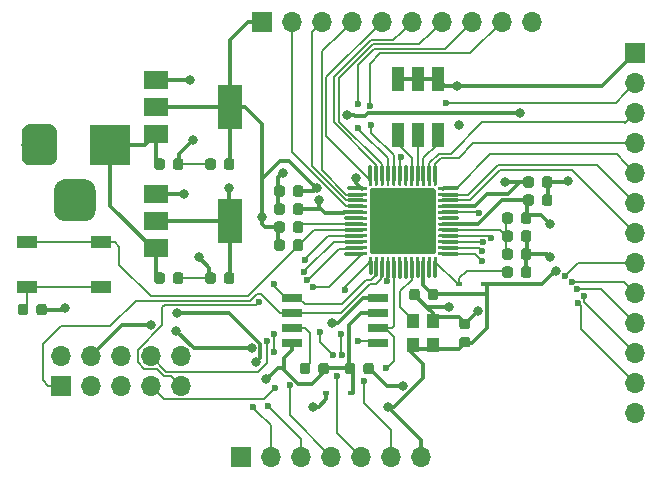
<source format=gbr>
%TF.GenerationSoftware,KiCad,Pcbnew,5.0.2*%
%TF.CreationDate,2019-02-13T10:06:58+08:00*%
%TF.ProjectId,ice40up5k-qfn48,69636534-3075-4703-956b-2d71666e3438,rev?*%
%TF.SameCoordinates,Original*%
%TF.FileFunction,Copper,L1,Top*%
%TF.FilePolarity,Positive*%
%FSLAX46Y46*%
G04 Gerber Fmt 4.6, Leading zero omitted, Abs format (unit mm)*
G04 Created by KiCad (PCBNEW 5.0.2) date 2019年02月13日 星期三 10时06分58秒*
%MOMM*%
%LPD*%
G01*
G04 APERTURE LIST*
%ADD10C,0.350000*%
%ADD11C,0.875000*%
%ADD12R,1.700000X1.000000*%
%ADD13R,1.100000X1.300000*%
%ADD14R,0.600000X0.450000*%
%ADD15R,1.700000X1.700000*%
%ADD16O,1.700000X1.700000*%
%ADD17R,3.500000X3.500000*%
%ADD18C,3.000000*%
%ADD19C,3.500000*%
%ADD20R,1.100000X2.000000*%
%ADD21C,5.600000*%
%ADD22C,0.250000*%
%ADD23R,1.700000X0.650000*%
%ADD24R,2.000000X1.500000*%
%ADD25R,2.000000X3.800000*%
%ADD26C,0.800000*%
%ADD27C,4.200000*%
%ADD28C,0.600000*%
%ADD29C,0.300000*%
%ADD30C,0.200000*%
%ADD31C,0.350000*%
%ADD32C,0.300000*%
%ADD33O,1.000000X3.000000*%
%ADD34O,3.000000X1.000000*%
G04 APERTURE END LIST*
D10*
G36*
X141184691Y-62518053D02*
X141205926Y-62521203D01*
X141226750Y-62526419D01*
X141246962Y-62533651D01*
X141266368Y-62542830D01*
X141284781Y-62553866D01*
X141302024Y-62566654D01*
X141317930Y-62581070D01*
X141332346Y-62596976D01*
X141345134Y-62614219D01*
X141356170Y-62632632D01*
X141365349Y-62652038D01*
X141372581Y-62672250D01*
X141377797Y-62693074D01*
X141380947Y-62714309D01*
X141382000Y-62735750D01*
X141382000Y-63248250D01*
X141380947Y-63269691D01*
X141377797Y-63290926D01*
X141372581Y-63311750D01*
X141365349Y-63331962D01*
X141356170Y-63351368D01*
X141345134Y-63369781D01*
X141332346Y-63387024D01*
X141317930Y-63402930D01*
X141302024Y-63417346D01*
X141284781Y-63430134D01*
X141266368Y-63441170D01*
X141246962Y-63450349D01*
X141226750Y-63457581D01*
X141205926Y-63462797D01*
X141184691Y-63465947D01*
X141163250Y-63467000D01*
X140725750Y-63467000D01*
X140704309Y-63465947D01*
X140683074Y-63462797D01*
X140662250Y-63457581D01*
X140642038Y-63450349D01*
X140622632Y-63441170D01*
X140604219Y-63430134D01*
X140586976Y-63417346D01*
X140571070Y-63402930D01*
X140556654Y-63387024D01*
X140543866Y-63369781D01*
X140532830Y-63351368D01*
X140523651Y-63331962D01*
X140516419Y-63311750D01*
X140511203Y-63290926D01*
X140508053Y-63269691D01*
X140507000Y-63248250D01*
X140507000Y-62735750D01*
X140508053Y-62714309D01*
X140511203Y-62693074D01*
X140516419Y-62672250D01*
X140523651Y-62652038D01*
X140532830Y-62632632D01*
X140543866Y-62614219D01*
X140556654Y-62596976D01*
X140571070Y-62581070D01*
X140586976Y-62566654D01*
X140604219Y-62553866D01*
X140622632Y-62542830D01*
X140642038Y-62533651D01*
X140662250Y-62526419D01*
X140683074Y-62521203D01*
X140704309Y-62518053D01*
X140725750Y-62517000D01*
X141163250Y-62517000D01*
X141184691Y-62518053D01*
X141184691Y-62518053D01*
G37*
D11*
X140944500Y-62992000D03*
D10*
G36*
X142759691Y-62518053D02*
X142780926Y-62521203D01*
X142801750Y-62526419D01*
X142821962Y-62533651D01*
X142841368Y-62542830D01*
X142859781Y-62553866D01*
X142877024Y-62566654D01*
X142892930Y-62581070D01*
X142907346Y-62596976D01*
X142920134Y-62614219D01*
X142931170Y-62632632D01*
X142940349Y-62652038D01*
X142947581Y-62672250D01*
X142952797Y-62693074D01*
X142955947Y-62714309D01*
X142957000Y-62735750D01*
X142957000Y-63248250D01*
X142955947Y-63269691D01*
X142952797Y-63290926D01*
X142947581Y-63311750D01*
X142940349Y-63331962D01*
X142931170Y-63351368D01*
X142920134Y-63369781D01*
X142907346Y-63387024D01*
X142892930Y-63402930D01*
X142877024Y-63417346D01*
X142859781Y-63430134D01*
X142841368Y-63441170D01*
X142821962Y-63450349D01*
X142801750Y-63457581D01*
X142780926Y-63462797D01*
X142759691Y-63465947D01*
X142738250Y-63467000D01*
X142300750Y-63467000D01*
X142279309Y-63465947D01*
X142258074Y-63462797D01*
X142237250Y-63457581D01*
X142217038Y-63450349D01*
X142197632Y-63441170D01*
X142179219Y-63430134D01*
X142161976Y-63417346D01*
X142146070Y-63402930D01*
X142131654Y-63387024D01*
X142118866Y-63369781D01*
X142107830Y-63351368D01*
X142098651Y-63331962D01*
X142091419Y-63311750D01*
X142086203Y-63290926D01*
X142083053Y-63269691D01*
X142082000Y-63248250D01*
X142082000Y-62735750D01*
X142083053Y-62714309D01*
X142086203Y-62693074D01*
X142091419Y-62672250D01*
X142098651Y-62652038D01*
X142107830Y-62632632D01*
X142118866Y-62614219D01*
X142131654Y-62596976D01*
X142146070Y-62581070D01*
X142161976Y-62566654D01*
X142179219Y-62553866D01*
X142197632Y-62542830D01*
X142217038Y-62533651D01*
X142237250Y-62526419D01*
X142258074Y-62521203D01*
X142279309Y-62518053D01*
X142300750Y-62517000D01*
X142738250Y-62517000D01*
X142759691Y-62518053D01*
X142759691Y-62518053D01*
G37*
D11*
X142519500Y-62992000D03*
D12*
X100228000Y-60457000D03*
X106528000Y-60457000D03*
X100228000Y-64257000D03*
X106528000Y-64257000D03*
D13*
X134606800Y-69198200D03*
X134606800Y-67098200D03*
X132956800Y-67098200D03*
X132956800Y-69198200D03*
D10*
G36*
X117613691Y-53374053D02*
X117634926Y-53377203D01*
X117655750Y-53382419D01*
X117675962Y-53389651D01*
X117695368Y-53398830D01*
X117713781Y-53409866D01*
X117731024Y-53422654D01*
X117746930Y-53437070D01*
X117761346Y-53452976D01*
X117774134Y-53470219D01*
X117785170Y-53488632D01*
X117794349Y-53508038D01*
X117801581Y-53528250D01*
X117806797Y-53549074D01*
X117809947Y-53570309D01*
X117811000Y-53591750D01*
X117811000Y-54104250D01*
X117809947Y-54125691D01*
X117806797Y-54146926D01*
X117801581Y-54167750D01*
X117794349Y-54187962D01*
X117785170Y-54207368D01*
X117774134Y-54225781D01*
X117761346Y-54243024D01*
X117746930Y-54258930D01*
X117731024Y-54273346D01*
X117713781Y-54286134D01*
X117695368Y-54297170D01*
X117675962Y-54306349D01*
X117655750Y-54313581D01*
X117634926Y-54318797D01*
X117613691Y-54321947D01*
X117592250Y-54323000D01*
X117154750Y-54323000D01*
X117133309Y-54321947D01*
X117112074Y-54318797D01*
X117091250Y-54313581D01*
X117071038Y-54306349D01*
X117051632Y-54297170D01*
X117033219Y-54286134D01*
X117015976Y-54273346D01*
X117000070Y-54258930D01*
X116985654Y-54243024D01*
X116972866Y-54225781D01*
X116961830Y-54207368D01*
X116952651Y-54187962D01*
X116945419Y-54167750D01*
X116940203Y-54146926D01*
X116937053Y-54125691D01*
X116936000Y-54104250D01*
X116936000Y-53591750D01*
X116937053Y-53570309D01*
X116940203Y-53549074D01*
X116945419Y-53528250D01*
X116952651Y-53508038D01*
X116961830Y-53488632D01*
X116972866Y-53470219D01*
X116985654Y-53452976D01*
X117000070Y-53437070D01*
X117015976Y-53422654D01*
X117033219Y-53409866D01*
X117051632Y-53398830D01*
X117071038Y-53389651D01*
X117091250Y-53382419D01*
X117112074Y-53377203D01*
X117133309Y-53374053D01*
X117154750Y-53373000D01*
X117592250Y-53373000D01*
X117613691Y-53374053D01*
X117613691Y-53374053D01*
G37*
D11*
X117373500Y-53848000D03*
D10*
G36*
X116038691Y-53374053D02*
X116059926Y-53377203D01*
X116080750Y-53382419D01*
X116100962Y-53389651D01*
X116120368Y-53398830D01*
X116138781Y-53409866D01*
X116156024Y-53422654D01*
X116171930Y-53437070D01*
X116186346Y-53452976D01*
X116199134Y-53470219D01*
X116210170Y-53488632D01*
X116219349Y-53508038D01*
X116226581Y-53528250D01*
X116231797Y-53549074D01*
X116234947Y-53570309D01*
X116236000Y-53591750D01*
X116236000Y-54104250D01*
X116234947Y-54125691D01*
X116231797Y-54146926D01*
X116226581Y-54167750D01*
X116219349Y-54187962D01*
X116210170Y-54207368D01*
X116199134Y-54225781D01*
X116186346Y-54243024D01*
X116171930Y-54258930D01*
X116156024Y-54273346D01*
X116138781Y-54286134D01*
X116120368Y-54297170D01*
X116100962Y-54306349D01*
X116080750Y-54313581D01*
X116059926Y-54318797D01*
X116038691Y-54321947D01*
X116017250Y-54323000D01*
X115579750Y-54323000D01*
X115558309Y-54321947D01*
X115537074Y-54318797D01*
X115516250Y-54313581D01*
X115496038Y-54306349D01*
X115476632Y-54297170D01*
X115458219Y-54286134D01*
X115440976Y-54273346D01*
X115425070Y-54258930D01*
X115410654Y-54243024D01*
X115397866Y-54225781D01*
X115386830Y-54207368D01*
X115377651Y-54187962D01*
X115370419Y-54167750D01*
X115365203Y-54146926D01*
X115362053Y-54125691D01*
X115361000Y-54104250D01*
X115361000Y-53591750D01*
X115362053Y-53570309D01*
X115365203Y-53549074D01*
X115370419Y-53528250D01*
X115377651Y-53508038D01*
X115386830Y-53488632D01*
X115397866Y-53470219D01*
X115410654Y-53452976D01*
X115425070Y-53437070D01*
X115440976Y-53422654D01*
X115458219Y-53409866D01*
X115476632Y-53398830D01*
X115496038Y-53389651D01*
X115516250Y-53382419D01*
X115537074Y-53377203D01*
X115558309Y-53374053D01*
X115579750Y-53373000D01*
X116017250Y-53373000D01*
X116038691Y-53374053D01*
X116038691Y-53374053D01*
G37*
D11*
X115798500Y-53848000D03*
D10*
G36*
X116038691Y-63026053D02*
X116059926Y-63029203D01*
X116080750Y-63034419D01*
X116100962Y-63041651D01*
X116120368Y-63050830D01*
X116138781Y-63061866D01*
X116156024Y-63074654D01*
X116171930Y-63089070D01*
X116186346Y-63104976D01*
X116199134Y-63122219D01*
X116210170Y-63140632D01*
X116219349Y-63160038D01*
X116226581Y-63180250D01*
X116231797Y-63201074D01*
X116234947Y-63222309D01*
X116236000Y-63243750D01*
X116236000Y-63756250D01*
X116234947Y-63777691D01*
X116231797Y-63798926D01*
X116226581Y-63819750D01*
X116219349Y-63839962D01*
X116210170Y-63859368D01*
X116199134Y-63877781D01*
X116186346Y-63895024D01*
X116171930Y-63910930D01*
X116156024Y-63925346D01*
X116138781Y-63938134D01*
X116120368Y-63949170D01*
X116100962Y-63958349D01*
X116080750Y-63965581D01*
X116059926Y-63970797D01*
X116038691Y-63973947D01*
X116017250Y-63975000D01*
X115579750Y-63975000D01*
X115558309Y-63973947D01*
X115537074Y-63970797D01*
X115516250Y-63965581D01*
X115496038Y-63958349D01*
X115476632Y-63949170D01*
X115458219Y-63938134D01*
X115440976Y-63925346D01*
X115425070Y-63910930D01*
X115410654Y-63895024D01*
X115397866Y-63877781D01*
X115386830Y-63859368D01*
X115377651Y-63839962D01*
X115370419Y-63819750D01*
X115365203Y-63798926D01*
X115362053Y-63777691D01*
X115361000Y-63756250D01*
X115361000Y-63243750D01*
X115362053Y-63222309D01*
X115365203Y-63201074D01*
X115370419Y-63180250D01*
X115377651Y-63160038D01*
X115386830Y-63140632D01*
X115397866Y-63122219D01*
X115410654Y-63104976D01*
X115425070Y-63089070D01*
X115440976Y-63074654D01*
X115458219Y-63061866D01*
X115476632Y-63050830D01*
X115496038Y-63041651D01*
X115516250Y-63034419D01*
X115537074Y-63029203D01*
X115558309Y-63026053D01*
X115579750Y-63025000D01*
X116017250Y-63025000D01*
X116038691Y-63026053D01*
X116038691Y-63026053D01*
G37*
D11*
X115798500Y-63500000D03*
D10*
G36*
X117613691Y-63026053D02*
X117634926Y-63029203D01*
X117655750Y-63034419D01*
X117675962Y-63041651D01*
X117695368Y-63050830D01*
X117713781Y-63061866D01*
X117731024Y-63074654D01*
X117746930Y-63089070D01*
X117761346Y-63104976D01*
X117774134Y-63122219D01*
X117785170Y-63140632D01*
X117794349Y-63160038D01*
X117801581Y-63180250D01*
X117806797Y-63201074D01*
X117809947Y-63222309D01*
X117811000Y-63243750D01*
X117811000Y-63756250D01*
X117809947Y-63777691D01*
X117806797Y-63798926D01*
X117801581Y-63819750D01*
X117794349Y-63839962D01*
X117785170Y-63859368D01*
X117774134Y-63877781D01*
X117761346Y-63895024D01*
X117746930Y-63910930D01*
X117731024Y-63925346D01*
X117713781Y-63938134D01*
X117695368Y-63949170D01*
X117675962Y-63958349D01*
X117655750Y-63965581D01*
X117634926Y-63970797D01*
X117613691Y-63973947D01*
X117592250Y-63975000D01*
X117154750Y-63975000D01*
X117133309Y-63973947D01*
X117112074Y-63970797D01*
X117091250Y-63965581D01*
X117071038Y-63958349D01*
X117051632Y-63949170D01*
X117033219Y-63938134D01*
X117015976Y-63925346D01*
X117000070Y-63910930D01*
X116985654Y-63895024D01*
X116972866Y-63877781D01*
X116961830Y-63859368D01*
X116952651Y-63839962D01*
X116945419Y-63819750D01*
X116940203Y-63798926D01*
X116937053Y-63777691D01*
X116936000Y-63756250D01*
X116936000Y-63243750D01*
X116937053Y-63222309D01*
X116940203Y-63201074D01*
X116945419Y-63180250D01*
X116952651Y-63160038D01*
X116961830Y-63140632D01*
X116972866Y-63122219D01*
X116985654Y-63104976D01*
X117000070Y-63089070D01*
X117015976Y-63074654D01*
X117033219Y-63061866D01*
X117051632Y-63050830D01*
X117071038Y-63041651D01*
X117091250Y-63034419D01*
X117112074Y-63029203D01*
X117133309Y-63026053D01*
X117154750Y-63025000D01*
X117592250Y-63025000D01*
X117613691Y-63026053D01*
X117613691Y-63026053D01*
G37*
D11*
X117373500Y-63500000D03*
D10*
G36*
X142962691Y-54898053D02*
X142983926Y-54901203D01*
X143004750Y-54906419D01*
X143024962Y-54913651D01*
X143044368Y-54922830D01*
X143062781Y-54933866D01*
X143080024Y-54946654D01*
X143095930Y-54961070D01*
X143110346Y-54976976D01*
X143123134Y-54994219D01*
X143134170Y-55012632D01*
X143143349Y-55032038D01*
X143150581Y-55052250D01*
X143155797Y-55073074D01*
X143158947Y-55094309D01*
X143160000Y-55115750D01*
X143160000Y-55628250D01*
X143158947Y-55649691D01*
X143155797Y-55670926D01*
X143150581Y-55691750D01*
X143143349Y-55711962D01*
X143134170Y-55731368D01*
X143123134Y-55749781D01*
X143110346Y-55767024D01*
X143095930Y-55782930D01*
X143080024Y-55797346D01*
X143062781Y-55810134D01*
X143044368Y-55821170D01*
X143024962Y-55830349D01*
X143004750Y-55837581D01*
X142983926Y-55842797D01*
X142962691Y-55845947D01*
X142941250Y-55847000D01*
X142503750Y-55847000D01*
X142482309Y-55845947D01*
X142461074Y-55842797D01*
X142440250Y-55837581D01*
X142420038Y-55830349D01*
X142400632Y-55821170D01*
X142382219Y-55810134D01*
X142364976Y-55797346D01*
X142349070Y-55782930D01*
X142334654Y-55767024D01*
X142321866Y-55749781D01*
X142310830Y-55731368D01*
X142301651Y-55711962D01*
X142294419Y-55691750D01*
X142289203Y-55670926D01*
X142286053Y-55649691D01*
X142285000Y-55628250D01*
X142285000Y-55115750D01*
X142286053Y-55094309D01*
X142289203Y-55073074D01*
X142294419Y-55052250D01*
X142301651Y-55032038D01*
X142310830Y-55012632D01*
X142321866Y-54994219D01*
X142334654Y-54976976D01*
X142349070Y-54961070D01*
X142364976Y-54946654D01*
X142382219Y-54933866D01*
X142400632Y-54922830D01*
X142420038Y-54913651D01*
X142440250Y-54906419D01*
X142461074Y-54901203D01*
X142482309Y-54898053D01*
X142503750Y-54897000D01*
X142941250Y-54897000D01*
X142962691Y-54898053D01*
X142962691Y-54898053D01*
G37*
D11*
X142722500Y-55372000D03*
D10*
G36*
X144537691Y-54898053D02*
X144558926Y-54901203D01*
X144579750Y-54906419D01*
X144599962Y-54913651D01*
X144619368Y-54922830D01*
X144637781Y-54933866D01*
X144655024Y-54946654D01*
X144670930Y-54961070D01*
X144685346Y-54976976D01*
X144698134Y-54994219D01*
X144709170Y-55012632D01*
X144718349Y-55032038D01*
X144725581Y-55052250D01*
X144730797Y-55073074D01*
X144733947Y-55094309D01*
X144735000Y-55115750D01*
X144735000Y-55628250D01*
X144733947Y-55649691D01*
X144730797Y-55670926D01*
X144725581Y-55691750D01*
X144718349Y-55711962D01*
X144709170Y-55731368D01*
X144698134Y-55749781D01*
X144685346Y-55767024D01*
X144670930Y-55782930D01*
X144655024Y-55797346D01*
X144637781Y-55810134D01*
X144619368Y-55821170D01*
X144599962Y-55830349D01*
X144579750Y-55837581D01*
X144558926Y-55842797D01*
X144537691Y-55845947D01*
X144516250Y-55847000D01*
X144078750Y-55847000D01*
X144057309Y-55845947D01*
X144036074Y-55842797D01*
X144015250Y-55837581D01*
X143995038Y-55830349D01*
X143975632Y-55821170D01*
X143957219Y-55810134D01*
X143939976Y-55797346D01*
X143924070Y-55782930D01*
X143909654Y-55767024D01*
X143896866Y-55749781D01*
X143885830Y-55731368D01*
X143876651Y-55711962D01*
X143869419Y-55691750D01*
X143864203Y-55670926D01*
X143861053Y-55649691D01*
X143860000Y-55628250D01*
X143860000Y-55115750D01*
X143861053Y-55094309D01*
X143864203Y-55073074D01*
X143869419Y-55052250D01*
X143876651Y-55032038D01*
X143885830Y-55012632D01*
X143896866Y-54994219D01*
X143909654Y-54976976D01*
X143924070Y-54961070D01*
X143939976Y-54946654D01*
X143957219Y-54933866D01*
X143975632Y-54922830D01*
X143995038Y-54913651D01*
X144015250Y-54906419D01*
X144036074Y-54901203D01*
X144057309Y-54898053D01*
X144078750Y-54897000D01*
X144516250Y-54897000D01*
X144537691Y-54898053D01*
X144537691Y-54898053D01*
G37*
D11*
X144297500Y-55372000D03*
D10*
G36*
X113295691Y-63026053D02*
X113316926Y-63029203D01*
X113337750Y-63034419D01*
X113357962Y-63041651D01*
X113377368Y-63050830D01*
X113395781Y-63061866D01*
X113413024Y-63074654D01*
X113428930Y-63089070D01*
X113443346Y-63104976D01*
X113456134Y-63122219D01*
X113467170Y-63140632D01*
X113476349Y-63160038D01*
X113483581Y-63180250D01*
X113488797Y-63201074D01*
X113491947Y-63222309D01*
X113493000Y-63243750D01*
X113493000Y-63756250D01*
X113491947Y-63777691D01*
X113488797Y-63798926D01*
X113483581Y-63819750D01*
X113476349Y-63839962D01*
X113467170Y-63859368D01*
X113456134Y-63877781D01*
X113443346Y-63895024D01*
X113428930Y-63910930D01*
X113413024Y-63925346D01*
X113395781Y-63938134D01*
X113377368Y-63949170D01*
X113357962Y-63958349D01*
X113337750Y-63965581D01*
X113316926Y-63970797D01*
X113295691Y-63973947D01*
X113274250Y-63975000D01*
X112836750Y-63975000D01*
X112815309Y-63973947D01*
X112794074Y-63970797D01*
X112773250Y-63965581D01*
X112753038Y-63958349D01*
X112733632Y-63949170D01*
X112715219Y-63938134D01*
X112697976Y-63925346D01*
X112682070Y-63910930D01*
X112667654Y-63895024D01*
X112654866Y-63877781D01*
X112643830Y-63859368D01*
X112634651Y-63839962D01*
X112627419Y-63819750D01*
X112622203Y-63798926D01*
X112619053Y-63777691D01*
X112618000Y-63756250D01*
X112618000Y-63243750D01*
X112619053Y-63222309D01*
X112622203Y-63201074D01*
X112627419Y-63180250D01*
X112634651Y-63160038D01*
X112643830Y-63140632D01*
X112654866Y-63122219D01*
X112667654Y-63104976D01*
X112682070Y-63089070D01*
X112697976Y-63074654D01*
X112715219Y-63061866D01*
X112733632Y-63050830D01*
X112753038Y-63041651D01*
X112773250Y-63034419D01*
X112794074Y-63029203D01*
X112815309Y-63026053D01*
X112836750Y-63025000D01*
X113274250Y-63025000D01*
X113295691Y-63026053D01*
X113295691Y-63026053D01*
G37*
D11*
X113055500Y-63500000D03*
D10*
G36*
X111720691Y-63026053D02*
X111741926Y-63029203D01*
X111762750Y-63034419D01*
X111782962Y-63041651D01*
X111802368Y-63050830D01*
X111820781Y-63061866D01*
X111838024Y-63074654D01*
X111853930Y-63089070D01*
X111868346Y-63104976D01*
X111881134Y-63122219D01*
X111892170Y-63140632D01*
X111901349Y-63160038D01*
X111908581Y-63180250D01*
X111913797Y-63201074D01*
X111916947Y-63222309D01*
X111918000Y-63243750D01*
X111918000Y-63756250D01*
X111916947Y-63777691D01*
X111913797Y-63798926D01*
X111908581Y-63819750D01*
X111901349Y-63839962D01*
X111892170Y-63859368D01*
X111881134Y-63877781D01*
X111868346Y-63895024D01*
X111853930Y-63910930D01*
X111838024Y-63925346D01*
X111820781Y-63938134D01*
X111802368Y-63949170D01*
X111782962Y-63958349D01*
X111762750Y-63965581D01*
X111741926Y-63970797D01*
X111720691Y-63973947D01*
X111699250Y-63975000D01*
X111261750Y-63975000D01*
X111240309Y-63973947D01*
X111219074Y-63970797D01*
X111198250Y-63965581D01*
X111178038Y-63958349D01*
X111158632Y-63949170D01*
X111140219Y-63938134D01*
X111122976Y-63925346D01*
X111107070Y-63910930D01*
X111092654Y-63895024D01*
X111079866Y-63877781D01*
X111068830Y-63859368D01*
X111059651Y-63839962D01*
X111052419Y-63819750D01*
X111047203Y-63798926D01*
X111044053Y-63777691D01*
X111043000Y-63756250D01*
X111043000Y-63243750D01*
X111044053Y-63222309D01*
X111047203Y-63201074D01*
X111052419Y-63180250D01*
X111059651Y-63160038D01*
X111068830Y-63140632D01*
X111079866Y-63122219D01*
X111092654Y-63104976D01*
X111107070Y-63089070D01*
X111122976Y-63074654D01*
X111140219Y-63061866D01*
X111158632Y-63050830D01*
X111178038Y-63041651D01*
X111198250Y-63034419D01*
X111219074Y-63029203D01*
X111240309Y-63026053D01*
X111261750Y-63025000D01*
X111699250Y-63025000D01*
X111720691Y-63026053D01*
X111720691Y-63026053D01*
G37*
D11*
X111480500Y-63500000D03*
D10*
G36*
X144537691Y-56422053D02*
X144558926Y-56425203D01*
X144579750Y-56430419D01*
X144599962Y-56437651D01*
X144619368Y-56446830D01*
X144637781Y-56457866D01*
X144655024Y-56470654D01*
X144670930Y-56485070D01*
X144685346Y-56500976D01*
X144698134Y-56518219D01*
X144709170Y-56536632D01*
X144718349Y-56556038D01*
X144725581Y-56576250D01*
X144730797Y-56597074D01*
X144733947Y-56618309D01*
X144735000Y-56639750D01*
X144735000Y-57152250D01*
X144733947Y-57173691D01*
X144730797Y-57194926D01*
X144725581Y-57215750D01*
X144718349Y-57235962D01*
X144709170Y-57255368D01*
X144698134Y-57273781D01*
X144685346Y-57291024D01*
X144670930Y-57306930D01*
X144655024Y-57321346D01*
X144637781Y-57334134D01*
X144619368Y-57345170D01*
X144599962Y-57354349D01*
X144579750Y-57361581D01*
X144558926Y-57366797D01*
X144537691Y-57369947D01*
X144516250Y-57371000D01*
X144078750Y-57371000D01*
X144057309Y-57369947D01*
X144036074Y-57366797D01*
X144015250Y-57361581D01*
X143995038Y-57354349D01*
X143975632Y-57345170D01*
X143957219Y-57334134D01*
X143939976Y-57321346D01*
X143924070Y-57306930D01*
X143909654Y-57291024D01*
X143896866Y-57273781D01*
X143885830Y-57255368D01*
X143876651Y-57235962D01*
X143869419Y-57215750D01*
X143864203Y-57194926D01*
X143861053Y-57173691D01*
X143860000Y-57152250D01*
X143860000Y-56639750D01*
X143861053Y-56618309D01*
X143864203Y-56597074D01*
X143869419Y-56576250D01*
X143876651Y-56556038D01*
X143885830Y-56536632D01*
X143896866Y-56518219D01*
X143909654Y-56500976D01*
X143924070Y-56485070D01*
X143939976Y-56470654D01*
X143957219Y-56457866D01*
X143975632Y-56446830D01*
X143995038Y-56437651D01*
X144015250Y-56430419D01*
X144036074Y-56425203D01*
X144057309Y-56422053D01*
X144078750Y-56421000D01*
X144516250Y-56421000D01*
X144537691Y-56422053D01*
X144537691Y-56422053D01*
G37*
D11*
X144297500Y-56896000D03*
D10*
G36*
X142962691Y-56422053D02*
X142983926Y-56425203D01*
X143004750Y-56430419D01*
X143024962Y-56437651D01*
X143044368Y-56446830D01*
X143062781Y-56457866D01*
X143080024Y-56470654D01*
X143095930Y-56485070D01*
X143110346Y-56500976D01*
X143123134Y-56518219D01*
X143134170Y-56536632D01*
X143143349Y-56556038D01*
X143150581Y-56576250D01*
X143155797Y-56597074D01*
X143158947Y-56618309D01*
X143160000Y-56639750D01*
X143160000Y-57152250D01*
X143158947Y-57173691D01*
X143155797Y-57194926D01*
X143150581Y-57215750D01*
X143143349Y-57235962D01*
X143134170Y-57255368D01*
X143123134Y-57273781D01*
X143110346Y-57291024D01*
X143095930Y-57306930D01*
X143080024Y-57321346D01*
X143062781Y-57334134D01*
X143044368Y-57345170D01*
X143024962Y-57354349D01*
X143004750Y-57361581D01*
X142983926Y-57366797D01*
X142962691Y-57369947D01*
X142941250Y-57371000D01*
X142503750Y-57371000D01*
X142482309Y-57369947D01*
X142461074Y-57366797D01*
X142440250Y-57361581D01*
X142420038Y-57354349D01*
X142400632Y-57345170D01*
X142382219Y-57334134D01*
X142364976Y-57321346D01*
X142349070Y-57306930D01*
X142334654Y-57291024D01*
X142321866Y-57273781D01*
X142310830Y-57255368D01*
X142301651Y-57235962D01*
X142294419Y-57215750D01*
X142289203Y-57194926D01*
X142286053Y-57173691D01*
X142285000Y-57152250D01*
X142285000Y-56639750D01*
X142286053Y-56618309D01*
X142289203Y-56597074D01*
X142294419Y-56576250D01*
X142301651Y-56556038D01*
X142310830Y-56536632D01*
X142321866Y-56518219D01*
X142334654Y-56500976D01*
X142349070Y-56485070D01*
X142364976Y-56470654D01*
X142382219Y-56457866D01*
X142400632Y-56446830D01*
X142420038Y-56437651D01*
X142440250Y-56430419D01*
X142461074Y-56425203D01*
X142482309Y-56422053D01*
X142503750Y-56421000D01*
X142941250Y-56421000D01*
X142962691Y-56422053D01*
X142962691Y-56422053D01*
G37*
D11*
X142722500Y-56896000D03*
D10*
G36*
X141184691Y-59470053D02*
X141205926Y-59473203D01*
X141226750Y-59478419D01*
X141246962Y-59485651D01*
X141266368Y-59494830D01*
X141284781Y-59505866D01*
X141302024Y-59518654D01*
X141317930Y-59533070D01*
X141332346Y-59548976D01*
X141345134Y-59566219D01*
X141356170Y-59584632D01*
X141365349Y-59604038D01*
X141372581Y-59624250D01*
X141377797Y-59645074D01*
X141380947Y-59666309D01*
X141382000Y-59687750D01*
X141382000Y-60200250D01*
X141380947Y-60221691D01*
X141377797Y-60242926D01*
X141372581Y-60263750D01*
X141365349Y-60283962D01*
X141356170Y-60303368D01*
X141345134Y-60321781D01*
X141332346Y-60339024D01*
X141317930Y-60354930D01*
X141302024Y-60369346D01*
X141284781Y-60382134D01*
X141266368Y-60393170D01*
X141246962Y-60402349D01*
X141226750Y-60409581D01*
X141205926Y-60414797D01*
X141184691Y-60417947D01*
X141163250Y-60419000D01*
X140725750Y-60419000D01*
X140704309Y-60417947D01*
X140683074Y-60414797D01*
X140662250Y-60409581D01*
X140642038Y-60402349D01*
X140622632Y-60393170D01*
X140604219Y-60382134D01*
X140586976Y-60369346D01*
X140571070Y-60354930D01*
X140556654Y-60339024D01*
X140543866Y-60321781D01*
X140532830Y-60303368D01*
X140523651Y-60283962D01*
X140516419Y-60263750D01*
X140511203Y-60242926D01*
X140508053Y-60221691D01*
X140507000Y-60200250D01*
X140507000Y-59687750D01*
X140508053Y-59666309D01*
X140511203Y-59645074D01*
X140516419Y-59624250D01*
X140523651Y-59604038D01*
X140532830Y-59584632D01*
X140543866Y-59566219D01*
X140556654Y-59548976D01*
X140571070Y-59533070D01*
X140586976Y-59518654D01*
X140604219Y-59505866D01*
X140622632Y-59494830D01*
X140642038Y-59485651D01*
X140662250Y-59478419D01*
X140683074Y-59473203D01*
X140704309Y-59470053D01*
X140725750Y-59469000D01*
X141163250Y-59469000D01*
X141184691Y-59470053D01*
X141184691Y-59470053D01*
G37*
D11*
X140944500Y-59944000D03*
D10*
G36*
X142759691Y-59470053D02*
X142780926Y-59473203D01*
X142801750Y-59478419D01*
X142821962Y-59485651D01*
X142841368Y-59494830D01*
X142859781Y-59505866D01*
X142877024Y-59518654D01*
X142892930Y-59533070D01*
X142907346Y-59548976D01*
X142920134Y-59566219D01*
X142931170Y-59584632D01*
X142940349Y-59604038D01*
X142947581Y-59624250D01*
X142952797Y-59645074D01*
X142955947Y-59666309D01*
X142957000Y-59687750D01*
X142957000Y-60200250D01*
X142955947Y-60221691D01*
X142952797Y-60242926D01*
X142947581Y-60263750D01*
X142940349Y-60283962D01*
X142931170Y-60303368D01*
X142920134Y-60321781D01*
X142907346Y-60339024D01*
X142892930Y-60354930D01*
X142877024Y-60369346D01*
X142859781Y-60382134D01*
X142841368Y-60393170D01*
X142821962Y-60402349D01*
X142801750Y-60409581D01*
X142780926Y-60414797D01*
X142759691Y-60417947D01*
X142738250Y-60419000D01*
X142300750Y-60419000D01*
X142279309Y-60417947D01*
X142258074Y-60414797D01*
X142237250Y-60409581D01*
X142217038Y-60402349D01*
X142197632Y-60393170D01*
X142179219Y-60382134D01*
X142161976Y-60369346D01*
X142146070Y-60354930D01*
X142131654Y-60339024D01*
X142118866Y-60321781D01*
X142107830Y-60303368D01*
X142098651Y-60283962D01*
X142091419Y-60263750D01*
X142086203Y-60242926D01*
X142083053Y-60221691D01*
X142082000Y-60200250D01*
X142082000Y-59687750D01*
X142083053Y-59666309D01*
X142086203Y-59645074D01*
X142091419Y-59624250D01*
X142098651Y-59604038D01*
X142107830Y-59584632D01*
X142118866Y-59566219D01*
X142131654Y-59548976D01*
X142146070Y-59533070D01*
X142161976Y-59518654D01*
X142179219Y-59505866D01*
X142197632Y-59494830D01*
X142217038Y-59485651D01*
X142237250Y-59478419D01*
X142258074Y-59473203D01*
X142279309Y-59470053D01*
X142300750Y-59469000D01*
X142738250Y-59469000D01*
X142759691Y-59470053D01*
X142759691Y-59470053D01*
G37*
D11*
X142519500Y-59944000D03*
D10*
G36*
X142759691Y-60994053D02*
X142780926Y-60997203D01*
X142801750Y-61002419D01*
X142821962Y-61009651D01*
X142841368Y-61018830D01*
X142859781Y-61029866D01*
X142877024Y-61042654D01*
X142892930Y-61057070D01*
X142907346Y-61072976D01*
X142920134Y-61090219D01*
X142931170Y-61108632D01*
X142940349Y-61128038D01*
X142947581Y-61148250D01*
X142952797Y-61169074D01*
X142955947Y-61190309D01*
X142957000Y-61211750D01*
X142957000Y-61724250D01*
X142955947Y-61745691D01*
X142952797Y-61766926D01*
X142947581Y-61787750D01*
X142940349Y-61807962D01*
X142931170Y-61827368D01*
X142920134Y-61845781D01*
X142907346Y-61863024D01*
X142892930Y-61878930D01*
X142877024Y-61893346D01*
X142859781Y-61906134D01*
X142841368Y-61917170D01*
X142821962Y-61926349D01*
X142801750Y-61933581D01*
X142780926Y-61938797D01*
X142759691Y-61941947D01*
X142738250Y-61943000D01*
X142300750Y-61943000D01*
X142279309Y-61941947D01*
X142258074Y-61938797D01*
X142237250Y-61933581D01*
X142217038Y-61926349D01*
X142197632Y-61917170D01*
X142179219Y-61906134D01*
X142161976Y-61893346D01*
X142146070Y-61878930D01*
X142131654Y-61863024D01*
X142118866Y-61845781D01*
X142107830Y-61827368D01*
X142098651Y-61807962D01*
X142091419Y-61787750D01*
X142086203Y-61766926D01*
X142083053Y-61745691D01*
X142082000Y-61724250D01*
X142082000Y-61211750D01*
X142083053Y-61190309D01*
X142086203Y-61169074D01*
X142091419Y-61148250D01*
X142098651Y-61128038D01*
X142107830Y-61108632D01*
X142118866Y-61090219D01*
X142131654Y-61072976D01*
X142146070Y-61057070D01*
X142161976Y-61042654D01*
X142179219Y-61029866D01*
X142197632Y-61018830D01*
X142217038Y-61009651D01*
X142237250Y-61002419D01*
X142258074Y-60997203D01*
X142279309Y-60994053D01*
X142300750Y-60993000D01*
X142738250Y-60993000D01*
X142759691Y-60994053D01*
X142759691Y-60994053D01*
G37*
D11*
X142519500Y-61468000D03*
D10*
G36*
X141184691Y-60994053D02*
X141205926Y-60997203D01*
X141226750Y-61002419D01*
X141246962Y-61009651D01*
X141266368Y-61018830D01*
X141284781Y-61029866D01*
X141302024Y-61042654D01*
X141317930Y-61057070D01*
X141332346Y-61072976D01*
X141345134Y-61090219D01*
X141356170Y-61108632D01*
X141365349Y-61128038D01*
X141372581Y-61148250D01*
X141377797Y-61169074D01*
X141380947Y-61190309D01*
X141382000Y-61211750D01*
X141382000Y-61724250D01*
X141380947Y-61745691D01*
X141377797Y-61766926D01*
X141372581Y-61787750D01*
X141365349Y-61807962D01*
X141356170Y-61827368D01*
X141345134Y-61845781D01*
X141332346Y-61863024D01*
X141317930Y-61878930D01*
X141302024Y-61893346D01*
X141284781Y-61906134D01*
X141266368Y-61917170D01*
X141246962Y-61926349D01*
X141226750Y-61933581D01*
X141205926Y-61938797D01*
X141184691Y-61941947D01*
X141163250Y-61943000D01*
X140725750Y-61943000D01*
X140704309Y-61941947D01*
X140683074Y-61938797D01*
X140662250Y-61933581D01*
X140642038Y-61926349D01*
X140622632Y-61917170D01*
X140604219Y-61906134D01*
X140586976Y-61893346D01*
X140571070Y-61878930D01*
X140556654Y-61863024D01*
X140543866Y-61845781D01*
X140532830Y-61827368D01*
X140523651Y-61807962D01*
X140516419Y-61787750D01*
X140511203Y-61766926D01*
X140508053Y-61745691D01*
X140507000Y-61724250D01*
X140507000Y-61211750D01*
X140508053Y-61190309D01*
X140511203Y-61169074D01*
X140516419Y-61148250D01*
X140523651Y-61128038D01*
X140532830Y-61108632D01*
X140543866Y-61090219D01*
X140556654Y-61072976D01*
X140571070Y-61057070D01*
X140586976Y-61042654D01*
X140604219Y-61029866D01*
X140622632Y-61018830D01*
X140642038Y-61009651D01*
X140662250Y-61002419D01*
X140683074Y-60997203D01*
X140704309Y-60994053D01*
X140725750Y-60993000D01*
X141163250Y-60993000D01*
X141184691Y-60994053D01*
X141184691Y-60994053D01*
G37*
D11*
X140944500Y-61468000D03*
D10*
G36*
X123455691Y-57184053D02*
X123476926Y-57187203D01*
X123497750Y-57192419D01*
X123517962Y-57199651D01*
X123537368Y-57208830D01*
X123555781Y-57219866D01*
X123573024Y-57232654D01*
X123588930Y-57247070D01*
X123603346Y-57262976D01*
X123616134Y-57280219D01*
X123627170Y-57298632D01*
X123636349Y-57318038D01*
X123643581Y-57338250D01*
X123648797Y-57359074D01*
X123651947Y-57380309D01*
X123653000Y-57401750D01*
X123653000Y-57914250D01*
X123651947Y-57935691D01*
X123648797Y-57956926D01*
X123643581Y-57977750D01*
X123636349Y-57997962D01*
X123627170Y-58017368D01*
X123616134Y-58035781D01*
X123603346Y-58053024D01*
X123588930Y-58068930D01*
X123573024Y-58083346D01*
X123555781Y-58096134D01*
X123537368Y-58107170D01*
X123517962Y-58116349D01*
X123497750Y-58123581D01*
X123476926Y-58128797D01*
X123455691Y-58131947D01*
X123434250Y-58133000D01*
X122996750Y-58133000D01*
X122975309Y-58131947D01*
X122954074Y-58128797D01*
X122933250Y-58123581D01*
X122913038Y-58116349D01*
X122893632Y-58107170D01*
X122875219Y-58096134D01*
X122857976Y-58083346D01*
X122842070Y-58068930D01*
X122827654Y-58053024D01*
X122814866Y-58035781D01*
X122803830Y-58017368D01*
X122794651Y-57997962D01*
X122787419Y-57977750D01*
X122782203Y-57956926D01*
X122779053Y-57935691D01*
X122778000Y-57914250D01*
X122778000Y-57401750D01*
X122779053Y-57380309D01*
X122782203Y-57359074D01*
X122787419Y-57338250D01*
X122794651Y-57318038D01*
X122803830Y-57298632D01*
X122814866Y-57280219D01*
X122827654Y-57262976D01*
X122842070Y-57247070D01*
X122857976Y-57232654D01*
X122875219Y-57219866D01*
X122893632Y-57208830D01*
X122913038Y-57199651D01*
X122933250Y-57192419D01*
X122954074Y-57187203D01*
X122975309Y-57184053D01*
X122996750Y-57183000D01*
X123434250Y-57183000D01*
X123455691Y-57184053D01*
X123455691Y-57184053D01*
G37*
D11*
X123215500Y-57658000D03*
D10*
G36*
X121880691Y-57184053D02*
X121901926Y-57187203D01*
X121922750Y-57192419D01*
X121942962Y-57199651D01*
X121962368Y-57208830D01*
X121980781Y-57219866D01*
X121998024Y-57232654D01*
X122013930Y-57247070D01*
X122028346Y-57262976D01*
X122041134Y-57280219D01*
X122052170Y-57298632D01*
X122061349Y-57318038D01*
X122068581Y-57338250D01*
X122073797Y-57359074D01*
X122076947Y-57380309D01*
X122078000Y-57401750D01*
X122078000Y-57914250D01*
X122076947Y-57935691D01*
X122073797Y-57956926D01*
X122068581Y-57977750D01*
X122061349Y-57997962D01*
X122052170Y-58017368D01*
X122041134Y-58035781D01*
X122028346Y-58053024D01*
X122013930Y-58068930D01*
X121998024Y-58083346D01*
X121980781Y-58096134D01*
X121962368Y-58107170D01*
X121942962Y-58116349D01*
X121922750Y-58123581D01*
X121901926Y-58128797D01*
X121880691Y-58131947D01*
X121859250Y-58133000D01*
X121421750Y-58133000D01*
X121400309Y-58131947D01*
X121379074Y-58128797D01*
X121358250Y-58123581D01*
X121338038Y-58116349D01*
X121318632Y-58107170D01*
X121300219Y-58096134D01*
X121282976Y-58083346D01*
X121267070Y-58068930D01*
X121252654Y-58053024D01*
X121239866Y-58035781D01*
X121228830Y-58017368D01*
X121219651Y-57997962D01*
X121212419Y-57977750D01*
X121207203Y-57956926D01*
X121204053Y-57935691D01*
X121203000Y-57914250D01*
X121203000Y-57401750D01*
X121204053Y-57380309D01*
X121207203Y-57359074D01*
X121212419Y-57338250D01*
X121219651Y-57318038D01*
X121228830Y-57298632D01*
X121239866Y-57280219D01*
X121252654Y-57262976D01*
X121267070Y-57247070D01*
X121282976Y-57232654D01*
X121300219Y-57219866D01*
X121318632Y-57208830D01*
X121338038Y-57199651D01*
X121358250Y-57192419D01*
X121379074Y-57187203D01*
X121400309Y-57184053D01*
X121421750Y-57183000D01*
X121859250Y-57183000D01*
X121880691Y-57184053D01*
X121880691Y-57184053D01*
G37*
D11*
X121640500Y-57658000D03*
D10*
G36*
X137615491Y-68499253D02*
X137636726Y-68502403D01*
X137657550Y-68507619D01*
X137677762Y-68514851D01*
X137697168Y-68524030D01*
X137715581Y-68535066D01*
X137732824Y-68547854D01*
X137748730Y-68562270D01*
X137763146Y-68578176D01*
X137775934Y-68595419D01*
X137786970Y-68613832D01*
X137796149Y-68633238D01*
X137803381Y-68653450D01*
X137808597Y-68674274D01*
X137811747Y-68695509D01*
X137812800Y-68716950D01*
X137812800Y-69154450D01*
X137811747Y-69175891D01*
X137808597Y-69197126D01*
X137803381Y-69217950D01*
X137796149Y-69238162D01*
X137786970Y-69257568D01*
X137775934Y-69275981D01*
X137763146Y-69293224D01*
X137748730Y-69309130D01*
X137732824Y-69323546D01*
X137715581Y-69336334D01*
X137697168Y-69347370D01*
X137677762Y-69356549D01*
X137657550Y-69363781D01*
X137636726Y-69368997D01*
X137615491Y-69372147D01*
X137594050Y-69373200D01*
X137081550Y-69373200D01*
X137060109Y-69372147D01*
X137038874Y-69368997D01*
X137018050Y-69363781D01*
X136997838Y-69356549D01*
X136978432Y-69347370D01*
X136960019Y-69336334D01*
X136942776Y-69323546D01*
X136926870Y-69309130D01*
X136912454Y-69293224D01*
X136899666Y-69275981D01*
X136888630Y-69257568D01*
X136879451Y-69238162D01*
X136872219Y-69217950D01*
X136867003Y-69197126D01*
X136863853Y-69175891D01*
X136862800Y-69154450D01*
X136862800Y-68716950D01*
X136863853Y-68695509D01*
X136867003Y-68674274D01*
X136872219Y-68653450D01*
X136879451Y-68633238D01*
X136888630Y-68613832D01*
X136899666Y-68595419D01*
X136912454Y-68578176D01*
X136926870Y-68562270D01*
X136942776Y-68547854D01*
X136960019Y-68535066D01*
X136978432Y-68524030D01*
X136997838Y-68514851D01*
X137018050Y-68507619D01*
X137038874Y-68502403D01*
X137060109Y-68499253D01*
X137081550Y-68498200D01*
X137594050Y-68498200D01*
X137615491Y-68499253D01*
X137615491Y-68499253D01*
G37*
D11*
X137337800Y-68935700D03*
D10*
G36*
X137615491Y-66924253D02*
X137636726Y-66927403D01*
X137657550Y-66932619D01*
X137677762Y-66939851D01*
X137697168Y-66949030D01*
X137715581Y-66960066D01*
X137732824Y-66972854D01*
X137748730Y-66987270D01*
X137763146Y-67003176D01*
X137775934Y-67020419D01*
X137786970Y-67038832D01*
X137796149Y-67058238D01*
X137803381Y-67078450D01*
X137808597Y-67099274D01*
X137811747Y-67120509D01*
X137812800Y-67141950D01*
X137812800Y-67579450D01*
X137811747Y-67600891D01*
X137808597Y-67622126D01*
X137803381Y-67642950D01*
X137796149Y-67663162D01*
X137786970Y-67682568D01*
X137775934Y-67700981D01*
X137763146Y-67718224D01*
X137748730Y-67734130D01*
X137732824Y-67748546D01*
X137715581Y-67761334D01*
X137697168Y-67772370D01*
X137677762Y-67781549D01*
X137657550Y-67788781D01*
X137636726Y-67793997D01*
X137615491Y-67797147D01*
X137594050Y-67798200D01*
X137081550Y-67798200D01*
X137060109Y-67797147D01*
X137038874Y-67793997D01*
X137018050Y-67788781D01*
X136997838Y-67781549D01*
X136978432Y-67772370D01*
X136960019Y-67761334D01*
X136942776Y-67748546D01*
X136926870Y-67734130D01*
X136912454Y-67718224D01*
X136899666Y-67700981D01*
X136888630Y-67682568D01*
X136879451Y-67663162D01*
X136872219Y-67642950D01*
X136867003Y-67622126D01*
X136863853Y-67600891D01*
X136862800Y-67579450D01*
X136862800Y-67141950D01*
X136863853Y-67120509D01*
X136867003Y-67099274D01*
X136872219Y-67078450D01*
X136879451Y-67058238D01*
X136888630Y-67038832D01*
X136899666Y-67020419D01*
X136912454Y-67003176D01*
X136926870Y-66987270D01*
X136942776Y-66972854D01*
X136960019Y-66960066D01*
X136978432Y-66949030D01*
X136997838Y-66939851D01*
X137018050Y-66932619D01*
X137038874Y-66927403D01*
X137060109Y-66924253D01*
X137081550Y-66923200D01*
X137594050Y-66923200D01*
X137615491Y-66924253D01*
X137615491Y-66924253D01*
G37*
D11*
X137337800Y-67360700D03*
D10*
G36*
X129424691Y-70687709D02*
X129445926Y-70690859D01*
X129466750Y-70696075D01*
X129486962Y-70703307D01*
X129506368Y-70712486D01*
X129524781Y-70723522D01*
X129542024Y-70736310D01*
X129557930Y-70750726D01*
X129572346Y-70766632D01*
X129585134Y-70783875D01*
X129596170Y-70802288D01*
X129605349Y-70821694D01*
X129612581Y-70841906D01*
X129617797Y-70862730D01*
X129620947Y-70883965D01*
X129622000Y-70905406D01*
X129622000Y-71417906D01*
X129620947Y-71439347D01*
X129617797Y-71460582D01*
X129612581Y-71481406D01*
X129605349Y-71501618D01*
X129596170Y-71521024D01*
X129585134Y-71539437D01*
X129572346Y-71556680D01*
X129557930Y-71572586D01*
X129542024Y-71587002D01*
X129524781Y-71599790D01*
X129506368Y-71610826D01*
X129486962Y-71620005D01*
X129466750Y-71627237D01*
X129445926Y-71632453D01*
X129424691Y-71635603D01*
X129403250Y-71636656D01*
X128965750Y-71636656D01*
X128944309Y-71635603D01*
X128923074Y-71632453D01*
X128902250Y-71627237D01*
X128882038Y-71620005D01*
X128862632Y-71610826D01*
X128844219Y-71599790D01*
X128826976Y-71587002D01*
X128811070Y-71572586D01*
X128796654Y-71556680D01*
X128783866Y-71539437D01*
X128772830Y-71521024D01*
X128763651Y-71501618D01*
X128756419Y-71481406D01*
X128751203Y-71460582D01*
X128748053Y-71439347D01*
X128747000Y-71417906D01*
X128747000Y-70905406D01*
X128748053Y-70883965D01*
X128751203Y-70862730D01*
X128756419Y-70841906D01*
X128763651Y-70821694D01*
X128772830Y-70802288D01*
X128783866Y-70783875D01*
X128796654Y-70766632D01*
X128811070Y-70750726D01*
X128826976Y-70736310D01*
X128844219Y-70723522D01*
X128862632Y-70712486D01*
X128882038Y-70703307D01*
X128902250Y-70696075D01*
X128923074Y-70690859D01*
X128944309Y-70687709D01*
X128965750Y-70686656D01*
X129403250Y-70686656D01*
X129424691Y-70687709D01*
X129424691Y-70687709D01*
G37*
D11*
X129184500Y-71161656D03*
D10*
G36*
X127849691Y-70687709D02*
X127870926Y-70690859D01*
X127891750Y-70696075D01*
X127911962Y-70703307D01*
X127931368Y-70712486D01*
X127949781Y-70723522D01*
X127967024Y-70736310D01*
X127982930Y-70750726D01*
X127997346Y-70766632D01*
X128010134Y-70783875D01*
X128021170Y-70802288D01*
X128030349Y-70821694D01*
X128037581Y-70841906D01*
X128042797Y-70862730D01*
X128045947Y-70883965D01*
X128047000Y-70905406D01*
X128047000Y-71417906D01*
X128045947Y-71439347D01*
X128042797Y-71460582D01*
X128037581Y-71481406D01*
X128030349Y-71501618D01*
X128021170Y-71521024D01*
X128010134Y-71539437D01*
X127997346Y-71556680D01*
X127982930Y-71572586D01*
X127967024Y-71587002D01*
X127949781Y-71599790D01*
X127931368Y-71610826D01*
X127911962Y-71620005D01*
X127891750Y-71627237D01*
X127870926Y-71632453D01*
X127849691Y-71635603D01*
X127828250Y-71636656D01*
X127390750Y-71636656D01*
X127369309Y-71635603D01*
X127348074Y-71632453D01*
X127327250Y-71627237D01*
X127307038Y-71620005D01*
X127287632Y-71610826D01*
X127269219Y-71599790D01*
X127251976Y-71587002D01*
X127236070Y-71572586D01*
X127221654Y-71556680D01*
X127208866Y-71539437D01*
X127197830Y-71521024D01*
X127188651Y-71501618D01*
X127181419Y-71481406D01*
X127176203Y-71460582D01*
X127173053Y-71439347D01*
X127172000Y-71417906D01*
X127172000Y-70905406D01*
X127173053Y-70883965D01*
X127176203Y-70862730D01*
X127181419Y-70841906D01*
X127188651Y-70821694D01*
X127197830Y-70802288D01*
X127208866Y-70783875D01*
X127221654Y-70766632D01*
X127236070Y-70750726D01*
X127251976Y-70736310D01*
X127269219Y-70723522D01*
X127287632Y-70712486D01*
X127307038Y-70703307D01*
X127327250Y-70696075D01*
X127348074Y-70690859D01*
X127369309Y-70687709D01*
X127390750Y-70686656D01*
X127828250Y-70686656D01*
X127849691Y-70687709D01*
X127849691Y-70687709D01*
G37*
D11*
X127609500Y-71161656D03*
D10*
G36*
X123455691Y-55660053D02*
X123476926Y-55663203D01*
X123497750Y-55668419D01*
X123517962Y-55675651D01*
X123537368Y-55684830D01*
X123555781Y-55695866D01*
X123573024Y-55708654D01*
X123588930Y-55723070D01*
X123603346Y-55738976D01*
X123616134Y-55756219D01*
X123627170Y-55774632D01*
X123636349Y-55794038D01*
X123643581Y-55814250D01*
X123648797Y-55835074D01*
X123651947Y-55856309D01*
X123653000Y-55877750D01*
X123653000Y-56390250D01*
X123651947Y-56411691D01*
X123648797Y-56432926D01*
X123643581Y-56453750D01*
X123636349Y-56473962D01*
X123627170Y-56493368D01*
X123616134Y-56511781D01*
X123603346Y-56529024D01*
X123588930Y-56544930D01*
X123573024Y-56559346D01*
X123555781Y-56572134D01*
X123537368Y-56583170D01*
X123517962Y-56592349D01*
X123497750Y-56599581D01*
X123476926Y-56604797D01*
X123455691Y-56607947D01*
X123434250Y-56609000D01*
X122996750Y-56609000D01*
X122975309Y-56607947D01*
X122954074Y-56604797D01*
X122933250Y-56599581D01*
X122913038Y-56592349D01*
X122893632Y-56583170D01*
X122875219Y-56572134D01*
X122857976Y-56559346D01*
X122842070Y-56544930D01*
X122827654Y-56529024D01*
X122814866Y-56511781D01*
X122803830Y-56493368D01*
X122794651Y-56473962D01*
X122787419Y-56453750D01*
X122782203Y-56432926D01*
X122779053Y-56411691D01*
X122778000Y-56390250D01*
X122778000Y-55877750D01*
X122779053Y-55856309D01*
X122782203Y-55835074D01*
X122787419Y-55814250D01*
X122794651Y-55794038D01*
X122803830Y-55774632D01*
X122814866Y-55756219D01*
X122827654Y-55738976D01*
X122842070Y-55723070D01*
X122857976Y-55708654D01*
X122875219Y-55695866D01*
X122893632Y-55684830D01*
X122913038Y-55675651D01*
X122933250Y-55668419D01*
X122954074Y-55663203D01*
X122975309Y-55660053D01*
X122996750Y-55659000D01*
X123434250Y-55659000D01*
X123455691Y-55660053D01*
X123455691Y-55660053D01*
G37*
D11*
X123215500Y-56134000D03*
D10*
G36*
X121880691Y-55660053D02*
X121901926Y-55663203D01*
X121922750Y-55668419D01*
X121942962Y-55675651D01*
X121962368Y-55684830D01*
X121980781Y-55695866D01*
X121998024Y-55708654D01*
X122013930Y-55723070D01*
X122028346Y-55738976D01*
X122041134Y-55756219D01*
X122052170Y-55774632D01*
X122061349Y-55794038D01*
X122068581Y-55814250D01*
X122073797Y-55835074D01*
X122076947Y-55856309D01*
X122078000Y-55877750D01*
X122078000Y-56390250D01*
X122076947Y-56411691D01*
X122073797Y-56432926D01*
X122068581Y-56453750D01*
X122061349Y-56473962D01*
X122052170Y-56493368D01*
X122041134Y-56511781D01*
X122028346Y-56529024D01*
X122013930Y-56544930D01*
X121998024Y-56559346D01*
X121980781Y-56572134D01*
X121962368Y-56583170D01*
X121942962Y-56592349D01*
X121922750Y-56599581D01*
X121901926Y-56604797D01*
X121880691Y-56607947D01*
X121859250Y-56609000D01*
X121421750Y-56609000D01*
X121400309Y-56607947D01*
X121379074Y-56604797D01*
X121358250Y-56599581D01*
X121338038Y-56592349D01*
X121318632Y-56583170D01*
X121300219Y-56572134D01*
X121282976Y-56559346D01*
X121267070Y-56544930D01*
X121252654Y-56529024D01*
X121239866Y-56511781D01*
X121228830Y-56493368D01*
X121219651Y-56473962D01*
X121212419Y-56453750D01*
X121207203Y-56432926D01*
X121204053Y-56411691D01*
X121203000Y-56390250D01*
X121203000Y-55877750D01*
X121204053Y-55856309D01*
X121207203Y-55835074D01*
X121212419Y-55814250D01*
X121219651Y-55794038D01*
X121228830Y-55774632D01*
X121239866Y-55756219D01*
X121252654Y-55738976D01*
X121267070Y-55723070D01*
X121282976Y-55708654D01*
X121300219Y-55695866D01*
X121318632Y-55684830D01*
X121338038Y-55675651D01*
X121358250Y-55668419D01*
X121379074Y-55663203D01*
X121400309Y-55660053D01*
X121421750Y-55659000D01*
X121859250Y-55659000D01*
X121880691Y-55660053D01*
X121880691Y-55660053D01*
G37*
D11*
X121640500Y-56134000D03*
D10*
G36*
X113295691Y-53374053D02*
X113316926Y-53377203D01*
X113337750Y-53382419D01*
X113357962Y-53389651D01*
X113377368Y-53398830D01*
X113395781Y-53409866D01*
X113413024Y-53422654D01*
X113428930Y-53437070D01*
X113443346Y-53452976D01*
X113456134Y-53470219D01*
X113467170Y-53488632D01*
X113476349Y-53508038D01*
X113483581Y-53528250D01*
X113488797Y-53549074D01*
X113491947Y-53570309D01*
X113493000Y-53591750D01*
X113493000Y-54104250D01*
X113491947Y-54125691D01*
X113488797Y-54146926D01*
X113483581Y-54167750D01*
X113476349Y-54187962D01*
X113467170Y-54207368D01*
X113456134Y-54225781D01*
X113443346Y-54243024D01*
X113428930Y-54258930D01*
X113413024Y-54273346D01*
X113395781Y-54286134D01*
X113377368Y-54297170D01*
X113357962Y-54306349D01*
X113337750Y-54313581D01*
X113316926Y-54318797D01*
X113295691Y-54321947D01*
X113274250Y-54323000D01*
X112836750Y-54323000D01*
X112815309Y-54321947D01*
X112794074Y-54318797D01*
X112773250Y-54313581D01*
X112753038Y-54306349D01*
X112733632Y-54297170D01*
X112715219Y-54286134D01*
X112697976Y-54273346D01*
X112682070Y-54258930D01*
X112667654Y-54243024D01*
X112654866Y-54225781D01*
X112643830Y-54207368D01*
X112634651Y-54187962D01*
X112627419Y-54167750D01*
X112622203Y-54146926D01*
X112619053Y-54125691D01*
X112618000Y-54104250D01*
X112618000Y-53591750D01*
X112619053Y-53570309D01*
X112622203Y-53549074D01*
X112627419Y-53528250D01*
X112634651Y-53508038D01*
X112643830Y-53488632D01*
X112654866Y-53470219D01*
X112667654Y-53452976D01*
X112682070Y-53437070D01*
X112697976Y-53422654D01*
X112715219Y-53409866D01*
X112733632Y-53398830D01*
X112753038Y-53389651D01*
X112773250Y-53382419D01*
X112794074Y-53377203D01*
X112815309Y-53374053D01*
X112836750Y-53373000D01*
X113274250Y-53373000D01*
X113295691Y-53374053D01*
X113295691Y-53374053D01*
G37*
D11*
X113055500Y-53848000D03*
D10*
G36*
X111720691Y-53374053D02*
X111741926Y-53377203D01*
X111762750Y-53382419D01*
X111782962Y-53389651D01*
X111802368Y-53398830D01*
X111820781Y-53409866D01*
X111838024Y-53422654D01*
X111853930Y-53437070D01*
X111868346Y-53452976D01*
X111881134Y-53470219D01*
X111892170Y-53488632D01*
X111901349Y-53508038D01*
X111908581Y-53528250D01*
X111913797Y-53549074D01*
X111916947Y-53570309D01*
X111918000Y-53591750D01*
X111918000Y-54104250D01*
X111916947Y-54125691D01*
X111913797Y-54146926D01*
X111908581Y-54167750D01*
X111901349Y-54187962D01*
X111892170Y-54207368D01*
X111881134Y-54225781D01*
X111868346Y-54243024D01*
X111853930Y-54258930D01*
X111838024Y-54273346D01*
X111820781Y-54286134D01*
X111802368Y-54297170D01*
X111782962Y-54306349D01*
X111762750Y-54313581D01*
X111741926Y-54318797D01*
X111720691Y-54321947D01*
X111699250Y-54323000D01*
X111261750Y-54323000D01*
X111240309Y-54321947D01*
X111219074Y-54318797D01*
X111198250Y-54313581D01*
X111178038Y-54306349D01*
X111158632Y-54297170D01*
X111140219Y-54286134D01*
X111122976Y-54273346D01*
X111107070Y-54258930D01*
X111092654Y-54243024D01*
X111079866Y-54225781D01*
X111068830Y-54207368D01*
X111059651Y-54187962D01*
X111052419Y-54167750D01*
X111047203Y-54146926D01*
X111044053Y-54125691D01*
X111043000Y-54104250D01*
X111043000Y-53591750D01*
X111044053Y-53570309D01*
X111047203Y-53549074D01*
X111052419Y-53528250D01*
X111059651Y-53508038D01*
X111068830Y-53488632D01*
X111079866Y-53470219D01*
X111092654Y-53452976D01*
X111107070Y-53437070D01*
X111122976Y-53422654D01*
X111140219Y-53409866D01*
X111158632Y-53398830D01*
X111178038Y-53389651D01*
X111198250Y-53382419D01*
X111219074Y-53377203D01*
X111240309Y-53374053D01*
X111261750Y-53373000D01*
X111699250Y-53373000D01*
X111720691Y-53374053D01*
X111720691Y-53374053D01*
G37*
D11*
X111480500Y-53848000D03*
D10*
G36*
X134885691Y-64423053D02*
X134906926Y-64426203D01*
X134927750Y-64431419D01*
X134947962Y-64438651D01*
X134967368Y-64447830D01*
X134985781Y-64458866D01*
X135003024Y-64471654D01*
X135018930Y-64486070D01*
X135033346Y-64501976D01*
X135046134Y-64519219D01*
X135057170Y-64537632D01*
X135066349Y-64557038D01*
X135073581Y-64577250D01*
X135078797Y-64598074D01*
X135081947Y-64619309D01*
X135083000Y-64640750D01*
X135083000Y-65153250D01*
X135081947Y-65174691D01*
X135078797Y-65195926D01*
X135073581Y-65216750D01*
X135066349Y-65236962D01*
X135057170Y-65256368D01*
X135046134Y-65274781D01*
X135033346Y-65292024D01*
X135018930Y-65307930D01*
X135003024Y-65322346D01*
X134985781Y-65335134D01*
X134967368Y-65346170D01*
X134947962Y-65355349D01*
X134927750Y-65362581D01*
X134906926Y-65367797D01*
X134885691Y-65370947D01*
X134864250Y-65372000D01*
X134426750Y-65372000D01*
X134405309Y-65370947D01*
X134384074Y-65367797D01*
X134363250Y-65362581D01*
X134343038Y-65355349D01*
X134323632Y-65346170D01*
X134305219Y-65335134D01*
X134287976Y-65322346D01*
X134272070Y-65307930D01*
X134257654Y-65292024D01*
X134244866Y-65274781D01*
X134233830Y-65256368D01*
X134224651Y-65236962D01*
X134217419Y-65216750D01*
X134212203Y-65195926D01*
X134209053Y-65174691D01*
X134208000Y-65153250D01*
X134208000Y-64640750D01*
X134209053Y-64619309D01*
X134212203Y-64598074D01*
X134217419Y-64577250D01*
X134224651Y-64557038D01*
X134233830Y-64537632D01*
X134244866Y-64519219D01*
X134257654Y-64501976D01*
X134272070Y-64486070D01*
X134287976Y-64471654D01*
X134305219Y-64458866D01*
X134323632Y-64447830D01*
X134343038Y-64438651D01*
X134363250Y-64431419D01*
X134384074Y-64426203D01*
X134405309Y-64423053D01*
X134426750Y-64422000D01*
X134864250Y-64422000D01*
X134885691Y-64423053D01*
X134885691Y-64423053D01*
G37*
D11*
X134645500Y-64897000D03*
D10*
G36*
X133310691Y-64423053D02*
X133331926Y-64426203D01*
X133352750Y-64431419D01*
X133372962Y-64438651D01*
X133392368Y-64447830D01*
X133410781Y-64458866D01*
X133428024Y-64471654D01*
X133443930Y-64486070D01*
X133458346Y-64501976D01*
X133471134Y-64519219D01*
X133482170Y-64537632D01*
X133491349Y-64557038D01*
X133498581Y-64577250D01*
X133503797Y-64598074D01*
X133506947Y-64619309D01*
X133508000Y-64640750D01*
X133508000Y-65153250D01*
X133506947Y-65174691D01*
X133503797Y-65195926D01*
X133498581Y-65216750D01*
X133491349Y-65236962D01*
X133482170Y-65256368D01*
X133471134Y-65274781D01*
X133458346Y-65292024D01*
X133443930Y-65307930D01*
X133428024Y-65322346D01*
X133410781Y-65335134D01*
X133392368Y-65346170D01*
X133372962Y-65355349D01*
X133352750Y-65362581D01*
X133331926Y-65367797D01*
X133310691Y-65370947D01*
X133289250Y-65372000D01*
X132851750Y-65372000D01*
X132830309Y-65370947D01*
X132809074Y-65367797D01*
X132788250Y-65362581D01*
X132768038Y-65355349D01*
X132748632Y-65346170D01*
X132730219Y-65335134D01*
X132712976Y-65322346D01*
X132697070Y-65307930D01*
X132682654Y-65292024D01*
X132669866Y-65274781D01*
X132658830Y-65256368D01*
X132649651Y-65236962D01*
X132642419Y-65216750D01*
X132637203Y-65195926D01*
X132634053Y-65174691D01*
X132633000Y-65153250D01*
X132633000Y-64640750D01*
X132634053Y-64619309D01*
X132637203Y-64598074D01*
X132642419Y-64577250D01*
X132649651Y-64557038D01*
X132658830Y-64537632D01*
X132669866Y-64519219D01*
X132682654Y-64501976D01*
X132697070Y-64486070D01*
X132712976Y-64471654D01*
X132730219Y-64458866D01*
X132748632Y-64447830D01*
X132768038Y-64438651D01*
X132788250Y-64431419D01*
X132809074Y-64426203D01*
X132830309Y-64423053D01*
X132851750Y-64422000D01*
X133289250Y-64422000D01*
X133310691Y-64423053D01*
X133310691Y-64423053D01*
G37*
D11*
X133070500Y-64897000D03*
D14*
X125569000Y-73193656D03*
X127669000Y-73193656D03*
X136872000Y-64008000D03*
X138972000Y-64008000D03*
D10*
G36*
X142759691Y-57946053D02*
X142780926Y-57949203D01*
X142801750Y-57954419D01*
X142821962Y-57961651D01*
X142841368Y-57970830D01*
X142859781Y-57981866D01*
X142877024Y-57994654D01*
X142892930Y-58009070D01*
X142907346Y-58024976D01*
X142920134Y-58042219D01*
X142931170Y-58060632D01*
X142940349Y-58080038D01*
X142947581Y-58100250D01*
X142952797Y-58121074D01*
X142955947Y-58142309D01*
X142957000Y-58163750D01*
X142957000Y-58676250D01*
X142955947Y-58697691D01*
X142952797Y-58718926D01*
X142947581Y-58739750D01*
X142940349Y-58759962D01*
X142931170Y-58779368D01*
X142920134Y-58797781D01*
X142907346Y-58815024D01*
X142892930Y-58830930D01*
X142877024Y-58845346D01*
X142859781Y-58858134D01*
X142841368Y-58869170D01*
X142821962Y-58878349D01*
X142801750Y-58885581D01*
X142780926Y-58890797D01*
X142759691Y-58893947D01*
X142738250Y-58895000D01*
X142300750Y-58895000D01*
X142279309Y-58893947D01*
X142258074Y-58890797D01*
X142237250Y-58885581D01*
X142217038Y-58878349D01*
X142197632Y-58869170D01*
X142179219Y-58858134D01*
X142161976Y-58845346D01*
X142146070Y-58830930D01*
X142131654Y-58815024D01*
X142118866Y-58797781D01*
X142107830Y-58779368D01*
X142098651Y-58759962D01*
X142091419Y-58739750D01*
X142086203Y-58718926D01*
X142083053Y-58697691D01*
X142082000Y-58676250D01*
X142082000Y-58163750D01*
X142083053Y-58142309D01*
X142086203Y-58121074D01*
X142091419Y-58100250D01*
X142098651Y-58080038D01*
X142107830Y-58060632D01*
X142118866Y-58042219D01*
X142131654Y-58024976D01*
X142146070Y-58009070D01*
X142161976Y-57994654D01*
X142179219Y-57981866D01*
X142197632Y-57970830D01*
X142217038Y-57961651D01*
X142237250Y-57954419D01*
X142258074Y-57949203D01*
X142279309Y-57946053D01*
X142300750Y-57945000D01*
X142738250Y-57945000D01*
X142759691Y-57946053D01*
X142759691Y-57946053D01*
G37*
D11*
X142519500Y-58420000D03*
D10*
G36*
X141184691Y-57946053D02*
X141205926Y-57949203D01*
X141226750Y-57954419D01*
X141246962Y-57961651D01*
X141266368Y-57970830D01*
X141284781Y-57981866D01*
X141302024Y-57994654D01*
X141317930Y-58009070D01*
X141332346Y-58024976D01*
X141345134Y-58042219D01*
X141356170Y-58060632D01*
X141365349Y-58080038D01*
X141372581Y-58100250D01*
X141377797Y-58121074D01*
X141380947Y-58142309D01*
X141382000Y-58163750D01*
X141382000Y-58676250D01*
X141380947Y-58697691D01*
X141377797Y-58718926D01*
X141372581Y-58739750D01*
X141365349Y-58759962D01*
X141356170Y-58779368D01*
X141345134Y-58797781D01*
X141332346Y-58815024D01*
X141317930Y-58830930D01*
X141302024Y-58845346D01*
X141284781Y-58858134D01*
X141266368Y-58869170D01*
X141246962Y-58878349D01*
X141226750Y-58885581D01*
X141205926Y-58890797D01*
X141184691Y-58893947D01*
X141163250Y-58895000D01*
X140725750Y-58895000D01*
X140704309Y-58893947D01*
X140683074Y-58890797D01*
X140662250Y-58885581D01*
X140642038Y-58878349D01*
X140622632Y-58869170D01*
X140604219Y-58858134D01*
X140586976Y-58845346D01*
X140571070Y-58830930D01*
X140556654Y-58815024D01*
X140543866Y-58797781D01*
X140532830Y-58779368D01*
X140523651Y-58759962D01*
X140516419Y-58739750D01*
X140511203Y-58718926D01*
X140508053Y-58697691D01*
X140507000Y-58676250D01*
X140507000Y-58163750D01*
X140508053Y-58142309D01*
X140511203Y-58121074D01*
X140516419Y-58100250D01*
X140523651Y-58080038D01*
X140532830Y-58060632D01*
X140543866Y-58042219D01*
X140556654Y-58024976D01*
X140571070Y-58009070D01*
X140586976Y-57994654D01*
X140604219Y-57981866D01*
X140622632Y-57970830D01*
X140642038Y-57961651D01*
X140662250Y-57954419D01*
X140683074Y-57949203D01*
X140704309Y-57946053D01*
X140725750Y-57945000D01*
X141163250Y-57945000D01*
X141184691Y-57946053D01*
X141184691Y-57946053D01*
G37*
D11*
X140944500Y-58420000D03*
D10*
G36*
X123455691Y-58708053D02*
X123476926Y-58711203D01*
X123497750Y-58716419D01*
X123517962Y-58723651D01*
X123537368Y-58732830D01*
X123555781Y-58743866D01*
X123573024Y-58756654D01*
X123588930Y-58771070D01*
X123603346Y-58786976D01*
X123616134Y-58804219D01*
X123627170Y-58822632D01*
X123636349Y-58842038D01*
X123643581Y-58862250D01*
X123648797Y-58883074D01*
X123651947Y-58904309D01*
X123653000Y-58925750D01*
X123653000Y-59438250D01*
X123651947Y-59459691D01*
X123648797Y-59480926D01*
X123643581Y-59501750D01*
X123636349Y-59521962D01*
X123627170Y-59541368D01*
X123616134Y-59559781D01*
X123603346Y-59577024D01*
X123588930Y-59592930D01*
X123573024Y-59607346D01*
X123555781Y-59620134D01*
X123537368Y-59631170D01*
X123517962Y-59640349D01*
X123497750Y-59647581D01*
X123476926Y-59652797D01*
X123455691Y-59655947D01*
X123434250Y-59657000D01*
X122996750Y-59657000D01*
X122975309Y-59655947D01*
X122954074Y-59652797D01*
X122933250Y-59647581D01*
X122913038Y-59640349D01*
X122893632Y-59631170D01*
X122875219Y-59620134D01*
X122857976Y-59607346D01*
X122842070Y-59592930D01*
X122827654Y-59577024D01*
X122814866Y-59559781D01*
X122803830Y-59541368D01*
X122794651Y-59521962D01*
X122787419Y-59501750D01*
X122782203Y-59480926D01*
X122779053Y-59459691D01*
X122778000Y-59438250D01*
X122778000Y-58925750D01*
X122779053Y-58904309D01*
X122782203Y-58883074D01*
X122787419Y-58862250D01*
X122794651Y-58842038D01*
X122803830Y-58822632D01*
X122814866Y-58804219D01*
X122827654Y-58786976D01*
X122842070Y-58771070D01*
X122857976Y-58756654D01*
X122875219Y-58743866D01*
X122893632Y-58732830D01*
X122913038Y-58723651D01*
X122933250Y-58716419D01*
X122954074Y-58711203D01*
X122975309Y-58708053D01*
X122996750Y-58707000D01*
X123434250Y-58707000D01*
X123455691Y-58708053D01*
X123455691Y-58708053D01*
G37*
D11*
X123215500Y-59182000D03*
D10*
G36*
X121880691Y-58708053D02*
X121901926Y-58711203D01*
X121922750Y-58716419D01*
X121942962Y-58723651D01*
X121962368Y-58732830D01*
X121980781Y-58743866D01*
X121998024Y-58756654D01*
X122013930Y-58771070D01*
X122028346Y-58786976D01*
X122041134Y-58804219D01*
X122052170Y-58822632D01*
X122061349Y-58842038D01*
X122068581Y-58862250D01*
X122073797Y-58883074D01*
X122076947Y-58904309D01*
X122078000Y-58925750D01*
X122078000Y-59438250D01*
X122076947Y-59459691D01*
X122073797Y-59480926D01*
X122068581Y-59501750D01*
X122061349Y-59521962D01*
X122052170Y-59541368D01*
X122041134Y-59559781D01*
X122028346Y-59577024D01*
X122013930Y-59592930D01*
X121998024Y-59607346D01*
X121980781Y-59620134D01*
X121962368Y-59631170D01*
X121942962Y-59640349D01*
X121922750Y-59647581D01*
X121901926Y-59652797D01*
X121880691Y-59655947D01*
X121859250Y-59657000D01*
X121421750Y-59657000D01*
X121400309Y-59655947D01*
X121379074Y-59652797D01*
X121358250Y-59647581D01*
X121338038Y-59640349D01*
X121318632Y-59631170D01*
X121300219Y-59620134D01*
X121282976Y-59607346D01*
X121267070Y-59592930D01*
X121252654Y-59577024D01*
X121239866Y-59559781D01*
X121228830Y-59541368D01*
X121219651Y-59521962D01*
X121212419Y-59501750D01*
X121207203Y-59480926D01*
X121204053Y-59459691D01*
X121203000Y-59438250D01*
X121203000Y-58925750D01*
X121204053Y-58904309D01*
X121207203Y-58883074D01*
X121212419Y-58862250D01*
X121219651Y-58842038D01*
X121228830Y-58822632D01*
X121239866Y-58804219D01*
X121252654Y-58786976D01*
X121267070Y-58771070D01*
X121282976Y-58756654D01*
X121300219Y-58743866D01*
X121318632Y-58732830D01*
X121338038Y-58723651D01*
X121358250Y-58716419D01*
X121379074Y-58711203D01*
X121400309Y-58708053D01*
X121421750Y-58707000D01*
X121859250Y-58707000D01*
X121880691Y-58708053D01*
X121880691Y-58708053D01*
G37*
D11*
X121640500Y-59182000D03*
D10*
G36*
X121880691Y-60232053D02*
X121901926Y-60235203D01*
X121922750Y-60240419D01*
X121942962Y-60247651D01*
X121962368Y-60256830D01*
X121980781Y-60267866D01*
X121998024Y-60280654D01*
X122013930Y-60295070D01*
X122028346Y-60310976D01*
X122041134Y-60328219D01*
X122052170Y-60346632D01*
X122061349Y-60366038D01*
X122068581Y-60386250D01*
X122073797Y-60407074D01*
X122076947Y-60428309D01*
X122078000Y-60449750D01*
X122078000Y-60962250D01*
X122076947Y-60983691D01*
X122073797Y-61004926D01*
X122068581Y-61025750D01*
X122061349Y-61045962D01*
X122052170Y-61065368D01*
X122041134Y-61083781D01*
X122028346Y-61101024D01*
X122013930Y-61116930D01*
X121998024Y-61131346D01*
X121980781Y-61144134D01*
X121962368Y-61155170D01*
X121942962Y-61164349D01*
X121922750Y-61171581D01*
X121901926Y-61176797D01*
X121880691Y-61179947D01*
X121859250Y-61181000D01*
X121421750Y-61181000D01*
X121400309Y-61179947D01*
X121379074Y-61176797D01*
X121358250Y-61171581D01*
X121338038Y-61164349D01*
X121318632Y-61155170D01*
X121300219Y-61144134D01*
X121282976Y-61131346D01*
X121267070Y-61116930D01*
X121252654Y-61101024D01*
X121239866Y-61083781D01*
X121228830Y-61065368D01*
X121219651Y-61045962D01*
X121212419Y-61025750D01*
X121207203Y-61004926D01*
X121204053Y-60983691D01*
X121203000Y-60962250D01*
X121203000Y-60449750D01*
X121204053Y-60428309D01*
X121207203Y-60407074D01*
X121212419Y-60386250D01*
X121219651Y-60366038D01*
X121228830Y-60346632D01*
X121239866Y-60328219D01*
X121252654Y-60310976D01*
X121267070Y-60295070D01*
X121282976Y-60280654D01*
X121300219Y-60267866D01*
X121318632Y-60256830D01*
X121338038Y-60247651D01*
X121358250Y-60240419D01*
X121379074Y-60235203D01*
X121400309Y-60232053D01*
X121421750Y-60231000D01*
X121859250Y-60231000D01*
X121880691Y-60232053D01*
X121880691Y-60232053D01*
G37*
D11*
X121640500Y-60706000D03*
D10*
G36*
X123455691Y-60232053D02*
X123476926Y-60235203D01*
X123497750Y-60240419D01*
X123517962Y-60247651D01*
X123537368Y-60256830D01*
X123555781Y-60267866D01*
X123573024Y-60280654D01*
X123588930Y-60295070D01*
X123603346Y-60310976D01*
X123616134Y-60328219D01*
X123627170Y-60346632D01*
X123636349Y-60366038D01*
X123643581Y-60386250D01*
X123648797Y-60407074D01*
X123651947Y-60428309D01*
X123653000Y-60449750D01*
X123653000Y-60962250D01*
X123651947Y-60983691D01*
X123648797Y-61004926D01*
X123643581Y-61025750D01*
X123636349Y-61045962D01*
X123627170Y-61065368D01*
X123616134Y-61083781D01*
X123603346Y-61101024D01*
X123588930Y-61116930D01*
X123573024Y-61131346D01*
X123555781Y-61144134D01*
X123537368Y-61155170D01*
X123517962Y-61164349D01*
X123497750Y-61171581D01*
X123476926Y-61176797D01*
X123455691Y-61179947D01*
X123434250Y-61181000D01*
X122996750Y-61181000D01*
X122975309Y-61179947D01*
X122954074Y-61176797D01*
X122933250Y-61171581D01*
X122913038Y-61164349D01*
X122893632Y-61155170D01*
X122875219Y-61144134D01*
X122857976Y-61131346D01*
X122842070Y-61116930D01*
X122827654Y-61101024D01*
X122814866Y-61083781D01*
X122803830Y-61065368D01*
X122794651Y-61045962D01*
X122787419Y-61025750D01*
X122782203Y-61004926D01*
X122779053Y-60983691D01*
X122778000Y-60962250D01*
X122778000Y-60449750D01*
X122779053Y-60428309D01*
X122782203Y-60407074D01*
X122787419Y-60386250D01*
X122794651Y-60366038D01*
X122803830Y-60346632D01*
X122814866Y-60328219D01*
X122827654Y-60310976D01*
X122842070Y-60295070D01*
X122857976Y-60280654D01*
X122875219Y-60267866D01*
X122893632Y-60256830D01*
X122913038Y-60247651D01*
X122933250Y-60240419D01*
X122954074Y-60235203D01*
X122975309Y-60232053D01*
X122996750Y-60231000D01*
X123434250Y-60231000D01*
X123455691Y-60232053D01*
X123455691Y-60232053D01*
G37*
D11*
X123215500Y-60706000D03*
D10*
G36*
X100163691Y-65693053D02*
X100184926Y-65696203D01*
X100205750Y-65701419D01*
X100225962Y-65708651D01*
X100245368Y-65717830D01*
X100263781Y-65728866D01*
X100281024Y-65741654D01*
X100296930Y-65756070D01*
X100311346Y-65771976D01*
X100324134Y-65789219D01*
X100335170Y-65807632D01*
X100344349Y-65827038D01*
X100351581Y-65847250D01*
X100356797Y-65868074D01*
X100359947Y-65889309D01*
X100361000Y-65910750D01*
X100361000Y-66423250D01*
X100359947Y-66444691D01*
X100356797Y-66465926D01*
X100351581Y-66486750D01*
X100344349Y-66506962D01*
X100335170Y-66526368D01*
X100324134Y-66544781D01*
X100311346Y-66562024D01*
X100296930Y-66577930D01*
X100281024Y-66592346D01*
X100263781Y-66605134D01*
X100245368Y-66616170D01*
X100225962Y-66625349D01*
X100205750Y-66632581D01*
X100184926Y-66637797D01*
X100163691Y-66640947D01*
X100142250Y-66642000D01*
X99704750Y-66642000D01*
X99683309Y-66640947D01*
X99662074Y-66637797D01*
X99641250Y-66632581D01*
X99621038Y-66625349D01*
X99601632Y-66616170D01*
X99583219Y-66605134D01*
X99565976Y-66592346D01*
X99550070Y-66577930D01*
X99535654Y-66562024D01*
X99522866Y-66544781D01*
X99511830Y-66526368D01*
X99502651Y-66506962D01*
X99495419Y-66486750D01*
X99490203Y-66465926D01*
X99487053Y-66444691D01*
X99486000Y-66423250D01*
X99486000Y-65910750D01*
X99487053Y-65889309D01*
X99490203Y-65868074D01*
X99495419Y-65847250D01*
X99502651Y-65827038D01*
X99511830Y-65807632D01*
X99522866Y-65789219D01*
X99535654Y-65771976D01*
X99550070Y-65756070D01*
X99565976Y-65741654D01*
X99583219Y-65728866D01*
X99601632Y-65717830D01*
X99621038Y-65708651D01*
X99641250Y-65701419D01*
X99662074Y-65696203D01*
X99683309Y-65693053D01*
X99704750Y-65692000D01*
X100142250Y-65692000D01*
X100163691Y-65693053D01*
X100163691Y-65693053D01*
G37*
D11*
X99923500Y-66167000D03*
D10*
G36*
X101738691Y-65693053D02*
X101759926Y-65696203D01*
X101780750Y-65701419D01*
X101800962Y-65708651D01*
X101820368Y-65717830D01*
X101838781Y-65728866D01*
X101856024Y-65741654D01*
X101871930Y-65756070D01*
X101886346Y-65771976D01*
X101899134Y-65789219D01*
X101910170Y-65807632D01*
X101919349Y-65827038D01*
X101926581Y-65847250D01*
X101931797Y-65868074D01*
X101934947Y-65889309D01*
X101936000Y-65910750D01*
X101936000Y-66423250D01*
X101934947Y-66444691D01*
X101931797Y-66465926D01*
X101926581Y-66486750D01*
X101919349Y-66506962D01*
X101910170Y-66526368D01*
X101899134Y-66544781D01*
X101886346Y-66562024D01*
X101871930Y-66577930D01*
X101856024Y-66592346D01*
X101838781Y-66605134D01*
X101820368Y-66616170D01*
X101800962Y-66625349D01*
X101780750Y-66632581D01*
X101759926Y-66637797D01*
X101738691Y-66640947D01*
X101717250Y-66642000D01*
X101279750Y-66642000D01*
X101258309Y-66640947D01*
X101237074Y-66637797D01*
X101216250Y-66632581D01*
X101196038Y-66625349D01*
X101176632Y-66616170D01*
X101158219Y-66605134D01*
X101140976Y-66592346D01*
X101125070Y-66577930D01*
X101110654Y-66562024D01*
X101097866Y-66544781D01*
X101086830Y-66526368D01*
X101077651Y-66506962D01*
X101070419Y-66486750D01*
X101065203Y-66465926D01*
X101062053Y-66444691D01*
X101061000Y-66423250D01*
X101061000Y-65910750D01*
X101062053Y-65889309D01*
X101065203Y-65868074D01*
X101070419Y-65847250D01*
X101077651Y-65827038D01*
X101086830Y-65807632D01*
X101097866Y-65789219D01*
X101110654Y-65771976D01*
X101125070Y-65756070D01*
X101140976Y-65741654D01*
X101158219Y-65728866D01*
X101176632Y-65717830D01*
X101196038Y-65708651D01*
X101216250Y-65701419D01*
X101237074Y-65696203D01*
X101258309Y-65693053D01*
X101279750Y-65692000D01*
X101717250Y-65692000D01*
X101738691Y-65693053D01*
X101738691Y-65693053D01*
G37*
D11*
X101498500Y-66167000D03*
D10*
G36*
X125614691Y-70687709D02*
X125635926Y-70690859D01*
X125656750Y-70696075D01*
X125676962Y-70703307D01*
X125696368Y-70712486D01*
X125714781Y-70723522D01*
X125732024Y-70736310D01*
X125747930Y-70750726D01*
X125762346Y-70766632D01*
X125775134Y-70783875D01*
X125786170Y-70802288D01*
X125795349Y-70821694D01*
X125802581Y-70841906D01*
X125807797Y-70862730D01*
X125810947Y-70883965D01*
X125812000Y-70905406D01*
X125812000Y-71417906D01*
X125810947Y-71439347D01*
X125807797Y-71460582D01*
X125802581Y-71481406D01*
X125795349Y-71501618D01*
X125786170Y-71521024D01*
X125775134Y-71539437D01*
X125762346Y-71556680D01*
X125747930Y-71572586D01*
X125732024Y-71587002D01*
X125714781Y-71599790D01*
X125696368Y-71610826D01*
X125676962Y-71620005D01*
X125656750Y-71627237D01*
X125635926Y-71632453D01*
X125614691Y-71635603D01*
X125593250Y-71636656D01*
X125155750Y-71636656D01*
X125134309Y-71635603D01*
X125113074Y-71632453D01*
X125092250Y-71627237D01*
X125072038Y-71620005D01*
X125052632Y-71610826D01*
X125034219Y-71599790D01*
X125016976Y-71587002D01*
X125001070Y-71572586D01*
X124986654Y-71556680D01*
X124973866Y-71539437D01*
X124962830Y-71521024D01*
X124953651Y-71501618D01*
X124946419Y-71481406D01*
X124941203Y-71460582D01*
X124938053Y-71439347D01*
X124937000Y-71417906D01*
X124937000Y-70905406D01*
X124938053Y-70883965D01*
X124941203Y-70862730D01*
X124946419Y-70841906D01*
X124953651Y-70821694D01*
X124962830Y-70802288D01*
X124973866Y-70783875D01*
X124986654Y-70766632D01*
X125001070Y-70750726D01*
X125016976Y-70736310D01*
X125034219Y-70723522D01*
X125052632Y-70712486D01*
X125072038Y-70703307D01*
X125092250Y-70696075D01*
X125113074Y-70690859D01*
X125134309Y-70687709D01*
X125155750Y-70686656D01*
X125593250Y-70686656D01*
X125614691Y-70687709D01*
X125614691Y-70687709D01*
G37*
D11*
X125374500Y-71161656D03*
D10*
G36*
X124039691Y-70687709D02*
X124060926Y-70690859D01*
X124081750Y-70696075D01*
X124101962Y-70703307D01*
X124121368Y-70712486D01*
X124139781Y-70723522D01*
X124157024Y-70736310D01*
X124172930Y-70750726D01*
X124187346Y-70766632D01*
X124200134Y-70783875D01*
X124211170Y-70802288D01*
X124220349Y-70821694D01*
X124227581Y-70841906D01*
X124232797Y-70862730D01*
X124235947Y-70883965D01*
X124237000Y-70905406D01*
X124237000Y-71417906D01*
X124235947Y-71439347D01*
X124232797Y-71460582D01*
X124227581Y-71481406D01*
X124220349Y-71501618D01*
X124211170Y-71521024D01*
X124200134Y-71539437D01*
X124187346Y-71556680D01*
X124172930Y-71572586D01*
X124157024Y-71587002D01*
X124139781Y-71599790D01*
X124121368Y-71610826D01*
X124101962Y-71620005D01*
X124081750Y-71627237D01*
X124060926Y-71632453D01*
X124039691Y-71635603D01*
X124018250Y-71636656D01*
X123580750Y-71636656D01*
X123559309Y-71635603D01*
X123538074Y-71632453D01*
X123517250Y-71627237D01*
X123497038Y-71620005D01*
X123477632Y-71610826D01*
X123459219Y-71599790D01*
X123441976Y-71587002D01*
X123426070Y-71572586D01*
X123411654Y-71556680D01*
X123398866Y-71539437D01*
X123387830Y-71521024D01*
X123378651Y-71501618D01*
X123371419Y-71481406D01*
X123366203Y-71460582D01*
X123363053Y-71439347D01*
X123362000Y-71417906D01*
X123362000Y-70905406D01*
X123363053Y-70883965D01*
X123366203Y-70862730D01*
X123371419Y-70841906D01*
X123378651Y-70821694D01*
X123387830Y-70802288D01*
X123398866Y-70783875D01*
X123411654Y-70766632D01*
X123426070Y-70750726D01*
X123441976Y-70736310D01*
X123459219Y-70723522D01*
X123477632Y-70712486D01*
X123497038Y-70703307D01*
X123517250Y-70696075D01*
X123538074Y-70690859D01*
X123559309Y-70687709D01*
X123580750Y-70686656D01*
X124018250Y-70686656D01*
X124039691Y-70687709D01*
X124039691Y-70687709D01*
G37*
D11*
X123799500Y-71161656D03*
D15*
X118364000Y-78613000D03*
D16*
X120904000Y-78613000D03*
X123444000Y-78613000D03*
X125984000Y-78613000D03*
X128524000Y-78613000D03*
X131064000Y-78613000D03*
X133604000Y-78613000D03*
D15*
X151765000Y-44450000D03*
D16*
X151765000Y-46990000D03*
X151765000Y-49530000D03*
X151765000Y-52070000D03*
X151765000Y-54610000D03*
X151765000Y-57150000D03*
X151765000Y-59690000D03*
X151765000Y-62230000D03*
X151765000Y-64770000D03*
X151765000Y-67310000D03*
X151765000Y-69850000D03*
X151765000Y-72390000D03*
X151765000Y-74930000D03*
D15*
X120142000Y-41783000D03*
D16*
X122682000Y-41783000D03*
X125222000Y-41783000D03*
X127762000Y-41783000D03*
X130302000Y-41783000D03*
X132842000Y-41783000D03*
X135382000Y-41783000D03*
X137922000Y-41783000D03*
X140462000Y-41783000D03*
X143002000Y-41783000D03*
D15*
X103124000Y-72644000D03*
D16*
X103124000Y-70104000D03*
X105664000Y-72644000D03*
X105664000Y-70104000D03*
X108204000Y-72644000D03*
X108204000Y-70104000D03*
X110744000Y-72644000D03*
X110744000Y-70104000D03*
X113284000Y-72644000D03*
X113284000Y-70104000D03*
D17*
X107315000Y-52197000D03*
D10*
G36*
X102138513Y-50450611D02*
X102211318Y-50461411D01*
X102282714Y-50479295D01*
X102352013Y-50504090D01*
X102418548Y-50535559D01*
X102481678Y-50573398D01*
X102540795Y-50617242D01*
X102595330Y-50666670D01*
X102644758Y-50721205D01*
X102688602Y-50780322D01*
X102726441Y-50843452D01*
X102757910Y-50909987D01*
X102782705Y-50979286D01*
X102800589Y-51050682D01*
X102811389Y-51123487D01*
X102815000Y-51197000D01*
X102815000Y-53197000D01*
X102811389Y-53270513D01*
X102800589Y-53343318D01*
X102782705Y-53414714D01*
X102757910Y-53484013D01*
X102726441Y-53550548D01*
X102688602Y-53613678D01*
X102644758Y-53672795D01*
X102595330Y-53727330D01*
X102540795Y-53776758D01*
X102481678Y-53820602D01*
X102418548Y-53858441D01*
X102352013Y-53889910D01*
X102282714Y-53914705D01*
X102211318Y-53932589D01*
X102138513Y-53943389D01*
X102065000Y-53947000D01*
X100565000Y-53947000D01*
X100491487Y-53943389D01*
X100418682Y-53932589D01*
X100347286Y-53914705D01*
X100277987Y-53889910D01*
X100211452Y-53858441D01*
X100148322Y-53820602D01*
X100089205Y-53776758D01*
X100034670Y-53727330D01*
X99985242Y-53672795D01*
X99941398Y-53613678D01*
X99903559Y-53550548D01*
X99872090Y-53484013D01*
X99847295Y-53414714D01*
X99829411Y-53343318D01*
X99818611Y-53270513D01*
X99815000Y-53197000D01*
X99815000Y-51197000D01*
X99818611Y-51123487D01*
X99829411Y-51050682D01*
X99847295Y-50979286D01*
X99872090Y-50909987D01*
X99903559Y-50843452D01*
X99941398Y-50780322D01*
X99985242Y-50721205D01*
X100034670Y-50666670D01*
X100089205Y-50617242D01*
X100148322Y-50573398D01*
X100211452Y-50535559D01*
X100277987Y-50504090D01*
X100347286Y-50479295D01*
X100418682Y-50461411D01*
X100491487Y-50450611D01*
X100565000Y-50447000D01*
X102065000Y-50447000D01*
X102138513Y-50450611D01*
X102138513Y-50450611D01*
G37*
D18*
X101315000Y-52197000D03*
D10*
G36*
X105275765Y-55151213D02*
X105360704Y-55163813D01*
X105443999Y-55184677D01*
X105524848Y-55213605D01*
X105602472Y-55250319D01*
X105676124Y-55294464D01*
X105745094Y-55345616D01*
X105808718Y-55403282D01*
X105866384Y-55466906D01*
X105917536Y-55535876D01*
X105961681Y-55609528D01*
X105998395Y-55687152D01*
X106027323Y-55768001D01*
X106048187Y-55851296D01*
X106060787Y-55936235D01*
X106065000Y-56022000D01*
X106065000Y-57772000D01*
X106060787Y-57857765D01*
X106048187Y-57942704D01*
X106027323Y-58025999D01*
X105998395Y-58106848D01*
X105961681Y-58184472D01*
X105917536Y-58258124D01*
X105866384Y-58327094D01*
X105808718Y-58390718D01*
X105745094Y-58448384D01*
X105676124Y-58499536D01*
X105602472Y-58543681D01*
X105524848Y-58580395D01*
X105443999Y-58609323D01*
X105360704Y-58630187D01*
X105275765Y-58642787D01*
X105190000Y-58647000D01*
X103440000Y-58647000D01*
X103354235Y-58642787D01*
X103269296Y-58630187D01*
X103186001Y-58609323D01*
X103105152Y-58580395D01*
X103027528Y-58543681D01*
X102953876Y-58499536D01*
X102884906Y-58448384D01*
X102821282Y-58390718D01*
X102763616Y-58327094D01*
X102712464Y-58258124D01*
X102668319Y-58184472D01*
X102631605Y-58106848D01*
X102602677Y-58025999D01*
X102581813Y-57942704D01*
X102569213Y-57857765D01*
X102565000Y-57772000D01*
X102565000Y-56022000D01*
X102569213Y-55936235D01*
X102581813Y-55851296D01*
X102602677Y-55768001D01*
X102631605Y-55687152D01*
X102668319Y-55609528D01*
X102712464Y-55535876D01*
X102763616Y-55466906D01*
X102821282Y-55403282D01*
X102884906Y-55345616D01*
X102953876Y-55294464D01*
X103027528Y-55250319D01*
X103105152Y-55213605D01*
X103186001Y-55184677D01*
X103269296Y-55163813D01*
X103354235Y-55151213D01*
X103440000Y-55147000D01*
X105190000Y-55147000D01*
X105275765Y-55151213D01*
X105275765Y-55151213D01*
G37*
D19*
X104315000Y-56897000D03*
D20*
X131650000Y-51422000D03*
X133350000Y-51422000D03*
X135050000Y-51422000D03*
X135050000Y-46622000D03*
X133350000Y-46622000D03*
X131650000Y-46622000D03*
D10*
G36*
X134654504Y-55875204D02*
X134678773Y-55878804D01*
X134702571Y-55884765D01*
X134725671Y-55893030D01*
X134747849Y-55903520D01*
X134768893Y-55916133D01*
X134788598Y-55930747D01*
X134806777Y-55947223D01*
X134823253Y-55965402D01*
X134837867Y-55985107D01*
X134850480Y-56006151D01*
X134860970Y-56028329D01*
X134869235Y-56051429D01*
X134875196Y-56075227D01*
X134878796Y-56099496D01*
X134880000Y-56124000D01*
X134880000Y-61224000D01*
X134878796Y-61248504D01*
X134875196Y-61272773D01*
X134869235Y-61296571D01*
X134860970Y-61319671D01*
X134850480Y-61341849D01*
X134837867Y-61362893D01*
X134823253Y-61382598D01*
X134806777Y-61400777D01*
X134788598Y-61417253D01*
X134768893Y-61431867D01*
X134747849Y-61444480D01*
X134725671Y-61454970D01*
X134702571Y-61463235D01*
X134678773Y-61469196D01*
X134654504Y-61472796D01*
X134630000Y-61474000D01*
X129530000Y-61474000D01*
X129505496Y-61472796D01*
X129481227Y-61469196D01*
X129457429Y-61463235D01*
X129434329Y-61454970D01*
X129412151Y-61444480D01*
X129391107Y-61431867D01*
X129371402Y-61417253D01*
X129353223Y-61400777D01*
X129336747Y-61382598D01*
X129322133Y-61362893D01*
X129309520Y-61341849D01*
X129299030Y-61319671D01*
X129290765Y-61296571D01*
X129284804Y-61272773D01*
X129281204Y-61248504D01*
X129280000Y-61224000D01*
X129280000Y-56124000D01*
X129281204Y-56099496D01*
X129284804Y-56075227D01*
X129290765Y-56051429D01*
X129299030Y-56028329D01*
X129309520Y-56006151D01*
X129322133Y-55985107D01*
X129336747Y-55965402D01*
X129353223Y-55947223D01*
X129371402Y-55930747D01*
X129391107Y-55916133D01*
X129412151Y-55903520D01*
X129434329Y-55893030D01*
X129457429Y-55884765D01*
X129481227Y-55878804D01*
X129505496Y-55875204D01*
X129530000Y-55874000D01*
X134630000Y-55874000D01*
X134654504Y-55875204D01*
X134654504Y-55875204D01*
G37*
D21*
X132080000Y-58674000D03*
D10*
G36*
X129023626Y-55799301D02*
X129029693Y-55800201D01*
X129035643Y-55801691D01*
X129041418Y-55803758D01*
X129046962Y-55806380D01*
X129052223Y-55809533D01*
X129057150Y-55813187D01*
X129061694Y-55817306D01*
X129065813Y-55821850D01*
X129069467Y-55826777D01*
X129072620Y-55832038D01*
X129075242Y-55837582D01*
X129077309Y-55843357D01*
X129078799Y-55849307D01*
X129079699Y-55855374D01*
X129080000Y-55861500D01*
X129080000Y-55986500D01*
X129079699Y-55992626D01*
X129078799Y-55998693D01*
X129077309Y-56004643D01*
X129075242Y-56010418D01*
X129072620Y-56015962D01*
X129069467Y-56021223D01*
X129065813Y-56026150D01*
X129061694Y-56030694D01*
X129057150Y-56034813D01*
X129052223Y-56038467D01*
X129046962Y-56041620D01*
X129041418Y-56044242D01*
X129035643Y-56046309D01*
X129029693Y-56047799D01*
X129023626Y-56048699D01*
X129017500Y-56049000D01*
X128267500Y-56049000D01*
X128261374Y-56048699D01*
X128255307Y-56047799D01*
X128249357Y-56046309D01*
X128243582Y-56044242D01*
X128238038Y-56041620D01*
X128232777Y-56038467D01*
X128227850Y-56034813D01*
X128223306Y-56030694D01*
X128219187Y-56026150D01*
X128215533Y-56021223D01*
X128212380Y-56015962D01*
X128209758Y-56010418D01*
X128207691Y-56004643D01*
X128206201Y-55998693D01*
X128205301Y-55992626D01*
X128205000Y-55986500D01*
X128205000Y-55861500D01*
X128205301Y-55855374D01*
X128206201Y-55849307D01*
X128207691Y-55843357D01*
X128209758Y-55837582D01*
X128212380Y-55832038D01*
X128215533Y-55826777D01*
X128219187Y-55821850D01*
X128223306Y-55817306D01*
X128227850Y-55813187D01*
X128232777Y-55809533D01*
X128238038Y-55806380D01*
X128243582Y-55803758D01*
X128249357Y-55801691D01*
X128255307Y-55800201D01*
X128261374Y-55799301D01*
X128267500Y-55799000D01*
X129017500Y-55799000D01*
X129023626Y-55799301D01*
X129023626Y-55799301D01*
G37*
D22*
X128642500Y-55924000D03*
D10*
G36*
X129023626Y-56299301D02*
X129029693Y-56300201D01*
X129035643Y-56301691D01*
X129041418Y-56303758D01*
X129046962Y-56306380D01*
X129052223Y-56309533D01*
X129057150Y-56313187D01*
X129061694Y-56317306D01*
X129065813Y-56321850D01*
X129069467Y-56326777D01*
X129072620Y-56332038D01*
X129075242Y-56337582D01*
X129077309Y-56343357D01*
X129078799Y-56349307D01*
X129079699Y-56355374D01*
X129080000Y-56361500D01*
X129080000Y-56486500D01*
X129079699Y-56492626D01*
X129078799Y-56498693D01*
X129077309Y-56504643D01*
X129075242Y-56510418D01*
X129072620Y-56515962D01*
X129069467Y-56521223D01*
X129065813Y-56526150D01*
X129061694Y-56530694D01*
X129057150Y-56534813D01*
X129052223Y-56538467D01*
X129046962Y-56541620D01*
X129041418Y-56544242D01*
X129035643Y-56546309D01*
X129029693Y-56547799D01*
X129023626Y-56548699D01*
X129017500Y-56549000D01*
X128267500Y-56549000D01*
X128261374Y-56548699D01*
X128255307Y-56547799D01*
X128249357Y-56546309D01*
X128243582Y-56544242D01*
X128238038Y-56541620D01*
X128232777Y-56538467D01*
X128227850Y-56534813D01*
X128223306Y-56530694D01*
X128219187Y-56526150D01*
X128215533Y-56521223D01*
X128212380Y-56515962D01*
X128209758Y-56510418D01*
X128207691Y-56504643D01*
X128206201Y-56498693D01*
X128205301Y-56492626D01*
X128205000Y-56486500D01*
X128205000Y-56361500D01*
X128205301Y-56355374D01*
X128206201Y-56349307D01*
X128207691Y-56343357D01*
X128209758Y-56337582D01*
X128212380Y-56332038D01*
X128215533Y-56326777D01*
X128219187Y-56321850D01*
X128223306Y-56317306D01*
X128227850Y-56313187D01*
X128232777Y-56309533D01*
X128238038Y-56306380D01*
X128243582Y-56303758D01*
X128249357Y-56301691D01*
X128255307Y-56300201D01*
X128261374Y-56299301D01*
X128267500Y-56299000D01*
X129017500Y-56299000D01*
X129023626Y-56299301D01*
X129023626Y-56299301D01*
G37*
D22*
X128642500Y-56424000D03*
D10*
G36*
X129023626Y-56799301D02*
X129029693Y-56800201D01*
X129035643Y-56801691D01*
X129041418Y-56803758D01*
X129046962Y-56806380D01*
X129052223Y-56809533D01*
X129057150Y-56813187D01*
X129061694Y-56817306D01*
X129065813Y-56821850D01*
X129069467Y-56826777D01*
X129072620Y-56832038D01*
X129075242Y-56837582D01*
X129077309Y-56843357D01*
X129078799Y-56849307D01*
X129079699Y-56855374D01*
X129080000Y-56861500D01*
X129080000Y-56986500D01*
X129079699Y-56992626D01*
X129078799Y-56998693D01*
X129077309Y-57004643D01*
X129075242Y-57010418D01*
X129072620Y-57015962D01*
X129069467Y-57021223D01*
X129065813Y-57026150D01*
X129061694Y-57030694D01*
X129057150Y-57034813D01*
X129052223Y-57038467D01*
X129046962Y-57041620D01*
X129041418Y-57044242D01*
X129035643Y-57046309D01*
X129029693Y-57047799D01*
X129023626Y-57048699D01*
X129017500Y-57049000D01*
X128267500Y-57049000D01*
X128261374Y-57048699D01*
X128255307Y-57047799D01*
X128249357Y-57046309D01*
X128243582Y-57044242D01*
X128238038Y-57041620D01*
X128232777Y-57038467D01*
X128227850Y-57034813D01*
X128223306Y-57030694D01*
X128219187Y-57026150D01*
X128215533Y-57021223D01*
X128212380Y-57015962D01*
X128209758Y-57010418D01*
X128207691Y-57004643D01*
X128206201Y-56998693D01*
X128205301Y-56992626D01*
X128205000Y-56986500D01*
X128205000Y-56861500D01*
X128205301Y-56855374D01*
X128206201Y-56849307D01*
X128207691Y-56843357D01*
X128209758Y-56837582D01*
X128212380Y-56832038D01*
X128215533Y-56826777D01*
X128219187Y-56821850D01*
X128223306Y-56817306D01*
X128227850Y-56813187D01*
X128232777Y-56809533D01*
X128238038Y-56806380D01*
X128243582Y-56803758D01*
X128249357Y-56801691D01*
X128255307Y-56800201D01*
X128261374Y-56799301D01*
X128267500Y-56799000D01*
X129017500Y-56799000D01*
X129023626Y-56799301D01*
X129023626Y-56799301D01*
G37*
D22*
X128642500Y-56924000D03*
D10*
G36*
X129023626Y-57299301D02*
X129029693Y-57300201D01*
X129035643Y-57301691D01*
X129041418Y-57303758D01*
X129046962Y-57306380D01*
X129052223Y-57309533D01*
X129057150Y-57313187D01*
X129061694Y-57317306D01*
X129065813Y-57321850D01*
X129069467Y-57326777D01*
X129072620Y-57332038D01*
X129075242Y-57337582D01*
X129077309Y-57343357D01*
X129078799Y-57349307D01*
X129079699Y-57355374D01*
X129080000Y-57361500D01*
X129080000Y-57486500D01*
X129079699Y-57492626D01*
X129078799Y-57498693D01*
X129077309Y-57504643D01*
X129075242Y-57510418D01*
X129072620Y-57515962D01*
X129069467Y-57521223D01*
X129065813Y-57526150D01*
X129061694Y-57530694D01*
X129057150Y-57534813D01*
X129052223Y-57538467D01*
X129046962Y-57541620D01*
X129041418Y-57544242D01*
X129035643Y-57546309D01*
X129029693Y-57547799D01*
X129023626Y-57548699D01*
X129017500Y-57549000D01*
X128267500Y-57549000D01*
X128261374Y-57548699D01*
X128255307Y-57547799D01*
X128249357Y-57546309D01*
X128243582Y-57544242D01*
X128238038Y-57541620D01*
X128232777Y-57538467D01*
X128227850Y-57534813D01*
X128223306Y-57530694D01*
X128219187Y-57526150D01*
X128215533Y-57521223D01*
X128212380Y-57515962D01*
X128209758Y-57510418D01*
X128207691Y-57504643D01*
X128206201Y-57498693D01*
X128205301Y-57492626D01*
X128205000Y-57486500D01*
X128205000Y-57361500D01*
X128205301Y-57355374D01*
X128206201Y-57349307D01*
X128207691Y-57343357D01*
X128209758Y-57337582D01*
X128212380Y-57332038D01*
X128215533Y-57326777D01*
X128219187Y-57321850D01*
X128223306Y-57317306D01*
X128227850Y-57313187D01*
X128232777Y-57309533D01*
X128238038Y-57306380D01*
X128243582Y-57303758D01*
X128249357Y-57301691D01*
X128255307Y-57300201D01*
X128261374Y-57299301D01*
X128267500Y-57299000D01*
X129017500Y-57299000D01*
X129023626Y-57299301D01*
X129023626Y-57299301D01*
G37*
D22*
X128642500Y-57424000D03*
D10*
G36*
X129023626Y-57799301D02*
X129029693Y-57800201D01*
X129035643Y-57801691D01*
X129041418Y-57803758D01*
X129046962Y-57806380D01*
X129052223Y-57809533D01*
X129057150Y-57813187D01*
X129061694Y-57817306D01*
X129065813Y-57821850D01*
X129069467Y-57826777D01*
X129072620Y-57832038D01*
X129075242Y-57837582D01*
X129077309Y-57843357D01*
X129078799Y-57849307D01*
X129079699Y-57855374D01*
X129080000Y-57861500D01*
X129080000Y-57986500D01*
X129079699Y-57992626D01*
X129078799Y-57998693D01*
X129077309Y-58004643D01*
X129075242Y-58010418D01*
X129072620Y-58015962D01*
X129069467Y-58021223D01*
X129065813Y-58026150D01*
X129061694Y-58030694D01*
X129057150Y-58034813D01*
X129052223Y-58038467D01*
X129046962Y-58041620D01*
X129041418Y-58044242D01*
X129035643Y-58046309D01*
X129029693Y-58047799D01*
X129023626Y-58048699D01*
X129017500Y-58049000D01*
X128267500Y-58049000D01*
X128261374Y-58048699D01*
X128255307Y-58047799D01*
X128249357Y-58046309D01*
X128243582Y-58044242D01*
X128238038Y-58041620D01*
X128232777Y-58038467D01*
X128227850Y-58034813D01*
X128223306Y-58030694D01*
X128219187Y-58026150D01*
X128215533Y-58021223D01*
X128212380Y-58015962D01*
X128209758Y-58010418D01*
X128207691Y-58004643D01*
X128206201Y-57998693D01*
X128205301Y-57992626D01*
X128205000Y-57986500D01*
X128205000Y-57861500D01*
X128205301Y-57855374D01*
X128206201Y-57849307D01*
X128207691Y-57843357D01*
X128209758Y-57837582D01*
X128212380Y-57832038D01*
X128215533Y-57826777D01*
X128219187Y-57821850D01*
X128223306Y-57817306D01*
X128227850Y-57813187D01*
X128232777Y-57809533D01*
X128238038Y-57806380D01*
X128243582Y-57803758D01*
X128249357Y-57801691D01*
X128255307Y-57800201D01*
X128261374Y-57799301D01*
X128267500Y-57799000D01*
X129017500Y-57799000D01*
X129023626Y-57799301D01*
X129023626Y-57799301D01*
G37*
D22*
X128642500Y-57924000D03*
D10*
G36*
X129023626Y-58299301D02*
X129029693Y-58300201D01*
X129035643Y-58301691D01*
X129041418Y-58303758D01*
X129046962Y-58306380D01*
X129052223Y-58309533D01*
X129057150Y-58313187D01*
X129061694Y-58317306D01*
X129065813Y-58321850D01*
X129069467Y-58326777D01*
X129072620Y-58332038D01*
X129075242Y-58337582D01*
X129077309Y-58343357D01*
X129078799Y-58349307D01*
X129079699Y-58355374D01*
X129080000Y-58361500D01*
X129080000Y-58486500D01*
X129079699Y-58492626D01*
X129078799Y-58498693D01*
X129077309Y-58504643D01*
X129075242Y-58510418D01*
X129072620Y-58515962D01*
X129069467Y-58521223D01*
X129065813Y-58526150D01*
X129061694Y-58530694D01*
X129057150Y-58534813D01*
X129052223Y-58538467D01*
X129046962Y-58541620D01*
X129041418Y-58544242D01*
X129035643Y-58546309D01*
X129029693Y-58547799D01*
X129023626Y-58548699D01*
X129017500Y-58549000D01*
X128267500Y-58549000D01*
X128261374Y-58548699D01*
X128255307Y-58547799D01*
X128249357Y-58546309D01*
X128243582Y-58544242D01*
X128238038Y-58541620D01*
X128232777Y-58538467D01*
X128227850Y-58534813D01*
X128223306Y-58530694D01*
X128219187Y-58526150D01*
X128215533Y-58521223D01*
X128212380Y-58515962D01*
X128209758Y-58510418D01*
X128207691Y-58504643D01*
X128206201Y-58498693D01*
X128205301Y-58492626D01*
X128205000Y-58486500D01*
X128205000Y-58361500D01*
X128205301Y-58355374D01*
X128206201Y-58349307D01*
X128207691Y-58343357D01*
X128209758Y-58337582D01*
X128212380Y-58332038D01*
X128215533Y-58326777D01*
X128219187Y-58321850D01*
X128223306Y-58317306D01*
X128227850Y-58313187D01*
X128232777Y-58309533D01*
X128238038Y-58306380D01*
X128243582Y-58303758D01*
X128249357Y-58301691D01*
X128255307Y-58300201D01*
X128261374Y-58299301D01*
X128267500Y-58299000D01*
X129017500Y-58299000D01*
X129023626Y-58299301D01*
X129023626Y-58299301D01*
G37*
D22*
X128642500Y-58424000D03*
D10*
G36*
X129023626Y-58799301D02*
X129029693Y-58800201D01*
X129035643Y-58801691D01*
X129041418Y-58803758D01*
X129046962Y-58806380D01*
X129052223Y-58809533D01*
X129057150Y-58813187D01*
X129061694Y-58817306D01*
X129065813Y-58821850D01*
X129069467Y-58826777D01*
X129072620Y-58832038D01*
X129075242Y-58837582D01*
X129077309Y-58843357D01*
X129078799Y-58849307D01*
X129079699Y-58855374D01*
X129080000Y-58861500D01*
X129080000Y-58986500D01*
X129079699Y-58992626D01*
X129078799Y-58998693D01*
X129077309Y-59004643D01*
X129075242Y-59010418D01*
X129072620Y-59015962D01*
X129069467Y-59021223D01*
X129065813Y-59026150D01*
X129061694Y-59030694D01*
X129057150Y-59034813D01*
X129052223Y-59038467D01*
X129046962Y-59041620D01*
X129041418Y-59044242D01*
X129035643Y-59046309D01*
X129029693Y-59047799D01*
X129023626Y-59048699D01*
X129017500Y-59049000D01*
X128267500Y-59049000D01*
X128261374Y-59048699D01*
X128255307Y-59047799D01*
X128249357Y-59046309D01*
X128243582Y-59044242D01*
X128238038Y-59041620D01*
X128232777Y-59038467D01*
X128227850Y-59034813D01*
X128223306Y-59030694D01*
X128219187Y-59026150D01*
X128215533Y-59021223D01*
X128212380Y-59015962D01*
X128209758Y-59010418D01*
X128207691Y-59004643D01*
X128206201Y-58998693D01*
X128205301Y-58992626D01*
X128205000Y-58986500D01*
X128205000Y-58861500D01*
X128205301Y-58855374D01*
X128206201Y-58849307D01*
X128207691Y-58843357D01*
X128209758Y-58837582D01*
X128212380Y-58832038D01*
X128215533Y-58826777D01*
X128219187Y-58821850D01*
X128223306Y-58817306D01*
X128227850Y-58813187D01*
X128232777Y-58809533D01*
X128238038Y-58806380D01*
X128243582Y-58803758D01*
X128249357Y-58801691D01*
X128255307Y-58800201D01*
X128261374Y-58799301D01*
X128267500Y-58799000D01*
X129017500Y-58799000D01*
X129023626Y-58799301D01*
X129023626Y-58799301D01*
G37*
D22*
X128642500Y-58924000D03*
D10*
G36*
X129023626Y-59299301D02*
X129029693Y-59300201D01*
X129035643Y-59301691D01*
X129041418Y-59303758D01*
X129046962Y-59306380D01*
X129052223Y-59309533D01*
X129057150Y-59313187D01*
X129061694Y-59317306D01*
X129065813Y-59321850D01*
X129069467Y-59326777D01*
X129072620Y-59332038D01*
X129075242Y-59337582D01*
X129077309Y-59343357D01*
X129078799Y-59349307D01*
X129079699Y-59355374D01*
X129080000Y-59361500D01*
X129080000Y-59486500D01*
X129079699Y-59492626D01*
X129078799Y-59498693D01*
X129077309Y-59504643D01*
X129075242Y-59510418D01*
X129072620Y-59515962D01*
X129069467Y-59521223D01*
X129065813Y-59526150D01*
X129061694Y-59530694D01*
X129057150Y-59534813D01*
X129052223Y-59538467D01*
X129046962Y-59541620D01*
X129041418Y-59544242D01*
X129035643Y-59546309D01*
X129029693Y-59547799D01*
X129023626Y-59548699D01*
X129017500Y-59549000D01*
X128267500Y-59549000D01*
X128261374Y-59548699D01*
X128255307Y-59547799D01*
X128249357Y-59546309D01*
X128243582Y-59544242D01*
X128238038Y-59541620D01*
X128232777Y-59538467D01*
X128227850Y-59534813D01*
X128223306Y-59530694D01*
X128219187Y-59526150D01*
X128215533Y-59521223D01*
X128212380Y-59515962D01*
X128209758Y-59510418D01*
X128207691Y-59504643D01*
X128206201Y-59498693D01*
X128205301Y-59492626D01*
X128205000Y-59486500D01*
X128205000Y-59361500D01*
X128205301Y-59355374D01*
X128206201Y-59349307D01*
X128207691Y-59343357D01*
X128209758Y-59337582D01*
X128212380Y-59332038D01*
X128215533Y-59326777D01*
X128219187Y-59321850D01*
X128223306Y-59317306D01*
X128227850Y-59313187D01*
X128232777Y-59309533D01*
X128238038Y-59306380D01*
X128243582Y-59303758D01*
X128249357Y-59301691D01*
X128255307Y-59300201D01*
X128261374Y-59299301D01*
X128267500Y-59299000D01*
X129017500Y-59299000D01*
X129023626Y-59299301D01*
X129023626Y-59299301D01*
G37*
D22*
X128642500Y-59424000D03*
D10*
G36*
X129023626Y-59799301D02*
X129029693Y-59800201D01*
X129035643Y-59801691D01*
X129041418Y-59803758D01*
X129046962Y-59806380D01*
X129052223Y-59809533D01*
X129057150Y-59813187D01*
X129061694Y-59817306D01*
X129065813Y-59821850D01*
X129069467Y-59826777D01*
X129072620Y-59832038D01*
X129075242Y-59837582D01*
X129077309Y-59843357D01*
X129078799Y-59849307D01*
X129079699Y-59855374D01*
X129080000Y-59861500D01*
X129080000Y-59986500D01*
X129079699Y-59992626D01*
X129078799Y-59998693D01*
X129077309Y-60004643D01*
X129075242Y-60010418D01*
X129072620Y-60015962D01*
X129069467Y-60021223D01*
X129065813Y-60026150D01*
X129061694Y-60030694D01*
X129057150Y-60034813D01*
X129052223Y-60038467D01*
X129046962Y-60041620D01*
X129041418Y-60044242D01*
X129035643Y-60046309D01*
X129029693Y-60047799D01*
X129023626Y-60048699D01*
X129017500Y-60049000D01*
X128267500Y-60049000D01*
X128261374Y-60048699D01*
X128255307Y-60047799D01*
X128249357Y-60046309D01*
X128243582Y-60044242D01*
X128238038Y-60041620D01*
X128232777Y-60038467D01*
X128227850Y-60034813D01*
X128223306Y-60030694D01*
X128219187Y-60026150D01*
X128215533Y-60021223D01*
X128212380Y-60015962D01*
X128209758Y-60010418D01*
X128207691Y-60004643D01*
X128206201Y-59998693D01*
X128205301Y-59992626D01*
X128205000Y-59986500D01*
X128205000Y-59861500D01*
X128205301Y-59855374D01*
X128206201Y-59849307D01*
X128207691Y-59843357D01*
X128209758Y-59837582D01*
X128212380Y-59832038D01*
X128215533Y-59826777D01*
X128219187Y-59821850D01*
X128223306Y-59817306D01*
X128227850Y-59813187D01*
X128232777Y-59809533D01*
X128238038Y-59806380D01*
X128243582Y-59803758D01*
X128249357Y-59801691D01*
X128255307Y-59800201D01*
X128261374Y-59799301D01*
X128267500Y-59799000D01*
X129017500Y-59799000D01*
X129023626Y-59799301D01*
X129023626Y-59799301D01*
G37*
D22*
X128642500Y-59924000D03*
D10*
G36*
X129023626Y-60299301D02*
X129029693Y-60300201D01*
X129035643Y-60301691D01*
X129041418Y-60303758D01*
X129046962Y-60306380D01*
X129052223Y-60309533D01*
X129057150Y-60313187D01*
X129061694Y-60317306D01*
X129065813Y-60321850D01*
X129069467Y-60326777D01*
X129072620Y-60332038D01*
X129075242Y-60337582D01*
X129077309Y-60343357D01*
X129078799Y-60349307D01*
X129079699Y-60355374D01*
X129080000Y-60361500D01*
X129080000Y-60486500D01*
X129079699Y-60492626D01*
X129078799Y-60498693D01*
X129077309Y-60504643D01*
X129075242Y-60510418D01*
X129072620Y-60515962D01*
X129069467Y-60521223D01*
X129065813Y-60526150D01*
X129061694Y-60530694D01*
X129057150Y-60534813D01*
X129052223Y-60538467D01*
X129046962Y-60541620D01*
X129041418Y-60544242D01*
X129035643Y-60546309D01*
X129029693Y-60547799D01*
X129023626Y-60548699D01*
X129017500Y-60549000D01*
X128267500Y-60549000D01*
X128261374Y-60548699D01*
X128255307Y-60547799D01*
X128249357Y-60546309D01*
X128243582Y-60544242D01*
X128238038Y-60541620D01*
X128232777Y-60538467D01*
X128227850Y-60534813D01*
X128223306Y-60530694D01*
X128219187Y-60526150D01*
X128215533Y-60521223D01*
X128212380Y-60515962D01*
X128209758Y-60510418D01*
X128207691Y-60504643D01*
X128206201Y-60498693D01*
X128205301Y-60492626D01*
X128205000Y-60486500D01*
X128205000Y-60361500D01*
X128205301Y-60355374D01*
X128206201Y-60349307D01*
X128207691Y-60343357D01*
X128209758Y-60337582D01*
X128212380Y-60332038D01*
X128215533Y-60326777D01*
X128219187Y-60321850D01*
X128223306Y-60317306D01*
X128227850Y-60313187D01*
X128232777Y-60309533D01*
X128238038Y-60306380D01*
X128243582Y-60303758D01*
X128249357Y-60301691D01*
X128255307Y-60300201D01*
X128261374Y-60299301D01*
X128267500Y-60299000D01*
X129017500Y-60299000D01*
X129023626Y-60299301D01*
X129023626Y-60299301D01*
G37*
D22*
X128642500Y-60424000D03*
D10*
G36*
X129023626Y-60799301D02*
X129029693Y-60800201D01*
X129035643Y-60801691D01*
X129041418Y-60803758D01*
X129046962Y-60806380D01*
X129052223Y-60809533D01*
X129057150Y-60813187D01*
X129061694Y-60817306D01*
X129065813Y-60821850D01*
X129069467Y-60826777D01*
X129072620Y-60832038D01*
X129075242Y-60837582D01*
X129077309Y-60843357D01*
X129078799Y-60849307D01*
X129079699Y-60855374D01*
X129080000Y-60861500D01*
X129080000Y-60986500D01*
X129079699Y-60992626D01*
X129078799Y-60998693D01*
X129077309Y-61004643D01*
X129075242Y-61010418D01*
X129072620Y-61015962D01*
X129069467Y-61021223D01*
X129065813Y-61026150D01*
X129061694Y-61030694D01*
X129057150Y-61034813D01*
X129052223Y-61038467D01*
X129046962Y-61041620D01*
X129041418Y-61044242D01*
X129035643Y-61046309D01*
X129029693Y-61047799D01*
X129023626Y-61048699D01*
X129017500Y-61049000D01*
X128267500Y-61049000D01*
X128261374Y-61048699D01*
X128255307Y-61047799D01*
X128249357Y-61046309D01*
X128243582Y-61044242D01*
X128238038Y-61041620D01*
X128232777Y-61038467D01*
X128227850Y-61034813D01*
X128223306Y-61030694D01*
X128219187Y-61026150D01*
X128215533Y-61021223D01*
X128212380Y-61015962D01*
X128209758Y-61010418D01*
X128207691Y-61004643D01*
X128206201Y-60998693D01*
X128205301Y-60992626D01*
X128205000Y-60986500D01*
X128205000Y-60861500D01*
X128205301Y-60855374D01*
X128206201Y-60849307D01*
X128207691Y-60843357D01*
X128209758Y-60837582D01*
X128212380Y-60832038D01*
X128215533Y-60826777D01*
X128219187Y-60821850D01*
X128223306Y-60817306D01*
X128227850Y-60813187D01*
X128232777Y-60809533D01*
X128238038Y-60806380D01*
X128243582Y-60803758D01*
X128249357Y-60801691D01*
X128255307Y-60800201D01*
X128261374Y-60799301D01*
X128267500Y-60799000D01*
X129017500Y-60799000D01*
X129023626Y-60799301D01*
X129023626Y-60799301D01*
G37*
D22*
X128642500Y-60924000D03*
D10*
G36*
X129023626Y-61299301D02*
X129029693Y-61300201D01*
X129035643Y-61301691D01*
X129041418Y-61303758D01*
X129046962Y-61306380D01*
X129052223Y-61309533D01*
X129057150Y-61313187D01*
X129061694Y-61317306D01*
X129065813Y-61321850D01*
X129069467Y-61326777D01*
X129072620Y-61332038D01*
X129075242Y-61337582D01*
X129077309Y-61343357D01*
X129078799Y-61349307D01*
X129079699Y-61355374D01*
X129080000Y-61361500D01*
X129080000Y-61486500D01*
X129079699Y-61492626D01*
X129078799Y-61498693D01*
X129077309Y-61504643D01*
X129075242Y-61510418D01*
X129072620Y-61515962D01*
X129069467Y-61521223D01*
X129065813Y-61526150D01*
X129061694Y-61530694D01*
X129057150Y-61534813D01*
X129052223Y-61538467D01*
X129046962Y-61541620D01*
X129041418Y-61544242D01*
X129035643Y-61546309D01*
X129029693Y-61547799D01*
X129023626Y-61548699D01*
X129017500Y-61549000D01*
X128267500Y-61549000D01*
X128261374Y-61548699D01*
X128255307Y-61547799D01*
X128249357Y-61546309D01*
X128243582Y-61544242D01*
X128238038Y-61541620D01*
X128232777Y-61538467D01*
X128227850Y-61534813D01*
X128223306Y-61530694D01*
X128219187Y-61526150D01*
X128215533Y-61521223D01*
X128212380Y-61515962D01*
X128209758Y-61510418D01*
X128207691Y-61504643D01*
X128206201Y-61498693D01*
X128205301Y-61492626D01*
X128205000Y-61486500D01*
X128205000Y-61361500D01*
X128205301Y-61355374D01*
X128206201Y-61349307D01*
X128207691Y-61343357D01*
X128209758Y-61337582D01*
X128212380Y-61332038D01*
X128215533Y-61326777D01*
X128219187Y-61321850D01*
X128223306Y-61317306D01*
X128227850Y-61313187D01*
X128232777Y-61309533D01*
X128238038Y-61306380D01*
X128243582Y-61303758D01*
X128249357Y-61301691D01*
X128255307Y-61300201D01*
X128261374Y-61299301D01*
X128267500Y-61299000D01*
X129017500Y-61299000D01*
X129023626Y-61299301D01*
X129023626Y-61299301D01*
G37*
D22*
X128642500Y-61424000D03*
D10*
G36*
X129398626Y-61674301D02*
X129404693Y-61675201D01*
X129410643Y-61676691D01*
X129416418Y-61678758D01*
X129421962Y-61681380D01*
X129427223Y-61684533D01*
X129432150Y-61688187D01*
X129436694Y-61692306D01*
X129440813Y-61696850D01*
X129444467Y-61701777D01*
X129447620Y-61707038D01*
X129450242Y-61712582D01*
X129452309Y-61718357D01*
X129453799Y-61724307D01*
X129454699Y-61730374D01*
X129455000Y-61736500D01*
X129455000Y-62486500D01*
X129454699Y-62492626D01*
X129453799Y-62498693D01*
X129452309Y-62504643D01*
X129450242Y-62510418D01*
X129447620Y-62515962D01*
X129444467Y-62521223D01*
X129440813Y-62526150D01*
X129436694Y-62530694D01*
X129432150Y-62534813D01*
X129427223Y-62538467D01*
X129421962Y-62541620D01*
X129416418Y-62544242D01*
X129410643Y-62546309D01*
X129404693Y-62547799D01*
X129398626Y-62548699D01*
X129392500Y-62549000D01*
X129267500Y-62549000D01*
X129261374Y-62548699D01*
X129255307Y-62547799D01*
X129249357Y-62546309D01*
X129243582Y-62544242D01*
X129238038Y-62541620D01*
X129232777Y-62538467D01*
X129227850Y-62534813D01*
X129223306Y-62530694D01*
X129219187Y-62526150D01*
X129215533Y-62521223D01*
X129212380Y-62515962D01*
X129209758Y-62510418D01*
X129207691Y-62504643D01*
X129206201Y-62498693D01*
X129205301Y-62492626D01*
X129205000Y-62486500D01*
X129205000Y-61736500D01*
X129205301Y-61730374D01*
X129206201Y-61724307D01*
X129207691Y-61718357D01*
X129209758Y-61712582D01*
X129212380Y-61707038D01*
X129215533Y-61701777D01*
X129219187Y-61696850D01*
X129223306Y-61692306D01*
X129227850Y-61688187D01*
X129232777Y-61684533D01*
X129238038Y-61681380D01*
X129243582Y-61678758D01*
X129249357Y-61676691D01*
X129255307Y-61675201D01*
X129261374Y-61674301D01*
X129267500Y-61674000D01*
X129392500Y-61674000D01*
X129398626Y-61674301D01*
X129398626Y-61674301D01*
G37*
D22*
X129330000Y-62111500D03*
D10*
G36*
X129898626Y-61674301D02*
X129904693Y-61675201D01*
X129910643Y-61676691D01*
X129916418Y-61678758D01*
X129921962Y-61681380D01*
X129927223Y-61684533D01*
X129932150Y-61688187D01*
X129936694Y-61692306D01*
X129940813Y-61696850D01*
X129944467Y-61701777D01*
X129947620Y-61707038D01*
X129950242Y-61712582D01*
X129952309Y-61718357D01*
X129953799Y-61724307D01*
X129954699Y-61730374D01*
X129955000Y-61736500D01*
X129955000Y-62486500D01*
X129954699Y-62492626D01*
X129953799Y-62498693D01*
X129952309Y-62504643D01*
X129950242Y-62510418D01*
X129947620Y-62515962D01*
X129944467Y-62521223D01*
X129940813Y-62526150D01*
X129936694Y-62530694D01*
X129932150Y-62534813D01*
X129927223Y-62538467D01*
X129921962Y-62541620D01*
X129916418Y-62544242D01*
X129910643Y-62546309D01*
X129904693Y-62547799D01*
X129898626Y-62548699D01*
X129892500Y-62549000D01*
X129767500Y-62549000D01*
X129761374Y-62548699D01*
X129755307Y-62547799D01*
X129749357Y-62546309D01*
X129743582Y-62544242D01*
X129738038Y-62541620D01*
X129732777Y-62538467D01*
X129727850Y-62534813D01*
X129723306Y-62530694D01*
X129719187Y-62526150D01*
X129715533Y-62521223D01*
X129712380Y-62515962D01*
X129709758Y-62510418D01*
X129707691Y-62504643D01*
X129706201Y-62498693D01*
X129705301Y-62492626D01*
X129705000Y-62486500D01*
X129705000Y-61736500D01*
X129705301Y-61730374D01*
X129706201Y-61724307D01*
X129707691Y-61718357D01*
X129709758Y-61712582D01*
X129712380Y-61707038D01*
X129715533Y-61701777D01*
X129719187Y-61696850D01*
X129723306Y-61692306D01*
X129727850Y-61688187D01*
X129732777Y-61684533D01*
X129738038Y-61681380D01*
X129743582Y-61678758D01*
X129749357Y-61676691D01*
X129755307Y-61675201D01*
X129761374Y-61674301D01*
X129767500Y-61674000D01*
X129892500Y-61674000D01*
X129898626Y-61674301D01*
X129898626Y-61674301D01*
G37*
D22*
X129830000Y-62111500D03*
D10*
G36*
X130398626Y-61674301D02*
X130404693Y-61675201D01*
X130410643Y-61676691D01*
X130416418Y-61678758D01*
X130421962Y-61681380D01*
X130427223Y-61684533D01*
X130432150Y-61688187D01*
X130436694Y-61692306D01*
X130440813Y-61696850D01*
X130444467Y-61701777D01*
X130447620Y-61707038D01*
X130450242Y-61712582D01*
X130452309Y-61718357D01*
X130453799Y-61724307D01*
X130454699Y-61730374D01*
X130455000Y-61736500D01*
X130455000Y-62486500D01*
X130454699Y-62492626D01*
X130453799Y-62498693D01*
X130452309Y-62504643D01*
X130450242Y-62510418D01*
X130447620Y-62515962D01*
X130444467Y-62521223D01*
X130440813Y-62526150D01*
X130436694Y-62530694D01*
X130432150Y-62534813D01*
X130427223Y-62538467D01*
X130421962Y-62541620D01*
X130416418Y-62544242D01*
X130410643Y-62546309D01*
X130404693Y-62547799D01*
X130398626Y-62548699D01*
X130392500Y-62549000D01*
X130267500Y-62549000D01*
X130261374Y-62548699D01*
X130255307Y-62547799D01*
X130249357Y-62546309D01*
X130243582Y-62544242D01*
X130238038Y-62541620D01*
X130232777Y-62538467D01*
X130227850Y-62534813D01*
X130223306Y-62530694D01*
X130219187Y-62526150D01*
X130215533Y-62521223D01*
X130212380Y-62515962D01*
X130209758Y-62510418D01*
X130207691Y-62504643D01*
X130206201Y-62498693D01*
X130205301Y-62492626D01*
X130205000Y-62486500D01*
X130205000Y-61736500D01*
X130205301Y-61730374D01*
X130206201Y-61724307D01*
X130207691Y-61718357D01*
X130209758Y-61712582D01*
X130212380Y-61707038D01*
X130215533Y-61701777D01*
X130219187Y-61696850D01*
X130223306Y-61692306D01*
X130227850Y-61688187D01*
X130232777Y-61684533D01*
X130238038Y-61681380D01*
X130243582Y-61678758D01*
X130249357Y-61676691D01*
X130255307Y-61675201D01*
X130261374Y-61674301D01*
X130267500Y-61674000D01*
X130392500Y-61674000D01*
X130398626Y-61674301D01*
X130398626Y-61674301D01*
G37*
D22*
X130330000Y-62111500D03*
D10*
G36*
X130898626Y-61674301D02*
X130904693Y-61675201D01*
X130910643Y-61676691D01*
X130916418Y-61678758D01*
X130921962Y-61681380D01*
X130927223Y-61684533D01*
X130932150Y-61688187D01*
X130936694Y-61692306D01*
X130940813Y-61696850D01*
X130944467Y-61701777D01*
X130947620Y-61707038D01*
X130950242Y-61712582D01*
X130952309Y-61718357D01*
X130953799Y-61724307D01*
X130954699Y-61730374D01*
X130955000Y-61736500D01*
X130955000Y-62486500D01*
X130954699Y-62492626D01*
X130953799Y-62498693D01*
X130952309Y-62504643D01*
X130950242Y-62510418D01*
X130947620Y-62515962D01*
X130944467Y-62521223D01*
X130940813Y-62526150D01*
X130936694Y-62530694D01*
X130932150Y-62534813D01*
X130927223Y-62538467D01*
X130921962Y-62541620D01*
X130916418Y-62544242D01*
X130910643Y-62546309D01*
X130904693Y-62547799D01*
X130898626Y-62548699D01*
X130892500Y-62549000D01*
X130767500Y-62549000D01*
X130761374Y-62548699D01*
X130755307Y-62547799D01*
X130749357Y-62546309D01*
X130743582Y-62544242D01*
X130738038Y-62541620D01*
X130732777Y-62538467D01*
X130727850Y-62534813D01*
X130723306Y-62530694D01*
X130719187Y-62526150D01*
X130715533Y-62521223D01*
X130712380Y-62515962D01*
X130709758Y-62510418D01*
X130707691Y-62504643D01*
X130706201Y-62498693D01*
X130705301Y-62492626D01*
X130705000Y-62486500D01*
X130705000Y-61736500D01*
X130705301Y-61730374D01*
X130706201Y-61724307D01*
X130707691Y-61718357D01*
X130709758Y-61712582D01*
X130712380Y-61707038D01*
X130715533Y-61701777D01*
X130719187Y-61696850D01*
X130723306Y-61692306D01*
X130727850Y-61688187D01*
X130732777Y-61684533D01*
X130738038Y-61681380D01*
X130743582Y-61678758D01*
X130749357Y-61676691D01*
X130755307Y-61675201D01*
X130761374Y-61674301D01*
X130767500Y-61674000D01*
X130892500Y-61674000D01*
X130898626Y-61674301D01*
X130898626Y-61674301D01*
G37*
D22*
X130830000Y-62111500D03*
D10*
G36*
X131398626Y-61674301D02*
X131404693Y-61675201D01*
X131410643Y-61676691D01*
X131416418Y-61678758D01*
X131421962Y-61681380D01*
X131427223Y-61684533D01*
X131432150Y-61688187D01*
X131436694Y-61692306D01*
X131440813Y-61696850D01*
X131444467Y-61701777D01*
X131447620Y-61707038D01*
X131450242Y-61712582D01*
X131452309Y-61718357D01*
X131453799Y-61724307D01*
X131454699Y-61730374D01*
X131455000Y-61736500D01*
X131455000Y-62486500D01*
X131454699Y-62492626D01*
X131453799Y-62498693D01*
X131452309Y-62504643D01*
X131450242Y-62510418D01*
X131447620Y-62515962D01*
X131444467Y-62521223D01*
X131440813Y-62526150D01*
X131436694Y-62530694D01*
X131432150Y-62534813D01*
X131427223Y-62538467D01*
X131421962Y-62541620D01*
X131416418Y-62544242D01*
X131410643Y-62546309D01*
X131404693Y-62547799D01*
X131398626Y-62548699D01*
X131392500Y-62549000D01*
X131267500Y-62549000D01*
X131261374Y-62548699D01*
X131255307Y-62547799D01*
X131249357Y-62546309D01*
X131243582Y-62544242D01*
X131238038Y-62541620D01*
X131232777Y-62538467D01*
X131227850Y-62534813D01*
X131223306Y-62530694D01*
X131219187Y-62526150D01*
X131215533Y-62521223D01*
X131212380Y-62515962D01*
X131209758Y-62510418D01*
X131207691Y-62504643D01*
X131206201Y-62498693D01*
X131205301Y-62492626D01*
X131205000Y-62486500D01*
X131205000Y-61736500D01*
X131205301Y-61730374D01*
X131206201Y-61724307D01*
X131207691Y-61718357D01*
X131209758Y-61712582D01*
X131212380Y-61707038D01*
X131215533Y-61701777D01*
X131219187Y-61696850D01*
X131223306Y-61692306D01*
X131227850Y-61688187D01*
X131232777Y-61684533D01*
X131238038Y-61681380D01*
X131243582Y-61678758D01*
X131249357Y-61676691D01*
X131255307Y-61675201D01*
X131261374Y-61674301D01*
X131267500Y-61674000D01*
X131392500Y-61674000D01*
X131398626Y-61674301D01*
X131398626Y-61674301D01*
G37*
D22*
X131330000Y-62111500D03*
D10*
G36*
X131898626Y-61674301D02*
X131904693Y-61675201D01*
X131910643Y-61676691D01*
X131916418Y-61678758D01*
X131921962Y-61681380D01*
X131927223Y-61684533D01*
X131932150Y-61688187D01*
X131936694Y-61692306D01*
X131940813Y-61696850D01*
X131944467Y-61701777D01*
X131947620Y-61707038D01*
X131950242Y-61712582D01*
X131952309Y-61718357D01*
X131953799Y-61724307D01*
X131954699Y-61730374D01*
X131955000Y-61736500D01*
X131955000Y-62486500D01*
X131954699Y-62492626D01*
X131953799Y-62498693D01*
X131952309Y-62504643D01*
X131950242Y-62510418D01*
X131947620Y-62515962D01*
X131944467Y-62521223D01*
X131940813Y-62526150D01*
X131936694Y-62530694D01*
X131932150Y-62534813D01*
X131927223Y-62538467D01*
X131921962Y-62541620D01*
X131916418Y-62544242D01*
X131910643Y-62546309D01*
X131904693Y-62547799D01*
X131898626Y-62548699D01*
X131892500Y-62549000D01*
X131767500Y-62549000D01*
X131761374Y-62548699D01*
X131755307Y-62547799D01*
X131749357Y-62546309D01*
X131743582Y-62544242D01*
X131738038Y-62541620D01*
X131732777Y-62538467D01*
X131727850Y-62534813D01*
X131723306Y-62530694D01*
X131719187Y-62526150D01*
X131715533Y-62521223D01*
X131712380Y-62515962D01*
X131709758Y-62510418D01*
X131707691Y-62504643D01*
X131706201Y-62498693D01*
X131705301Y-62492626D01*
X131705000Y-62486500D01*
X131705000Y-61736500D01*
X131705301Y-61730374D01*
X131706201Y-61724307D01*
X131707691Y-61718357D01*
X131709758Y-61712582D01*
X131712380Y-61707038D01*
X131715533Y-61701777D01*
X131719187Y-61696850D01*
X131723306Y-61692306D01*
X131727850Y-61688187D01*
X131732777Y-61684533D01*
X131738038Y-61681380D01*
X131743582Y-61678758D01*
X131749357Y-61676691D01*
X131755307Y-61675201D01*
X131761374Y-61674301D01*
X131767500Y-61674000D01*
X131892500Y-61674000D01*
X131898626Y-61674301D01*
X131898626Y-61674301D01*
G37*
D22*
X131830000Y-62111500D03*
D10*
G36*
X132398626Y-61674301D02*
X132404693Y-61675201D01*
X132410643Y-61676691D01*
X132416418Y-61678758D01*
X132421962Y-61681380D01*
X132427223Y-61684533D01*
X132432150Y-61688187D01*
X132436694Y-61692306D01*
X132440813Y-61696850D01*
X132444467Y-61701777D01*
X132447620Y-61707038D01*
X132450242Y-61712582D01*
X132452309Y-61718357D01*
X132453799Y-61724307D01*
X132454699Y-61730374D01*
X132455000Y-61736500D01*
X132455000Y-62486500D01*
X132454699Y-62492626D01*
X132453799Y-62498693D01*
X132452309Y-62504643D01*
X132450242Y-62510418D01*
X132447620Y-62515962D01*
X132444467Y-62521223D01*
X132440813Y-62526150D01*
X132436694Y-62530694D01*
X132432150Y-62534813D01*
X132427223Y-62538467D01*
X132421962Y-62541620D01*
X132416418Y-62544242D01*
X132410643Y-62546309D01*
X132404693Y-62547799D01*
X132398626Y-62548699D01*
X132392500Y-62549000D01*
X132267500Y-62549000D01*
X132261374Y-62548699D01*
X132255307Y-62547799D01*
X132249357Y-62546309D01*
X132243582Y-62544242D01*
X132238038Y-62541620D01*
X132232777Y-62538467D01*
X132227850Y-62534813D01*
X132223306Y-62530694D01*
X132219187Y-62526150D01*
X132215533Y-62521223D01*
X132212380Y-62515962D01*
X132209758Y-62510418D01*
X132207691Y-62504643D01*
X132206201Y-62498693D01*
X132205301Y-62492626D01*
X132205000Y-62486500D01*
X132205000Y-61736500D01*
X132205301Y-61730374D01*
X132206201Y-61724307D01*
X132207691Y-61718357D01*
X132209758Y-61712582D01*
X132212380Y-61707038D01*
X132215533Y-61701777D01*
X132219187Y-61696850D01*
X132223306Y-61692306D01*
X132227850Y-61688187D01*
X132232777Y-61684533D01*
X132238038Y-61681380D01*
X132243582Y-61678758D01*
X132249357Y-61676691D01*
X132255307Y-61675201D01*
X132261374Y-61674301D01*
X132267500Y-61674000D01*
X132392500Y-61674000D01*
X132398626Y-61674301D01*
X132398626Y-61674301D01*
G37*
D22*
X132330000Y-62111500D03*
D10*
G36*
X132898626Y-61674301D02*
X132904693Y-61675201D01*
X132910643Y-61676691D01*
X132916418Y-61678758D01*
X132921962Y-61681380D01*
X132927223Y-61684533D01*
X132932150Y-61688187D01*
X132936694Y-61692306D01*
X132940813Y-61696850D01*
X132944467Y-61701777D01*
X132947620Y-61707038D01*
X132950242Y-61712582D01*
X132952309Y-61718357D01*
X132953799Y-61724307D01*
X132954699Y-61730374D01*
X132955000Y-61736500D01*
X132955000Y-62486500D01*
X132954699Y-62492626D01*
X132953799Y-62498693D01*
X132952309Y-62504643D01*
X132950242Y-62510418D01*
X132947620Y-62515962D01*
X132944467Y-62521223D01*
X132940813Y-62526150D01*
X132936694Y-62530694D01*
X132932150Y-62534813D01*
X132927223Y-62538467D01*
X132921962Y-62541620D01*
X132916418Y-62544242D01*
X132910643Y-62546309D01*
X132904693Y-62547799D01*
X132898626Y-62548699D01*
X132892500Y-62549000D01*
X132767500Y-62549000D01*
X132761374Y-62548699D01*
X132755307Y-62547799D01*
X132749357Y-62546309D01*
X132743582Y-62544242D01*
X132738038Y-62541620D01*
X132732777Y-62538467D01*
X132727850Y-62534813D01*
X132723306Y-62530694D01*
X132719187Y-62526150D01*
X132715533Y-62521223D01*
X132712380Y-62515962D01*
X132709758Y-62510418D01*
X132707691Y-62504643D01*
X132706201Y-62498693D01*
X132705301Y-62492626D01*
X132705000Y-62486500D01*
X132705000Y-61736500D01*
X132705301Y-61730374D01*
X132706201Y-61724307D01*
X132707691Y-61718357D01*
X132709758Y-61712582D01*
X132712380Y-61707038D01*
X132715533Y-61701777D01*
X132719187Y-61696850D01*
X132723306Y-61692306D01*
X132727850Y-61688187D01*
X132732777Y-61684533D01*
X132738038Y-61681380D01*
X132743582Y-61678758D01*
X132749357Y-61676691D01*
X132755307Y-61675201D01*
X132761374Y-61674301D01*
X132767500Y-61674000D01*
X132892500Y-61674000D01*
X132898626Y-61674301D01*
X132898626Y-61674301D01*
G37*
D22*
X132830000Y-62111500D03*
D10*
G36*
X133398626Y-61674301D02*
X133404693Y-61675201D01*
X133410643Y-61676691D01*
X133416418Y-61678758D01*
X133421962Y-61681380D01*
X133427223Y-61684533D01*
X133432150Y-61688187D01*
X133436694Y-61692306D01*
X133440813Y-61696850D01*
X133444467Y-61701777D01*
X133447620Y-61707038D01*
X133450242Y-61712582D01*
X133452309Y-61718357D01*
X133453799Y-61724307D01*
X133454699Y-61730374D01*
X133455000Y-61736500D01*
X133455000Y-62486500D01*
X133454699Y-62492626D01*
X133453799Y-62498693D01*
X133452309Y-62504643D01*
X133450242Y-62510418D01*
X133447620Y-62515962D01*
X133444467Y-62521223D01*
X133440813Y-62526150D01*
X133436694Y-62530694D01*
X133432150Y-62534813D01*
X133427223Y-62538467D01*
X133421962Y-62541620D01*
X133416418Y-62544242D01*
X133410643Y-62546309D01*
X133404693Y-62547799D01*
X133398626Y-62548699D01*
X133392500Y-62549000D01*
X133267500Y-62549000D01*
X133261374Y-62548699D01*
X133255307Y-62547799D01*
X133249357Y-62546309D01*
X133243582Y-62544242D01*
X133238038Y-62541620D01*
X133232777Y-62538467D01*
X133227850Y-62534813D01*
X133223306Y-62530694D01*
X133219187Y-62526150D01*
X133215533Y-62521223D01*
X133212380Y-62515962D01*
X133209758Y-62510418D01*
X133207691Y-62504643D01*
X133206201Y-62498693D01*
X133205301Y-62492626D01*
X133205000Y-62486500D01*
X133205000Y-61736500D01*
X133205301Y-61730374D01*
X133206201Y-61724307D01*
X133207691Y-61718357D01*
X133209758Y-61712582D01*
X133212380Y-61707038D01*
X133215533Y-61701777D01*
X133219187Y-61696850D01*
X133223306Y-61692306D01*
X133227850Y-61688187D01*
X133232777Y-61684533D01*
X133238038Y-61681380D01*
X133243582Y-61678758D01*
X133249357Y-61676691D01*
X133255307Y-61675201D01*
X133261374Y-61674301D01*
X133267500Y-61674000D01*
X133392500Y-61674000D01*
X133398626Y-61674301D01*
X133398626Y-61674301D01*
G37*
D22*
X133330000Y-62111500D03*
D10*
G36*
X133898626Y-61674301D02*
X133904693Y-61675201D01*
X133910643Y-61676691D01*
X133916418Y-61678758D01*
X133921962Y-61681380D01*
X133927223Y-61684533D01*
X133932150Y-61688187D01*
X133936694Y-61692306D01*
X133940813Y-61696850D01*
X133944467Y-61701777D01*
X133947620Y-61707038D01*
X133950242Y-61712582D01*
X133952309Y-61718357D01*
X133953799Y-61724307D01*
X133954699Y-61730374D01*
X133955000Y-61736500D01*
X133955000Y-62486500D01*
X133954699Y-62492626D01*
X133953799Y-62498693D01*
X133952309Y-62504643D01*
X133950242Y-62510418D01*
X133947620Y-62515962D01*
X133944467Y-62521223D01*
X133940813Y-62526150D01*
X133936694Y-62530694D01*
X133932150Y-62534813D01*
X133927223Y-62538467D01*
X133921962Y-62541620D01*
X133916418Y-62544242D01*
X133910643Y-62546309D01*
X133904693Y-62547799D01*
X133898626Y-62548699D01*
X133892500Y-62549000D01*
X133767500Y-62549000D01*
X133761374Y-62548699D01*
X133755307Y-62547799D01*
X133749357Y-62546309D01*
X133743582Y-62544242D01*
X133738038Y-62541620D01*
X133732777Y-62538467D01*
X133727850Y-62534813D01*
X133723306Y-62530694D01*
X133719187Y-62526150D01*
X133715533Y-62521223D01*
X133712380Y-62515962D01*
X133709758Y-62510418D01*
X133707691Y-62504643D01*
X133706201Y-62498693D01*
X133705301Y-62492626D01*
X133705000Y-62486500D01*
X133705000Y-61736500D01*
X133705301Y-61730374D01*
X133706201Y-61724307D01*
X133707691Y-61718357D01*
X133709758Y-61712582D01*
X133712380Y-61707038D01*
X133715533Y-61701777D01*
X133719187Y-61696850D01*
X133723306Y-61692306D01*
X133727850Y-61688187D01*
X133732777Y-61684533D01*
X133738038Y-61681380D01*
X133743582Y-61678758D01*
X133749357Y-61676691D01*
X133755307Y-61675201D01*
X133761374Y-61674301D01*
X133767500Y-61674000D01*
X133892500Y-61674000D01*
X133898626Y-61674301D01*
X133898626Y-61674301D01*
G37*
D22*
X133830000Y-62111500D03*
D10*
G36*
X134398626Y-61674301D02*
X134404693Y-61675201D01*
X134410643Y-61676691D01*
X134416418Y-61678758D01*
X134421962Y-61681380D01*
X134427223Y-61684533D01*
X134432150Y-61688187D01*
X134436694Y-61692306D01*
X134440813Y-61696850D01*
X134444467Y-61701777D01*
X134447620Y-61707038D01*
X134450242Y-61712582D01*
X134452309Y-61718357D01*
X134453799Y-61724307D01*
X134454699Y-61730374D01*
X134455000Y-61736500D01*
X134455000Y-62486500D01*
X134454699Y-62492626D01*
X134453799Y-62498693D01*
X134452309Y-62504643D01*
X134450242Y-62510418D01*
X134447620Y-62515962D01*
X134444467Y-62521223D01*
X134440813Y-62526150D01*
X134436694Y-62530694D01*
X134432150Y-62534813D01*
X134427223Y-62538467D01*
X134421962Y-62541620D01*
X134416418Y-62544242D01*
X134410643Y-62546309D01*
X134404693Y-62547799D01*
X134398626Y-62548699D01*
X134392500Y-62549000D01*
X134267500Y-62549000D01*
X134261374Y-62548699D01*
X134255307Y-62547799D01*
X134249357Y-62546309D01*
X134243582Y-62544242D01*
X134238038Y-62541620D01*
X134232777Y-62538467D01*
X134227850Y-62534813D01*
X134223306Y-62530694D01*
X134219187Y-62526150D01*
X134215533Y-62521223D01*
X134212380Y-62515962D01*
X134209758Y-62510418D01*
X134207691Y-62504643D01*
X134206201Y-62498693D01*
X134205301Y-62492626D01*
X134205000Y-62486500D01*
X134205000Y-61736500D01*
X134205301Y-61730374D01*
X134206201Y-61724307D01*
X134207691Y-61718357D01*
X134209758Y-61712582D01*
X134212380Y-61707038D01*
X134215533Y-61701777D01*
X134219187Y-61696850D01*
X134223306Y-61692306D01*
X134227850Y-61688187D01*
X134232777Y-61684533D01*
X134238038Y-61681380D01*
X134243582Y-61678758D01*
X134249357Y-61676691D01*
X134255307Y-61675201D01*
X134261374Y-61674301D01*
X134267500Y-61674000D01*
X134392500Y-61674000D01*
X134398626Y-61674301D01*
X134398626Y-61674301D01*
G37*
D22*
X134330000Y-62111500D03*
D10*
G36*
X134898626Y-61674301D02*
X134904693Y-61675201D01*
X134910643Y-61676691D01*
X134916418Y-61678758D01*
X134921962Y-61681380D01*
X134927223Y-61684533D01*
X134932150Y-61688187D01*
X134936694Y-61692306D01*
X134940813Y-61696850D01*
X134944467Y-61701777D01*
X134947620Y-61707038D01*
X134950242Y-61712582D01*
X134952309Y-61718357D01*
X134953799Y-61724307D01*
X134954699Y-61730374D01*
X134955000Y-61736500D01*
X134955000Y-62486500D01*
X134954699Y-62492626D01*
X134953799Y-62498693D01*
X134952309Y-62504643D01*
X134950242Y-62510418D01*
X134947620Y-62515962D01*
X134944467Y-62521223D01*
X134940813Y-62526150D01*
X134936694Y-62530694D01*
X134932150Y-62534813D01*
X134927223Y-62538467D01*
X134921962Y-62541620D01*
X134916418Y-62544242D01*
X134910643Y-62546309D01*
X134904693Y-62547799D01*
X134898626Y-62548699D01*
X134892500Y-62549000D01*
X134767500Y-62549000D01*
X134761374Y-62548699D01*
X134755307Y-62547799D01*
X134749357Y-62546309D01*
X134743582Y-62544242D01*
X134738038Y-62541620D01*
X134732777Y-62538467D01*
X134727850Y-62534813D01*
X134723306Y-62530694D01*
X134719187Y-62526150D01*
X134715533Y-62521223D01*
X134712380Y-62515962D01*
X134709758Y-62510418D01*
X134707691Y-62504643D01*
X134706201Y-62498693D01*
X134705301Y-62492626D01*
X134705000Y-62486500D01*
X134705000Y-61736500D01*
X134705301Y-61730374D01*
X134706201Y-61724307D01*
X134707691Y-61718357D01*
X134709758Y-61712582D01*
X134712380Y-61707038D01*
X134715533Y-61701777D01*
X134719187Y-61696850D01*
X134723306Y-61692306D01*
X134727850Y-61688187D01*
X134732777Y-61684533D01*
X134738038Y-61681380D01*
X134743582Y-61678758D01*
X134749357Y-61676691D01*
X134755307Y-61675201D01*
X134761374Y-61674301D01*
X134767500Y-61674000D01*
X134892500Y-61674000D01*
X134898626Y-61674301D01*
X134898626Y-61674301D01*
G37*
D22*
X134830000Y-62111500D03*
D10*
G36*
X135898626Y-61299301D02*
X135904693Y-61300201D01*
X135910643Y-61301691D01*
X135916418Y-61303758D01*
X135921962Y-61306380D01*
X135927223Y-61309533D01*
X135932150Y-61313187D01*
X135936694Y-61317306D01*
X135940813Y-61321850D01*
X135944467Y-61326777D01*
X135947620Y-61332038D01*
X135950242Y-61337582D01*
X135952309Y-61343357D01*
X135953799Y-61349307D01*
X135954699Y-61355374D01*
X135955000Y-61361500D01*
X135955000Y-61486500D01*
X135954699Y-61492626D01*
X135953799Y-61498693D01*
X135952309Y-61504643D01*
X135950242Y-61510418D01*
X135947620Y-61515962D01*
X135944467Y-61521223D01*
X135940813Y-61526150D01*
X135936694Y-61530694D01*
X135932150Y-61534813D01*
X135927223Y-61538467D01*
X135921962Y-61541620D01*
X135916418Y-61544242D01*
X135910643Y-61546309D01*
X135904693Y-61547799D01*
X135898626Y-61548699D01*
X135892500Y-61549000D01*
X135142500Y-61549000D01*
X135136374Y-61548699D01*
X135130307Y-61547799D01*
X135124357Y-61546309D01*
X135118582Y-61544242D01*
X135113038Y-61541620D01*
X135107777Y-61538467D01*
X135102850Y-61534813D01*
X135098306Y-61530694D01*
X135094187Y-61526150D01*
X135090533Y-61521223D01*
X135087380Y-61515962D01*
X135084758Y-61510418D01*
X135082691Y-61504643D01*
X135081201Y-61498693D01*
X135080301Y-61492626D01*
X135080000Y-61486500D01*
X135080000Y-61361500D01*
X135080301Y-61355374D01*
X135081201Y-61349307D01*
X135082691Y-61343357D01*
X135084758Y-61337582D01*
X135087380Y-61332038D01*
X135090533Y-61326777D01*
X135094187Y-61321850D01*
X135098306Y-61317306D01*
X135102850Y-61313187D01*
X135107777Y-61309533D01*
X135113038Y-61306380D01*
X135118582Y-61303758D01*
X135124357Y-61301691D01*
X135130307Y-61300201D01*
X135136374Y-61299301D01*
X135142500Y-61299000D01*
X135892500Y-61299000D01*
X135898626Y-61299301D01*
X135898626Y-61299301D01*
G37*
D22*
X135517500Y-61424000D03*
D10*
G36*
X135898626Y-60799301D02*
X135904693Y-60800201D01*
X135910643Y-60801691D01*
X135916418Y-60803758D01*
X135921962Y-60806380D01*
X135927223Y-60809533D01*
X135932150Y-60813187D01*
X135936694Y-60817306D01*
X135940813Y-60821850D01*
X135944467Y-60826777D01*
X135947620Y-60832038D01*
X135950242Y-60837582D01*
X135952309Y-60843357D01*
X135953799Y-60849307D01*
X135954699Y-60855374D01*
X135955000Y-60861500D01*
X135955000Y-60986500D01*
X135954699Y-60992626D01*
X135953799Y-60998693D01*
X135952309Y-61004643D01*
X135950242Y-61010418D01*
X135947620Y-61015962D01*
X135944467Y-61021223D01*
X135940813Y-61026150D01*
X135936694Y-61030694D01*
X135932150Y-61034813D01*
X135927223Y-61038467D01*
X135921962Y-61041620D01*
X135916418Y-61044242D01*
X135910643Y-61046309D01*
X135904693Y-61047799D01*
X135898626Y-61048699D01*
X135892500Y-61049000D01*
X135142500Y-61049000D01*
X135136374Y-61048699D01*
X135130307Y-61047799D01*
X135124357Y-61046309D01*
X135118582Y-61044242D01*
X135113038Y-61041620D01*
X135107777Y-61038467D01*
X135102850Y-61034813D01*
X135098306Y-61030694D01*
X135094187Y-61026150D01*
X135090533Y-61021223D01*
X135087380Y-61015962D01*
X135084758Y-61010418D01*
X135082691Y-61004643D01*
X135081201Y-60998693D01*
X135080301Y-60992626D01*
X135080000Y-60986500D01*
X135080000Y-60861500D01*
X135080301Y-60855374D01*
X135081201Y-60849307D01*
X135082691Y-60843357D01*
X135084758Y-60837582D01*
X135087380Y-60832038D01*
X135090533Y-60826777D01*
X135094187Y-60821850D01*
X135098306Y-60817306D01*
X135102850Y-60813187D01*
X135107777Y-60809533D01*
X135113038Y-60806380D01*
X135118582Y-60803758D01*
X135124357Y-60801691D01*
X135130307Y-60800201D01*
X135136374Y-60799301D01*
X135142500Y-60799000D01*
X135892500Y-60799000D01*
X135898626Y-60799301D01*
X135898626Y-60799301D01*
G37*
D22*
X135517500Y-60924000D03*
D10*
G36*
X135898626Y-60299301D02*
X135904693Y-60300201D01*
X135910643Y-60301691D01*
X135916418Y-60303758D01*
X135921962Y-60306380D01*
X135927223Y-60309533D01*
X135932150Y-60313187D01*
X135936694Y-60317306D01*
X135940813Y-60321850D01*
X135944467Y-60326777D01*
X135947620Y-60332038D01*
X135950242Y-60337582D01*
X135952309Y-60343357D01*
X135953799Y-60349307D01*
X135954699Y-60355374D01*
X135955000Y-60361500D01*
X135955000Y-60486500D01*
X135954699Y-60492626D01*
X135953799Y-60498693D01*
X135952309Y-60504643D01*
X135950242Y-60510418D01*
X135947620Y-60515962D01*
X135944467Y-60521223D01*
X135940813Y-60526150D01*
X135936694Y-60530694D01*
X135932150Y-60534813D01*
X135927223Y-60538467D01*
X135921962Y-60541620D01*
X135916418Y-60544242D01*
X135910643Y-60546309D01*
X135904693Y-60547799D01*
X135898626Y-60548699D01*
X135892500Y-60549000D01*
X135142500Y-60549000D01*
X135136374Y-60548699D01*
X135130307Y-60547799D01*
X135124357Y-60546309D01*
X135118582Y-60544242D01*
X135113038Y-60541620D01*
X135107777Y-60538467D01*
X135102850Y-60534813D01*
X135098306Y-60530694D01*
X135094187Y-60526150D01*
X135090533Y-60521223D01*
X135087380Y-60515962D01*
X135084758Y-60510418D01*
X135082691Y-60504643D01*
X135081201Y-60498693D01*
X135080301Y-60492626D01*
X135080000Y-60486500D01*
X135080000Y-60361500D01*
X135080301Y-60355374D01*
X135081201Y-60349307D01*
X135082691Y-60343357D01*
X135084758Y-60337582D01*
X135087380Y-60332038D01*
X135090533Y-60326777D01*
X135094187Y-60321850D01*
X135098306Y-60317306D01*
X135102850Y-60313187D01*
X135107777Y-60309533D01*
X135113038Y-60306380D01*
X135118582Y-60303758D01*
X135124357Y-60301691D01*
X135130307Y-60300201D01*
X135136374Y-60299301D01*
X135142500Y-60299000D01*
X135892500Y-60299000D01*
X135898626Y-60299301D01*
X135898626Y-60299301D01*
G37*
D22*
X135517500Y-60424000D03*
D10*
G36*
X135898626Y-59799301D02*
X135904693Y-59800201D01*
X135910643Y-59801691D01*
X135916418Y-59803758D01*
X135921962Y-59806380D01*
X135927223Y-59809533D01*
X135932150Y-59813187D01*
X135936694Y-59817306D01*
X135940813Y-59821850D01*
X135944467Y-59826777D01*
X135947620Y-59832038D01*
X135950242Y-59837582D01*
X135952309Y-59843357D01*
X135953799Y-59849307D01*
X135954699Y-59855374D01*
X135955000Y-59861500D01*
X135955000Y-59986500D01*
X135954699Y-59992626D01*
X135953799Y-59998693D01*
X135952309Y-60004643D01*
X135950242Y-60010418D01*
X135947620Y-60015962D01*
X135944467Y-60021223D01*
X135940813Y-60026150D01*
X135936694Y-60030694D01*
X135932150Y-60034813D01*
X135927223Y-60038467D01*
X135921962Y-60041620D01*
X135916418Y-60044242D01*
X135910643Y-60046309D01*
X135904693Y-60047799D01*
X135898626Y-60048699D01*
X135892500Y-60049000D01*
X135142500Y-60049000D01*
X135136374Y-60048699D01*
X135130307Y-60047799D01*
X135124357Y-60046309D01*
X135118582Y-60044242D01*
X135113038Y-60041620D01*
X135107777Y-60038467D01*
X135102850Y-60034813D01*
X135098306Y-60030694D01*
X135094187Y-60026150D01*
X135090533Y-60021223D01*
X135087380Y-60015962D01*
X135084758Y-60010418D01*
X135082691Y-60004643D01*
X135081201Y-59998693D01*
X135080301Y-59992626D01*
X135080000Y-59986500D01*
X135080000Y-59861500D01*
X135080301Y-59855374D01*
X135081201Y-59849307D01*
X135082691Y-59843357D01*
X135084758Y-59837582D01*
X135087380Y-59832038D01*
X135090533Y-59826777D01*
X135094187Y-59821850D01*
X135098306Y-59817306D01*
X135102850Y-59813187D01*
X135107777Y-59809533D01*
X135113038Y-59806380D01*
X135118582Y-59803758D01*
X135124357Y-59801691D01*
X135130307Y-59800201D01*
X135136374Y-59799301D01*
X135142500Y-59799000D01*
X135892500Y-59799000D01*
X135898626Y-59799301D01*
X135898626Y-59799301D01*
G37*
D22*
X135517500Y-59924000D03*
D10*
G36*
X135898626Y-59299301D02*
X135904693Y-59300201D01*
X135910643Y-59301691D01*
X135916418Y-59303758D01*
X135921962Y-59306380D01*
X135927223Y-59309533D01*
X135932150Y-59313187D01*
X135936694Y-59317306D01*
X135940813Y-59321850D01*
X135944467Y-59326777D01*
X135947620Y-59332038D01*
X135950242Y-59337582D01*
X135952309Y-59343357D01*
X135953799Y-59349307D01*
X135954699Y-59355374D01*
X135955000Y-59361500D01*
X135955000Y-59486500D01*
X135954699Y-59492626D01*
X135953799Y-59498693D01*
X135952309Y-59504643D01*
X135950242Y-59510418D01*
X135947620Y-59515962D01*
X135944467Y-59521223D01*
X135940813Y-59526150D01*
X135936694Y-59530694D01*
X135932150Y-59534813D01*
X135927223Y-59538467D01*
X135921962Y-59541620D01*
X135916418Y-59544242D01*
X135910643Y-59546309D01*
X135904693Y-59547799D01*
X135898626Y-59548699D01*
X135892500Y-59549000D01*
X135142500Y-59549000D01*
X135136374Y-59548699D01*
X135130307Y-59547799D01*
X135124357Y-59546309D01*
X135118582Y-59544242D01*
X135113038Y-59541620D01*
X135107777Y-59538467D01*
X135102850Y-59534813D01*
X135098306Y-59530694D01*
X135094187Y-59526150D01*
X135090533Y-59521223D01*
X135087380Y-59515962D01*
X135084758Y-59510418D01*
X135082691Y-59504643D01*
X135081201Y-59498693D01*
X135080301Y-59492626D01*
X135080000Y-59486500D01*
X135080000Y-59361500D01*
X135080301Y-59355374D01*
X135081201Y-59349307D01*
X135082691Y-59343357D01*
X135084758Y-59337582D01*
X135087380Y-59332038D01*
X135090533Y-59326777D01*
X135094187Y-59321850D01*
X135098306Y-59317306D01*
X135102850Y-59313187D01*
X135107777Y-59309533D01*
X135113038Y-59306380D01*
X135118582Y-59303758D01*
X135124357Y-59301691D01*
X135130307Y-59300201D01*
X135136374Y-59299301D01*
X135142500Y-59299000D01*
X135892500Y-59299000D01*
X135898626Y-59299301D01*
X135898626Y-59299301D01*
G37*
D22*
X135517500Y-59424000D03*
D10*
G36*
X135898626Y-58799301D02*
X135904693Y-58800201D01*
X135910643Y-58801691D01*
X135916418Y-58803758D01*
X135921962Y-58806380D01*
X135927223Y-58809533D01*
X135932150Y-58813187D01*
X135936694Y-58817306D01*
X135940813Y-58821850D01*
X135944467Y-58826777D01*
X135947620Y-58832038D01*
X135950242Y-58837582D01*
X135952309Y-58843357D01*
X135953799Y-58849307D01*
X135954699Y-58855374D01*
X135955000Y-58861500D01*
X135955000Y-58986500D01*
X135954699Y-58992626D01*
X135953799Y-58998693D01*
X135952309Y-59004643D01*
X135950242Y-59010418D01*
X135947620Y-59015962D01*
X135944467Y-59021223D01*
X135940813Y-59026150D01*
X135936694Y-59030694D01*
X135932150Y-59034813D01*
X135927223Y-59038467D01*
X135921962Y-59041620D01*
X135916418Y-59044242D01*
X135910643Y-59046309D01*
X135904693Y-59047799D01*
X135898626Y-59048699D01*
X135892500Y-59049000D01*
X135142500Y-59049000D01*
X135136374Y-59048699D01*
X135130307Y-59047799D01*
X135124357Y-59046309D01*
X135118582Y-59044242D01*
X135113038Y-59041620D01*
X135107777Y-59038467D01*
X135102850Y-59034813D01*
X135098306Y-59030694D01*
X135094187Y-59026150D01*
X135090533Y-59021223D01*
X135087380Y-59015962D01*
X135084758Y-59010418D01*
X135082691Y-59004643D01*
X135081201Y-58998693D01*
X135080301Y-58992626D01*
X135080000Y-58986500D01*
X135080000Y-58861500D01*
X135080301Y-58855374D01*
X135081201Y-58849307D01*
X135082691Y-58843357D01*
X135084758Y-58837582D01*
X135087380Y-58832038D01*
X135090533Y-58826777D01*
X135094187Y-58821850D01*
X135098306Y-58817306D01*
X135102850Y-58813187D01*
X135107777Y-58809533D01*
X135113038Y-58806380D01*
X135118582Y-58803758D01*
X135124357Y-58801691D01*
X135130307Y-58800201D01*
X135136374Y-58799301D01*
X135142500Y-58799000D01*
X135892500Y-58799000D01*
X135898626Y-58799301D01*
X135898626Y-58799301D01*
G37*
D22*
X135517500Y-58924000D03*
D10*
G36*
X135898626Y-58299301D02*
X135904693Y-58300201D01*
X135910643Y-58301691D01*
X135916418Y-58303758D01*
X135921962Y-58306380D01*
X135927223Y-58309533D01*
X135932150Y-58313187D01*
X135936694Y-58317306D01*
X135940813Y-58321850D01*
X135944467Y-58326777D01*
X135947620Y-58332038D01*
X135950242Y-58337582D01*
X135952309Y-58343357D01*
X135953799Y-58349307D01*
X135954699Y-58355374D01*
X135955000Y-58361500D01*
X135955000Y-58486500D01*
X135954699Y-58492626D01*
X135953799Y-58498693D01*
X135952309Y-58504643D01*
X135950242Y-58510418D01*
X135947620Y-58515962D01*
X135944467Y-58521223D01*
X135940813Y-58526150D01*
X135936694Y-58530694D01*
X135932150Y-58534813D01*
X135927223Y-58538467D01*
X135921962Y-58541620D01*
X135916418Y-58544242D01*
X135910643Y-58546309D01*
X135904693Y-58547799D01*
X135898626Y-58548699D01*
X135892500Y-58549000D01*
X135142500Y-58549000D01*
X135136374Y-58548699D01*
X135130307Y-58547799D01*
X135124357Y-58546309D01*
X135118582Y-58544242D01*
X135113038Y-58541620D01*
X135107777Y-58538467D01*
X135102850Y-58534813D01*
X135098306Y-58530694D01*
X135094187Y-58526150D01*
X135090533Y-58521223D01*
X135087380Y-58515962D01*
X135084758Y-58510418D01*
X135082691Y-58504643D01*
X135081201Y-58498693D01*
X135080301Y-58492626D01*
X135080000Y-58486500D01*
X135080000Y-58361500D01*
X135080301Y-58355374D01*
X135081201Y-58349307D01*
X135082691Y-58343357D01*
X135084758Y-58337582D01*
X135087380Y-58332038D01*
X135090533Y-58326777D01*
X135094187Y-58321850D01*
X135098306Y-58317306D01*
X135102850Y-58313187D01*
X135107777Y-58309533D01*
X135113038Y-58306380D01*
X135118582Y-58303758D01*
X135124357Y-58301691D01*
X135130307Y-58300201D01*
X135136374Y-58299301D01*
X135142500Y-58299000D01*
X135892500Y-58299000D01*
X135898626Y-58299301D01*
X135898626Y-58299301D01*
G37*
D22*
X135517500Y-58424000D03*
D10*
G36*
X135898626Y-57799301D02*
X135904693Y-57800201D01*
X135910643Y-57801691D01*
X135916418Y-57803758D01*
X135921962Y-57806380D01*
X135927223Y-57809533D01*
X135932150Y-57813187D01*
X135936694Y-57817306D01*
X135940813Y-57821850D01*
X135944467Y-57826777D01*
X135947620Y-57832038D01*
X135950242Y-57837582D01*
X135952309Y-57843357D01*
X135953799Y-57849307D01*
X135954699Y-57855374D01*
X135955000Y-57861500D01*
X135955000Y-57986500D01*
X135954699Y-57992626D01*
X135953799Y-57998693D01*
X135952309Y-58004643D01*
X135950242Y-58010418D01*
X135947620Y-58015962D01*
X135944467Y-58021223D01*
X135940813Y-58026150D01*
X135936694Y-58030694D01*
X135932150Y-58034813D01*
X135927223Y-58038467D01*
X135921962Y-58041620D01*
X135916418Y-58044242D01*
X135910643Y-58046309D01*
X135904693Y-58047799D01*
X135898626Y-58048699D01*
X135892500Y-58049000D01*
X135142500Y-58049000D01*
X135136374Y-58048699D01*
X135130307Y-58047799D01*
X135124357Y-58046309D01*
X135118582Y-58044242D01*
X135113038Y-58041620D01*
X135107777Y-58038467D01*
X135102850Y-58034813D01*
X135098306Y-58030694D01*
X135094187Y-58026150D01*
X135090533Y-58021223D01*
X135087380Y-58015962D01*
X135084758Y-58010418D01*
X135082691Y-58004643D01*
X135081201Y-57998693D01*
X135080301Y-57992626D01*
X135080000Y-57986500D01*
X135080000Y-57861500D01*
X135080301Y-57855374D01*
X135081201Y-57849307D01*
X135082691Y-57843357D01*
X135084758Y-57837582D01*
X135087380Y-57832038D01*
X135090533Y-57826777D01*
X135094187Y-57821850D01*
X135098306Y-57817306D01*
X135102850Y-57813187D01*
X135107777Y-57809533D01*
X135113038Y-57806380D01*
X135118582Y-57803758D01*
X135124357Y-57801691D01*
X135130307Y-57800201D01*
X135136374Y-57799301D01*
X135142500Y-57799000D01*
X135892500Y-57799000D01*
X135898626Y-57799301D01*
X135898626Y-57799301D01*
G37*
D22*
X135517500Y-57924000D03*
D10*
G36*
X135898626Y-57299301D02*
X135904693Y-57300201D01*
X135910643Y-57301691D01*
X135916418Y-57303758D01*
X135921962Y-57306380D01*
X135927223Y-57309533D01*
X135932150Y-57313187D01*
X135936694Y-57317306D01*
X135940813Y-57321850D01*
X135944467Y-57326777D01*
X135947620Y-57332038D01*
X135950242Y-57337582D01*
X135952309Y-57343357D01*
X135953799Y-57349307D01*
X135954699Y-57355374D01*
X135955000Y-57361500D01*
X135955000Y-57486500D01*
X135954699Y-57492626D01*
X135953799Y-57498693D01*
X135952309Y-57504643D01*
X135950242Y-57510418D01*
X135947620Y-57515962D01*
X135944467Y-57521223D01*
X135940813Y-57526150D01*
X135936694Y-57530694D01*
X135932150Y-57534813D01*
X135927223Y-57538467D01*
X135921962Y-57541620D01*
X135916418Y-57544242D01*
X135910643Y-57546309D01*
X135904693Y-57547799D01*
X135898626Y-57548699D01*
X135892500Y-57549000D01*
X135142500Y-57549000D01*
X135136374Y-57548699D01*
X135130307Y-57547799D01*
X135124357Y-57546309D01*
X135118582Y-57544242D01*
X135113038Y-57541620D01*
X135107777Y-57538467D01*
X135102850Y-57534813D01*
X135098306Y-57530694D01*
X135094187Y-57526150D01*
X135090533Y-57521223D01*
X135087380Y-57515962D01*
X135084758Y-57510418D01*
X135082691Y-57504643D01*
X135081201Y-57498693D01*
X135080301Y-57492626D01*
X135080000Y-57486500D01*
X135080000Y-57361500D01*
X135080301Y-57355374D01*
X135081201Y-57349307D01*
X135082691Y-57343357D01*
X135084758Y-57337582D01*
X135087380Y-57332038D01*
X135090533Y-57326777D01*
X135094187Y-57321850D01*
X135098306Y-57317306D01*
X135102850Y-57313187D01*
X135107777Y-57309533D01*
X135113038Y-57306380D01*
X135118582Y-57303758D01*
X135124357Y-57301691D01*
X135130307Y-57300201D01*
X135136374Y-57299301D01*
X135142500Y-57299000D01*
X135892500Y-57299000D01*
X135898626Y-57299301D01*
X135898626Y-57299301D01*
G37*
D22*
X135517500Y-57424000D03*
D10*
G36*
X135898626Y-56799301D02*
X135904693Y-56800201D01*
X135910643Y-56801691D01*
X135916418Y-56803758D01*
X135921962Y-56806380D01*
X135927223Y-56809533D01*
X135932150Y-56813187D01*
X135936694Y-56817306D01*
X135940813Y-56821850D01*
X135944467Y-56826777D01*
X135947620Y-56832038D01*
X135950242Y-56837582D01*
X135952309Y-56843357D01*
X135953799Y-56849307D01*
X135954699Y-56855374D01*
X135955000Y-56861500D01*
X135955000Y-56986500D01*
X135954699Y-56992626D01*
X135953799Y-56998693D01*
X135952309Y-57004643D01*
X135950242Y-57010418D01*
X135947620Y-57015962D01*
X135944467Y-57021223D01*
X135940813Y-57026150D01*
X135936694Y-57030694D01*
X135932150Y-57034813D01*
X135927223Y-57038467D01*
X135921962Y-57041620D01*
X135916418Y-57044242D01*
X135910643Y-57046309D01*
X135904693Y-57047799D01*
X135898626Y-57048699D01*
X135892500Y-57049000D01*
X135142500Y-57049000D01*
X135136374Y-57048699D01*
X135130307Y-57047799D01*
X135124357Y-57046309D01*
X135118582Y-57044242D01*
X135113038Y-57041620D01*
X135107777Y-57038467D01*
X135102850Y-57034813D01*
X135098306Y-57030694D01*
X135094187Y-57026150D01*
X135090533Y-57021223D01*
X135087380Y-57015962D01*
X135084758Y-57010418D01*
X135082691Y-57004643D01*
X135081201Y-56998693D01*
X135080301Y-56992626D01*
X135080000Y-56986500D01*
X135080000Y-56861500D01*
X135080301Y-56855374D01*
X135081201Y-56849307D01*
X135082691Y-56843357D01*
X135084758Y-56837582D01*
X135087380Y-56832038D01*
X135090533Y-56826777D01*
X135094187Y-56821850D01*
X135098306Y-56817306D01*
X135102850Y-56813187D01*
X135107777Y-56809533D01*
X135113038Y-56806380D01*
X135118582Y-56803758D01*
X135124357Y-56801691D01*
X135130307Y-56800201D01*
X135136374Y-56799301D01*
X135142500Y-56799000D01*
X135892500Y-56799000D01*
X135898626Y-56799301D01*
X135898626Y-56799301D01*
G37*
D22*
X135517500Y-56924000D03*
D10*
G36*
X135898626Y-56299301D02*
X135904693Y-56300201D01*
X135910643Y-56301691D01*
X135916418Y-56303758D01*
X135921962Y-56306380D01*
X135927223Y-56309533D01*
X135932150Y-56313187D01*
X135936694Y-56317306D01*
X135940813Y-56321850D01*
X135944467Y-56326777D01*
X135947620Y-56332038D01*
X135950242Y-56337582D01*
X135952309Y-56343357D01*
X135953799Y-56349307D01*
X135954699Y-56355374D01*
X135955000Y-56361500D01*
X135955000Y-56486500D01*
X135954699Y-56492626D01*
X135953799Y-56498693D01*
X135952309Y-56504643D01*
X135950242Y-56510418D01*
X135947620Y-56515962D01*
X135944467Y-56521223D01*
X135940813Y-56526150D01*
X135936694Y-56530694D01*
X135932150Y-56534813D01*
X135927223Y-56538467D01*
X135921962Y-56541620D01*
X135916418Y-56544242D01*
X135910643Y-56546309D01*
X135904693Y-56547799D01*
X135898626Y-56548699D01*
X135892500Y-56549000D01*
X135142500Y-56549000D01*
X135136374Y-56548699D01*
X135130307Y-56547799D01*
X135124357Y-56546309D01*
X135118582Y-56544242D01*
X135113038Y-56541620D01*
X135107777Y-56538467D01*
X135102850Y-56534813D01*
X135098306Y-56530694D01*
X135094187Y-56526150D01*
X135090533Y-56521223D01*
X135087380Y-56515962D01*
X135084758Y-56510418D01*
X135082691Y-56504643D01*
X135081201Y-56498693D01*
X135080301Y-56492626D01*
X135080000Y-56486500D01*
X135080000Y-56361500D01*
X135080301Y-56355374D01*
X135081201Y-56349307D01*
X135082691Y-56343357D01*
X135084758Y-56337582D01*
X135087380Y-56332038D01*
X135090533Y-56326777D01*
X135094187Y-56321850D01*
X135098306Y-56317306D01*
X135102850Y-56313187D01*
X135107777Y-56309533D01*
X135113038Y-56306380D01*
X135118582Y-56303758D01*
X135124357Y-56301691D01*
X135130307Y-56300201D01*
X135136374Y-56299301D01*
X135142500Y-56299000D01*
X135892500Y-56299000D01*
X135898626Y-56299301D01*
X135898626Y-56299301D01*
G37*
D22*
X135517500Y-56424000D03*
D10*
G36*
X135898626Y-55799301D02*
X135904693Y-55800201D01*
X135910643Y-55801691D01*
X135916418Y-55803758D01*
X135921962Y-55806380D01*
X135927223Y-55809533D01*
X135932150Y-55813187D01*
X135936694Y-55817306D01*
X135940813Y-55821850D01*
X135944467Y-55826777D01*
X135947620Y-55832038D01*
X135950242Y-55837582D01*
X135952309Y-55843357D01*
X135953799Y-55849307D01*
X135954699Y-55855374D01*
X135955000Y-55861500D01*
X135955000Y-55986500D01*
X135954699Y-55992626D01*
X135953799Y-55998693D01*
X135952309Y-56004643D01*
X135950242Y-56010418D01*
X135947620Y-56015962D01*
X135944467Y-56021223D01*
X135940813Y-56026150D01*
X135936694Y-56030694D01*
X135932150Y-56034813D01*
X135927223Y-56038467D01*
X135921962Y-56041620D01*
X135916418Y-56044242D01*
X135910643Y-56046309D01*
X135904693Y-56047799D01*
X135898626Y-56048699D01*
X135892500Y-56049000D01*
X135142500Y-56049000D01*
X135136374Y-56048699D01*
X135130307Y-56047799D01*
X135124357Y-56046309D01*
X135118582Y-56044242D01*
X135113038Y-56041620D01*
X135107777Y-56038467D01*
X135102850Y-56034813D01*
X135098306Y-56030694D01*
X135094187Y-56026150D01*
X135090533Y-56021223D01*
X135087380Y-56015962D01*
X135084758Y-56010418D01*
X135082691Y-56004643D01*
X135081201Y-55998693D01*
X135080301Y-55992626D01*
X135080000Y-55986500D01*
X135080000Y-55861500D01*
X135080301Y-55855374D01*
X135081201Y-55849307D01*
X135082691Y-55843357D01*
X135084758Y-55837582D01*
X135087380Y-55832038D01*
X135090533Y-55826777D01*
X135094187Y-55821850D01*
X135098306Y-55817306D01*
X135102850Y-55813187D01*
X135107777Y-55809533D01*
X135113038Y-55806380D01*
X135118582Y-55803758D01*
X135124357Y-55801691D01*
X135130307Y-55800201D01*
X135136374Y-55799301D01*
X135142500Y-55799000D01*
X135892500Y-55799000D01*
X135898626Y-55799301D01*
X135898626Y-55799301D01*
G37*
D22*
X135517500Y-55924000D03*
D10*
G36*
X134898626Y-54799301D02*
X134904693Y-54800201D01*
X134910643Y-54801691D01*
X134916418Y-54803758D01*
X134921962Y-54806380D01*
X134927223Y-54809533D01*
X134932150Y-54813187D01*
X134936694Y-54817306D01*
X134940813Y-54821850D01*
X134944467Y-54826777D01*
X134947620Y-54832038D01*
X134950242Y-54837582D01*
X134952309Y-54843357D01*
X134953799Y-54849307D01*
X134954699Y-54855374D01*
X134955000Y-54861500D01*
X134955000Y-55611500D01*
X134954699Y-55617626D01*
X134953799Y-55623693D01*
X134952309Y-55629643D01*
X134950242Y-55635418D01*
X134947620Y-55640962D01*
X134944467Y-55646223D01*
X134940813Y-55651150D01*
X134936694Y-55655694D01*
X134932150Y-55659813D01*
X134927223Y-55663467D01*
X134921962Y-55666620D01*
X134916418Y-55669242D01*
X134910643Y-55671309D01*
X134904693Y-55672799D01*
X134898626Y-55673699D01*
X134892500Y-55674000D01*
X134767500Y-55674000D01*
X134761374Y-55673699D01*
X134755307Y-55672799D01*
X134749357Y-55671309D01*
X134743582Y-55669242D01*
X134738038Y-55666620D01*
X134732777Y-55663467D01*
X134727850Y-55659813D01*
X134723306Y-55655694D01*
X134719187Y-55651150D01*
X134715533Y-55646223D01*
X134712380Y-55640962D01*
X134709758Y-55635418D01*
X134707691Y-55629643D01*
X134706201Y-55623693D01*
X134705301Y-55617626D01*
X134705000Y-55611500D01*
X134705000Y-54861500D01*
X134705301Y-54855374D01*
X134706201Y-54849307D01*
X134707691Y-54843357D01*
X134709758Y-54837582D01*
X134712380Y-54832038D01*
X134715533Y-54826777D01*
X134719187Y-54821850D01*
X134723306Y-54817306D01*
X134727850Y-54813187D01*
X134732777Y-54809533D01*
X134738038Y-54806380D01*
X134743582Y-54803758D01*
X134749357Y-54801691D01*
X134755307Y-54800201D01*
X134761374Y-54799301D01*
X134767500Y-54799000D01*
X134892500Y-54799000D01*
X134898626Y-54799301D01*
X134898626Y-54799301D01*
G37*
D22*
X134830000Y-55236500D03*
D10*
G36*
X134398626Y-54799301D02*
X134404693Y-54800201D01*
X134410643Y-54801691D01*
X134416418Y-54803758D01*
X134421962Y-54806380D01*
X134427223Y-54809533D01*
X134432150Y-54813187D01*
X134436694Y-54817306D01*
X134440813Y-54821850D01*
X134444467Y-54826777D01*
X134447620Y-54832038D01*
X134450242Y-54837582D01*
X134452309Y-54843357D01*
X134453799Y-54849307D01*
X134454699Y-54855374D01*
X134455000Y-54861500D01*
X134455000Y-55611500D01*
X134454699Y-55617626D01*
X134453799Y-55623693D01*
X134452309Y-55629643D01*
X134450242Y-55635418D01*
X134447620Y-55640962D01*
X134444467Y-55646223D01*
X134440813Y-55651150D01*
X134436694Y-55655694D01*
X134432150Y-55659813D01*
X134427223Y-55663467D01*
X134421962Y-55666620D01*
X134416418Y-55669242D01*
X134410643Y-55671309D01*
X134404693Y-55672799D01*
X134398626Y-55673699D01*
X134392500Y-55674000D01*
X134267500Y-55674000D01*
X134261374Y-55673699D01*
X134255307Y-55672799D01*
X134249357Y-55671309D01*
X134243582Y-55669242D01*
X134238038Y-55666620D01*
X134232777Y-55663467D01*
X134227850Y-55659813D01*
X134223306Y-55655694D01*
X134219187Y-55651150D01*
X134215533Y-55646223D01*
X134212380Y-55640962D01*
X134209758Y-55635418D01*
X134207691Y-55629643D01*
X134206201Y-55623693D01*
X134205301Y-55617626D01*
X134205000Y-55611500D01*
X134205000Y-54861500D01*
X134205301Y-54855374D01*
X134206201Y-54849307D01*
X134207691Y-54843357D01*
X134209758Y-54837582D01*
X134212380Y-54832038D01*
X134215533Y-54826777D01*
X134219187Y-54821850D01*
X134223306Y-54817306D01*
X134227850Y-54813187D01*
X134232777Y-54809533D01*
X134238038Y-54806380D01*
X134243582Y-54803758D01*
X134249357Y-54801691D01*
X134255307Y-54800201D01*
X134261374Y-54799301D01*
X134267500Y-54799000D01*
X134392500Y-54799000D01*
X134398626Y-54799301D01*
X134398626Y-54799301D01*
G37*
D22*
X134330000Y-55236500D03*
D10*
G36*
X133898626Y-54799301D02*
X133904693Y-54800201D01*
X133910643Y-54801691D01*
X133916418Y-54803758D01*
X133921962Y-54806380D01*
X133927223Y-54809533D01*
X133932150Y-54813187D01*
X133936694Y-54817306D01*
X133940813Y-54821850D01*
X133944467Y-54826777D01*
X133947620Y-54832038D01*
X133950242Y-54837582D01*
X133952309Y-54843357D01*
X133953799Y-54849307D01*
X133954699Y-54855374D01*
X133955000Y-54861500D01*
X133955000Y-55611500D01*
X133954699Y-55617626D01*
X133953799Y-55623693D01*
X133952309Y-55629643D01*
X133950242Y-55635418D01*
X133947620Y-55640962D01*
X133944467Y-55646223D01*
X133940813Y-55651150D01*
X133936694Y-55655694D01*
X133932150Y-55659813D01*
X133927223Y-55663467D01*
X133921962Y-55666620D01*
X133916418Y-55669242D01*
X133910643Y-55671309D01*
X133904693Y-55672799D01*
X133898626Y-55673699D01*
X133892500Y-55674000D01*
X133767500Y-55674000D01*
X133761374Y-55673699D01*
X133755307Y-55672799D01*
X133749357Y-55671309D01*
X133743582Y-55669242D01*
X133738038Y-55666620D01*
X133732777Y-55663467D01*
X133727850Y-55659813D01*
X133723306Y-55655694D01*
X133719187Y-55651150D01*
X133715533Y-55646223D01*
X133712380Y-55640962D01*
X133709758Y-55635418D01*
X133707691Y-55629643D01*
X133706201Y-55623693D01*
X133705301Y-55617626D01*
X133705000Y-55611500D01*
X133705000Y-54861500D01*
X133705301Y-54855374D01*
X133706201Y-54849307D01*
X133707691Y-54843357D01*
X133709758Y-54837582D01*
X133712380Y-54832038D01*
X133715533Y-54826777D01*
X133719187Y-54821850D01*
X133723306Y-54817306D01*
X133727850Y-54813187D01*
X133732777Y-54809533D01*
X133738038Y-54806380D01*
X133743582Y-54803758D01*
X133749357Y-54801691D01*
X133755307Y-54800201D01*
X133761374Y-54799301D01*
X133767500Y-54799000D01*
X133892500Y-54799000D01*
X133898626Y-54799301D01*
X133898626Y-54799301D01*
G37*
D22*
X133830000Y-55236500D03*
D10*
G36*
X133398626Y-54799301D02*
X133404693Y-54800201D01*
X133410643Y-54801691D01*
X133416418Y-54803758D01*
X133421962Y-54806380D01*
X133427223Y-54809533D01*
X133432150Y-54813187D01*
X133436694Y-54817306D01*
X133440813Y-54821850D01*
X133444467Y-54826777D01*
X133447620Y-54832038D01*
X133450242Y-54837582D01*
X133452309Y-54843357D01*
X133453799Y-54849307D01*
X133454699Y-54855374D01*
X133455000Y-54861500D01*
X133455000Y-55611500D01*
X133454699Y-55617626D01*
X133453799Y-55623693D01*
X133452309Y-55629643D01*
X133450242Y-55635418D01*
X133447620Y-55640962D01*
X133444467Y-55646223D01*
X133440813Y-55651150D01*
X133436694Y-55655694D01*
X133432150Y-55659813D01*
X133427223Y-55663467D01*
X133421962Y-55666620D01*
X133416418Y-55669242D01*
X133410643Y-55671309D01*
X133404693Y-55672799D01*
X133398626Y-55673699D01*
X133392500Y-55674000D01*
X133267500Y-55674000D01*
X133261374Y-55673699D01*
X133255307Y-55672799D01*
X133249357Y-55671309D01*
X133243582Y-55669242D01*
X133238038Y-55666620D01*
X133232777Y-55663467D01*
X133227850Y-55659813D01*
X133223306Y-55655694D01*
X133219187Y-55651150D01*
X133215533Y-55646223D01*
X133212380Y-55640962D01*
X133209758Y-55635418D01*
X133207691Y-55629643D01*
X133206201Y-55623693D01*
X133205301Y-55617626D01*
X133205000Y-55611500D01*
X133205000Y-54861500D01*
X133205301Y-54855374D01*
X133206201Y-54849307D01*
X133207691Y-54843357D01*
X133209758Y-54837582D01*
X133212380Y-54832038D01*
X133215533Y-54826777D01*
X133219187Y-54821850D01*
X133223306Y-54817306D01*
X133227850Y-54813187D01*
X133232777Y-54809533D01*
X133238038Y-54806380D01*
X133243582Y-54803758D01*
X133249357Y-54801691D01*
X133255307Y-54800201D01*
X133261374Y-54799301D01*
X133267500Y-54799000D01*
X133392500Y-54799000D01*
X133398626Y-54799301D01*
X133398626Y-54799301D01*
G37*
D22*
X133330000Y-55236500D03*
D10*
G36*
X132898626Y-54799301D02*
X132904693Y-54800201D01*
X132910643Y-54801691D01*
X132916418Y-54803758D01*
X132921962Y-54806380D01*
X132927223Y-54809533D01*
X132932150Y-54813187D01*
X132936694Y-54817306D01*
X132940813Y-54821850D01*
X132944467Y-54826777D01*
X132947620Y-54832038D01*
X132950242Y-54837582D01*
X132952309Y-54843357D01*
X132953799Y-54849307D01*
X132954699Y-54855374D01*
X132955000Y-54861500D01*
X132955000Y-55611500D01*
X132954699Y-55617626D01*
X132953799Y-55623693D01*
X132952309Y-55629643D01*
X132950242Y-55635418D01*
X132947620Y-55640962D01*
X132944467Y-55646223D01*
X132940813Y-55651150D01*
X132936694Y-55655694D01*
X132932150Y-55659813D01*
X132927223Y-55663467D01*
X132921962Y-55666620D01*
X132916418Y-55669242D01*
X132910643Y-55671309D01*
X132904693Y-55672799D01*
X132898626Y-55673699D01*
X132892500Y-55674000D01*
X132767500Y-55674000D01*
X132761374Y-55673699D01*
X132755307Y-55672799D01*
X132749357Y-55671309D01*
X132743582Y-55669242D01*
X132738038Y-55666620D01*
X132732777Y-55663467D01*
X132727850Y-55659813D01*
X132723306Y-55655694D01*
X132719187Y-55651150D01*
X132715533Y-55646223D01*
X132712380Y-55640962D01*
X132709758Y-55635418D01*
X132707691Y-55629643D01*
X132706201Y-55623693D01*
X132705301Y-55617626D01*
X132705000Y-55611500D01*
X132705000Y-54861500D01*
X132705301Y-54855374D01*
X132706201Y-54849307D01*
X132707691Y-54843357D01*
X132709758Y-54837582D01*
X132712380Y-54832038D01*
X132715533Y-54826777D01*
X132719187Y-54821850D01*
X132723306Y-54817306D01*
X132727850Y-54813187D01*
X132732777Y-54809533D01*
X132738038Y-54806380D01*
X132743582Y-54803758D01*
X132749357Y-54801691D01*
X132755307Y-54800201D01*
X132761374Y-54799301D01*
X132767500Y-54799000D01*
X132892500Y-54799000D01*
X132898626Y-54799301D01*
X132898626Y-54799301D01*
G37*
D22*
X132830000Y-55236500D03*
D10*
G36*
X132398626Y-54799301D02*
X132404693Y-54800201D01*
X132410643Y-54801691D01*
X132416418Y-54803758D01*
X132421962Y-54806380D01*
X132427223Y-54809533D01*
X132432150Y-54813187D01*
X132436694Y-54817306D01*
X132440813Y-54821850D01*
X132444467Y-54826777D01*
X132447620Y-54832038D01*
X132450242Y-54837582D01*
X132452309Y-54843357D01*
X132453799Y-54849307D01*
X132454699Y-54855374D01*
X132455000Y-54861500D01*
X132455000Y-55611500D01*
X132454699Y-55617626D01*
X132453799Y-55623693D01*
X132452309Y-55629643D01*
X132450242Y-55635418D01*
X132447620Y-55640962D01*
X132444467Y-55646223D01*
X132440813Y-55651150D01*
X132436694Y-55655694D01*
X132432150Y-55659813D01*
X132427223Y-55663467D01*
X132421962Y-55666620D01*
X132416418Y-55669242D01*
X132410643Y-55671309D01*
X132404693Y-55672799D01*
X132398626Y-55673699D01*
X132392500Y-55674000D01*
X132267500Y-55674000D01*
X132261374Y-55673699D01*
X132255307Y-55672799D01*
X132249357Y-55671309D01*
X132243582Y-55669242D01*
X132238038Y-55666620D01*
X132232777Y-55663467D01*
X132227850Y-55659813D01*
X132223306Y-55655694D01*
X132219187Y-55651150D01*
X132215533Y-55646223D01*
X132212380Y-55640962D01*
X132209758Y-55635418D01*
X132207691Y-55629643D01*
X132206201Y-55623693D01*
X132205301Y-55617626D01*
X132205000Y-55611500D01*
X132205000Y-54861500D01*
X132205301Y-54855374D01*
X132206201Y-54849307D01*
X132207691Y-54843357D01*
X132209758Y-54837582D01*
X132212380Y-54832038D01*
X132215533Y-54826777D01*
X132219187Y-54821850D01*
X132223306Y-54817306D01*
X132227850Y-54813187D01*
X132232777Y-54809533D01*
X132238038Y-54806380D01*
X132243582Y-54803758D01*
X132249357Y-54801691D01*
X132255307Y-54800201D01*
X132261374Y-54799301D01*
X132267500Y-54799000D01*
X132392500Y-54799000D01*
X132398626Y-54799301D01*
X132398626Y-54799301D01*
G37*
D22*
X132330000Y-55236500D03*
D10*
G36*
X131898626Y-54799301D02*
X131904693Y-54800201D01*
X131910643Y-54801691D01*
X131916418Y-54803758D01*
X131921962Y-54806380D01*
X131927223Y-54809533D01*
X131932150Y-54813187D01*
X131936694Y-54817306D01*
X131940813Y-54821850D01*
X131944467Y-54826777D01*
X131947620Y-54832038D01*
X131950242Y-54837582D01*
X131952309Y-54843357D01*
X131953799Y-54849307D01*
X131954699Y-54855374D01*
X131955000Y-54861500D01*
X131955000Y-55611500D01*
X131954699Y-55617626D01*
X131953799Y-55623693D01*
X131952309Y-55629643D01*
X131950242Y-55635418D01*
X131947620Y-55640962D01*
X131944467Y-55646223D01*
X131940813Y-55651150D01*
X131936694Y-55655694D01*
X131932150Y-55659813D01*
X131927223Y-55663467D01*
X131921962Y-55666620D01*
X131916418Y-55669242D01*
X131910643Y-55671309D01*
X131904693Y-55672799D01*
X131898626Y-55673699D01*
X131892500Y-55674000D01*
X131767500Y-55674000D01*
X131761374Y-55673699D01*
X131755307Y-55672799D01*
X131749357Y-55671309D01*
X131743582Y-55669242D01*
X131738038Y-55666620D01*
X131732777Y-55663467D01*
X131727850Y-55659813D01*
X131723306Y-55655694D01*
X131719187Y-55651150D01*
X131715533Y-55646223D01*
X131712380Y-55640962D01*
X131709758Y-55635418D01*
X131707691Y-55629643D01*
X131706201Y-55623693D01*
X131705301Y-55617626D01*
X131705000Y-55611500D01*
X131705000Y-54861500D01*
X131705301Y-54855374D01*
X131706201Y-54849307D01*
X131707691Y-54843357D01*
X131709758Y-54837582D01*
X131712380Y-54832038D01*
X131715533Y-54826777D01*
X131719187Y-54821850D01*
X131723306Y-54817306D01*
X131727850Y-54813187D01*
X131732777Y-54809533D01*
X131738038Y-54806380D01*
X131743582Y-54803758D01*
X131749357Y-54801691D01*
X131755307Y-54800201D01*
X131761374Y-54799301D01*
X131767500Y-54799000D01*
X131892500Y-54799000D01*
X131898626Y-54799301D01*
X131898626Y-54799301D01*
G37*
D22*
X131830000Y-55236500D03*
D10*
G36*
X131398626Y-54799301D02*
X131404693Y-54800201D01*
X131410643Y-54801691D01*
X131416418Y-54803758D01*
X131421962Y-54806380D01*
X131427223Y-54809533D01*
X131432150Y-54813187D01*
X131436694Y-54817306D01*
X131440813Y-54821850D01*
X131444467Y-54826777D01*
X131447620Y-54832038D01*
X131450242Y-54837582D01*
X131452309Y-54843357D01*
X131453799Y-54849307D01*
X131454699Y-54855374D01*
X131455000Y-54861500D01*
X131455000Y-55611500D01*
X131454699Y-55617626D01*
X131453799Y-55623693D01*
X131452309Y-55629643D01*
X131450242Y-55635418D01*
X131447620Y-55640962D01*
X131444467Y-55646223D01*
X131440813Y-55651150D01*
X131436694Y-55655694D01*
X131432150Y-55659813D01*
X131427223Y-55663467D01*
X131421962Y-55666620D01*
X131416418Y-55669242D01*
X131410643Y-55671309D01*
X131404693Y-55672799D01*
X131398626Y-55673699D01*
X131392500Y-55674000D01*
X131267500Y-55674000D01*
X131261374Y-55673699D01*
X131255307Y-55672799D01*
X131249357Y-55671309D01*
X131243582Y-55669242D01*
X131238038Y-55666620D01*
X131232777Y-55663467D01*
X131227850Y-55659813D01*
X131223306Y-55655694D01*
X131219187Y-55651150D01*
X131215533Y-55646223D01*
X131212380Y-55640962D01*
X131209758Y-55635418D01*
X131207691Y-55629643D01*
X131206201Y-55623693D01*
X131205301Y-55617626D01*
X131205000Y-55611500D01*
X131205000Y-54861500D01*
X131205301Y-54855374D01*
X131206201Y-54849307D01*
X131207691Y-54843357D01*
X131209758Y-54837582D01*
X131212380Y-54832038D01*
X131215533Y-54826777D01*
X131219187Y-54821850D01*
X131223306Y-54817306D01*
X131227850Y-54813187D01*
X131232777Y-54809533D01*
X131238038Y-54806380D01*
X131243582Y-54803758D01*
X131249357Y-54801691D01*
X131255307Y-54800201D01*
X131261374Y-54799301D01*
X131267500Y-54799000D01*
X131392500Y-54799000D01*
X131398626Y-54799301D01*
X131398626Y-54799301D01*
G37*
D22*
X131330000Y-55236500D03*
D10*
G36*
X130898626Y-54799301D02*
X130904693Y-54800201D01*
X130910643Y-54801691D01*
X130916418Y-54803758D01*
X130921962Y-54806380D01*
X130927223Y-54809533D01*
X130932150Y-54813187D01*
X130936694Y-54817306D01*
X130940813Y-54821850D01*
X130944467Y-54826777D01*
X130947620Y-54832038D01*
X130950242Y-54837582D01*
X130952309Y-54843357D01*
X130953799Y-54849307D01*
X130954699Y-54855374D01*
X130955000Y-54861500D01*
X130955000Y-55611500D01*
X130954699Y-55617626D01*
X130953799Y-55623693D01*
X130952309Y-55629643D01*
X130950242Y-55635418D01*
X130947620Y-55640962D01*
X130944467Y-55646223D01*
X130940813Y-55651150D01*
X130936694Y-55655694D01*
X130932150Y-55659813D01*
X130927223Y-55663467D01*
X130921962Y-55666620D01*
X130916418Y-55669242D01*
X130910643Y-55671309D01*
X130904693Y-55672799D01*
X130898626Y-55673699D01*
X130892500Y-55674000D01*
X130767500Y-55674000D01*
X130761374Y-55673699D01*
X130755307Y-55672799D01*
X130749357Y-55671309D01*
X130743582Y-55669242D01*
X130738038Y-55666620D01*
X130732777Y-55663467D01*
X130727850Y-55659813D01*
X130723306Y-55655694D01*
X130719187Y-55651150D01*
X130715533Y-55646223D01*
X130712380Y-55640962D01*
X130709758Y-55635418D01*
X130707691Y-55629643D01*
X130706201Y-55623693D01*
X130705301Y-55617626D01*
X130705000Y-55611500D01*
X130705000Y-54861500D01*
X130705301Y-54855374D01*
X130706201Y-54849307D01*
X130707691Y-54843357D01*
X130709758Y-54837582D01*
X130712380Y-54832038D01*
X130715533Y-54826777D01*
X130719187Y-54821850D01*
X130723306Y-54817306D01*
X130727850Y-54813187D01*
X130732777Y-54809533D01*
X130738038Y-54806380D01*
X130743582Y-54803758D01*
X130749357Y-54801691D01*
X130755307Y-54800201D01*
X130761374Y-54799301D01*
X130767500Y-54799000D01*
X130892500Y-54799000D01*
X130898626Y-54799301D01*
X130898626Y-54799301D01*
G37*
D22*
X130830000Y-55236500D03*
D10*
G36*
X130398626Y-54799301D02*
X130404693Y-54800201D01*
X130410643Y-54801691D01*
X130416418Y-54803758D01*
X130421962Y-54806380D01*
X130427223Y-54809533D01*
X130432150Y-54813187D01*
X130436694Y-54817306D01*
X130440813Y-54821850D01*
X130444467Y-54826777D01*
X130447620Y-54832038D01*
X130450242Y-54837582D01*
X130452309Y-54843357D01*
X130453799Y-54849307D01*
X130454699Y-54855374D01*
X130455000Y-54861500D01*
X130455000Y-55611500D01*
X130454699Y-55617626D01*
X130453799Y-55623693D01*
X130452309Y-55629643D01*
X130450242Y-55635418D01*
X130447620Y-55640962D01*
X130444467Y-55646223D01*
X130440813Y-55651150D01*
X130436694Y-55655694D01*
X130432150Y-55659813D01*
X130427223Y-55663467D01*
X130421962Y-55666620D01*
X130416418Y-55669242D01*
X130410643Y-55671309D01*
X130404693Y-55672799D01*
X130398626Y-55673699D01*
X130392500Y-55674000D01*
X130267500Y-55674000D01*
X130261374Y-55673699D01*
X130255307Y-55672799D01*
X130249357Y-55671309D01*
X130243582Y-55669242D01*
X130238038Y-55666620D01*
X130232777Y-55663467D01*
X130227850Y-55659813D01*
X130223306Y-55655694D01*
X130219187Y-55651150D01*
X130215533Y-55646223D01*
X130212380Y-55640962D01*
X130209758Y-55635418D01*
X130207691Y-55629643D01*
X130206201Y-55623693D01*
X130205301Y-55617626D01*
X130205000Y-55611500D01*
X130205000Y-54861500D01*
X130205301Y-54855374D01*
X130206201Y-54849307D01*
X130207691Y-54843357D01*
X130209758Y-54837582D01*
X130212380Y-54832038D01*
X130215533Y-54826777D01*
X130219187Y-54821850D01*
X130223306Y-54817306D01*
X130227850Y-54813187D01*
X130232777Y-54809533D01*
X130238038Y-54806380D01*
X130243582Y-54803758D01*
X130249357Y-54801691D01*
X130255307Y-54800201D01*
X130261374Y-54799301D01*
X130267500Y-54799000D01*
X130392500Y-54799000D01*
X130398626Y-54799301D01*
X130398626Y-54799301D01*
G37*
D22*
X130330000Y-55236500D03*
D10*
G36*
X129898626Y-54799301D02*
X129904693Y-54800201D01*
X129910643Y-54801691D01*
X129916418Y-54803758D01*
X129921962Y-54806380D01*
X129927223Y-54809533D01*
X129932150Y-54813187D01*
X129936694Y-54817306D01*
X129940813Y-54821850D01*
X129944467Y-54826777D01*
X129947620Y-54832038D01*
X129950242Y-54837582D01*
X129952309Y-54843357D01*
X129953799Y-54849307D01*
X129954699Y-54855374D01*
X129955000Y-54861500D01*
X129955000Y-55611500D01*
X129954699Y-55617626D01*
X129953799Y-55623693D01*
X129952309Y-55629643D01*
X129950242Y-55635418D01*
X129947620Y-55640962D01*
X129944467Y-55646223D01*
X129940813Y-55651150D01*
X129936694Y-55655694D01*
X129932150Y-55659813D01*
X129927223Y-55663467D01*
X129921962Y-55666620D01*
X129916418Y-55669242D01*
X129910643Y-55671309D01*
X129904693Y-55672799D01*
X129898626Y-55673699D01*
X129892500Y-55674000D01*
X129767500Y-55674000D01*
X129761374Y-55673699D01*
X129755307Y-55672799D01*
X129749357Y-55671309D01*
X129743582Y-55669242D01*
X129738038Y-55666620D01*
X129732777Y-55663467D01*
X129727850Y-55659813D01*
X129723306Y-55655694D01*
X129719187Y-55651150D01*
X129715533Y-55646223D01*
X129712380Y-55640962D01*
X129709758Y-55635418D01*
X129707691Y-55629643D01*
X129706201Y-55623693D01*
X129705301Y-55617626D01*
X129705000Y-55611500D01*
X129705000Y-54861500D01*
X129705301Y-54855374D01*
X129706201Y-54849307D01*
X129707691Y-54843357D01*
X129709758Y-54837582D01*
X129712380Y-54832038D01*
X129715533Y-54826777D01*
X129719187Y-54821850D01*
X129723306Y-54817306D01*
X129727850Y-54813187D01*
X129732777Y-54809533D01*
X129738038Y-54806380D01*
X129743582Y-54803758D01*
X129749357Y-54801691D01*
X129755307Y-54800201D01*
X129761374Y-54799301D01*
X129767500Y-54799000D01*
X129892500Y-54799000D01*
X129898626Y-54799301D01*
X129898626Y-54799301D01*
G37*
D22*
X129830000Y-55236500D03*
D10*
G36*
X129398626Y-54799301D02*
X129404693Y-54800201D01*
X129410643Y-54801691D01*
X129416418Y-54803758D01*
X129421962Y-54806380D01*
X129427223Y-54809533D01*
X129432150Y-54813187D01*
X129436694Y-54817306D01*
X129440813Y-54821850D01*
X129444467Y-54826777D01*
X129447620Y-54832038D01*
X129450242Y-54837582D01*
X129452309Y-54843357D01*
X129453799Y-54849307D01*
X129454699Y-54855374D01*
X129455000Y-54861500D01*
X129455000Y-55611500D01*
X129454699Y-55617626D01*
X129453799Y-55623693D01*
X129452309Y-55629643D01*
X129450242Y-55635418D01*
X129447620Y-55640962D01*
X129444467Y-55646223D01*
X129440813Y-55651150D01*
X129436694Y-55655694D01*
X129432150Y-55659813D01*
X129427223Y-55663467D01*
X129421962Y-55666620D01*
X129416418Y-55669242D01*
X129410643Y-55671309D01*
X129404693Y-55672799D01*
X129398626Y-55673699D01*
X129392500Y-55674000D01*
X129267500Y-55674000D01*
X129261374Y-55673699D01*
X129255307Y-55672799D01*
X129249357Y-55671309D01*
X129243582Y-55669242D01*
X129238038Y-55666620D01*
X129232777Y-55663467D01*
X129227850Y-55659813D01*
X129223306Y-55655694D01*
X129219187Y-55651150D01*
X129215533Y-55646223D01*
X129212380Y-55640962D01*
X129209758Y-55635418D01*
X129207691Y-55629643D01*
X129206201Y-55623693D01*
X129205301Y-55617626D01*
X129205000Y-55611500D01*
X129205000Y-54861500D01*
X129205301Y-54855374D01*
X129206201Y-54849307D01*
X129207691Y-54843357D01*
X129209758Y-54837582D01*
X129212380Y-54832038D01*
X129215533Y-54826777D01*
X129219187Y-54821850D01*
X129223306Y-54817306D01*
X129227850Y-54813187D01*
X129232777Y-54809533D01*
X129238038Y-54806380D01*
X129243582Y-54803758D01*
X129249357Y-54801691D01*
X129255307Y-54800201D01*
X129261374Y-54799301D01*
X129267500Y-54799000D01*
X129392500Y-54799000D01*
X129398626Y-54799301D01*
X129398626Y-54799301D01*
G37*
D22*
X129330000Y-55236500D03*
D23*
X130015000Y-69002656D03*
X130015000Y-67732656D03*
X130015000Y-66462656D03*
X130015000Y-65192656D03*
X122715000Y-65192656D03*
X122715000Y-66462656D03*
X122715000Y-67732656D03*
X122715000Y-69002656D03*
D24*
X111150000Y-56374000D03*
X111150000Y-60974000D03*
X111150000Y-58674000D03*
D25*
X117450000Y-58674000D03*
X117450000Y-49022000D03*
D24*
X111150000Y-49022000D03*
X111150000Y-51322000D03*
X111150000Y-46722000D03*
D26*
X136652000Y-47244000D03*
X130810000Y-74422000D03*
X140710901Y-55371996D03*
X145033998Y-62865000D03*
X124460000Y-74390000D03*
X119634000Y-70612000D03*
X120142000Y-58293000D03*
X113002705Y-66445021D03*
X128132917Y-55001083D03*
X124788612Y-55901424D03*
X136874160Y-50505158D03*
D27*
X132080000Y-58674000D03*
D26*
X114808000Y-61722000D03*
X113538000Y-56388000D03*
X114300000Y-51816000D03*
X114046000Y-46736000D03*
X121920000Y-54610000D03*
X138430000Y-66294000D03*
X144526000Y-61722000D03*
X146049998Y-55245000D03*
X126111000Y-67310000D03*
X132080000Y-72644000D03*
X103505000Y-66040000D03*
X136017000Y-65913000D03*
X124968000Y-56896000D03*
X117348000Y-55880000D03*
X141986000Y-49530000D03*
X144526000Y-58928000D03*
X127381000Y-49657000D03*
D28*
X128270000Y-68834000D03*
X120561603Y-68813192D03*
X130769990Y-63774455D03*
X130683000Y-71120000D03*
X121285000Y-72771000D03*
X119936517Y-65483491D03*
X121158000Y-64008000D03*
D26*
X110775266Y-67468266D03*
X112903000Y-67945000D03*
X120529130Y-72066354D03*
X119277021Y-69462514D03*
D28*
X129286000Y-48895000D03*
X129419811Y-50547313D03*
X128270000Y-48768000D03*
X128270000Y-50799998D03*
X138794217Y-62019066D03*
X146887836Y-65584000D03*
X138808858Y-61241747D03*
X147447000Y-65024000D03*
X138867355Y-60484000D03*
X146826131Y-64408701D03*
X139573000Y-60071000D03*
X146383160Y-63791142D03*
X138492522Y-57974522D03*
X145788594Y-63317756D03*
X131890000Y-53224483D03*
X135763000Y-48641000D03*
X119380000Y-74422000D03*
X123798060Y-61972966D03*
X123687792Y-62964481D03*
X120650000Y-74295000D03*
X121158000Y-68274000D03*
X121158000Y-69723000D03*
X123998722Y-63657980D03*
X122492259Y-72583228D03*
X125103997Y-68072000D03*
X126131997Y-69977000D03*
X124460000Y-64262000D03*
X126492000Y-71755000D03*
X126865888Y-68274000D03*
X128812256Y-72198784D03*
X126892000Y-69977000D03*
X127149020Y-64538020D03*
D29*
X117461000Y-49033000D02*
X117450000Y-49022000D01*
X117461000Y-53848000D02*
X117461000Y-49033000D01*
X111150000Y-49022000D02*
X117450000Y-49022000D01*
X136837800Y-69523200D02*
X137337800Y-69023200D01*
X134881800Y-69523200D02*
X136837800Y-69523200D01*
X132681800Y-69523200D02*
X134881800Y-69523200D01*
X131650000Y-46622000D02*
X133350000Y-46622000D01*
X133350000Y-46622000D02*
X135050000Y-46622000D01*
X121553000Y-59182000D02*
X121553000Y-60706000D01*
X121553000Y-59182000D02*
X120396000Y-59182000D01*
X120396000Y-59182000D02*
X120142000Y-58928000D01*
X120142000Y-50414000D02*
X120142000Y-55626000D01*
X118750000Y-49022000D02*
X120142000Y-50414000D01*
X117450000Y-49022000D02*
X118750000Y-49022000D01*
X120142000Y-58928000D02*
X120142000Y-55626000D01*
X137912800Y-69023200D02*
X139172000Y-67764000D01*
X137337800Y-69023200D02*
X137912800Y-69023200D01*
X135672000Y-47244000D02*
X135050000Y-46622000D01*
X136652000Y-47244000D02*
X135672000Y-47244000D01*
X118992000Y-41783000D02*
X120142000Y-41783000D01*
X117450000Y-43325000D02*
X118992000Y-41783000D01*
X117450000Y-49022000D02*
X117450000Y-43325000D01*
X148971000Y-47244000D02*
X151765000Y-44450000D01*
X136652000Y-47244000D02*
X148971000Y-47244000D01*
X120142000Y-58928000D02*
X120142000Y-58293000D01*
X133604000Y-77216000D02*
X133604000Y-78613000D01*
X130810000Y-74422000D02*
X133604000Y-77216000D01*
X132681800Y-69673200D02*
X133806800Y-70798200D01*
X133806800Y-71990885D02*
X131375685Y-74422000D01*
X132681800Y-69523200D02*
X132681800Y-69673200D01*
X131375685Y-74422000D02*
X130810000Y-74422000D01*
X133806800Y-70798200D02*
X133806800Y-71990885D01*
X120007022Y-70238978D02*
X120007022Y-69112113D01*
X113568390Y-66445021D02*
X113002705Y-66445021D01*
X117339930Y-66445021D02*
X113568390Y-66445021D01*
X120007022Y-69112113D02*
X117339930Y-66445021D01*
X119634000Y-70612000D02*
X120007022Y-70238978D01*
X139172000Y-67764000D02*
X139172000Y-64808000D01*
X139172000Y-64808000D02*
X139172000Y-64008000D01*
X144633999Y-63264999D02*
X145033998Y-62865000D01*
X143890998Y-64008000D02*
X144633999Y-63264999D01*
X139172000Y-64008000D02*
X143890998Y-64008000D01*
X133830000Y-62111500D02*
X133830000Y-64081500D01*
X134556500Y-64808000D02*
X139172000Y-64808000D01*
X133830000Y-64081500D02*
X134556500Y-64808000D01*
X140994000Y-56388000D02*
X142010000Y-55372000D01*
X142635000Y-55372000D02*
X140710905Y-55372000D01*
X142010000Y-55372000D02*
X142635000Y-55372000D01*
X139192000Y-56388000D02*
X140994000Y-56388000D01*
X135517500Y-57424000D02*
X138156000Y-57424000D01*
X138156000Y-57424000D02*
X139192000Y-56388000D01*
X140710905Y-55372000D02*
X140710901Y-55371996D01*
X124972656Y-74390000D02*
X124460000Y-74390000D01*
X125569000Y-73193656D02*
X125603000Y-73227656D01*
X125603000Y-73759656D02*
X124972656Y-74390000D01*
X125603000Y-73227656D02*
X125603000Y-73759656D01*
X128132917Y-55414417D02*
X128642500Y-55924000D01*
X128132917Y-55001083D02*
X128132917Y-55414417D01*
X120142000Y-55118000D02*
X121666000Y-53594000D01*
X122481188Y-53594000D02*
X124388613Y-55501425D01*
X124388613Y-55501425D02*
X124788612Y-55901424D01*
X120142000Y-55626000D02*
X120142000Y-55118000D01*
X124556036Y-56134000D02*
X124788612Y-55901424D01*
X123215500Y-56134000D02*
X124556036Y-56134000D01*
X121666000Y-53594000D02*
X122481188Y-53594000D01*
X128598500Y-55880000D02*
X127508000Y-55880000D01*
X128642500Y-55924000D02*
X128598500Y-55880000D01*
D30*
X123303000Y-59182000D02*
X123561000Y-58924000D01*
D29*
X128642500Y-58924000D02*
X127254000Y-58924000D01*
D30*
X123561000Y-58924000D02*
X127254000Y-58924000D01*
X107701000Y-60457000D02*
X101278000Y-60457000D01*
X124585000Y-59424000D02*
X118985000Y-65024000D01*
X101278000Y-60457000D02*
X100228000Y-60457000D01*
X110744000Y-65024000D02*
X108077000Y-62357000D01*
X118985000Y-65024000D02*
X110744000Y-65024000D01*
X108077000Y-62357000D02*
X108077000Y-60833000D01*
X108077000Y-60833000D02*
X107701000Y-60457000D01*
D29*
X128642500Y-59424000D02*
X127254000Y-59424000D01*
D30*
X127254000Y-59424000D02*
X124585000Y-59424000D01*
X124211072Y-68178728D02*
X124211072Y-70662584D01*
X124211072Y-70662584D02*
X123712000Y-71161656D01*
X123765000Y-67732656D02*
X124211072Y-68178728D01*
X122715000Y-67732656D02*
X123765000Y-67732656D01*
D29*
X111150000Y-63257000D02*
X111393000Y-63500000D01*
X111150000Y-60974000D02*
X111150000Y-63257000D01*
X111150000Y-53605000D02*
X111393000Y-53848000D01*
X111150000Y-51322000D02*
X111150000Y-53605000D01*
X111150000Y-51322000D02*
X111150000Y-52372000D01*
X110900000Y-60974000D02*
X111150000Y-60974000D01*
X107315000Y-57389000D02*
X110900000Y-60974000D01*
X107315000Y-52197000D02*
X107315000Y-57389000D01*
X110275000Y-52197000D02*
X111150000Y-51322000D01*
X107315000Y-52197000D02*
X110275000Y-52197000D01*
D30*
X113143000Y-63500000D02*
X115711000Y-63500000D01*
X113143000Y-53848000D02*
X115711000Y-53848000D01*
D29*
X136838728Y-66774128D02*
X136679872Y-66774128D01*
X137337800Y-67273200D02*
X136838728Y-66774128D01*
X136678944Y-66773200D02*
X134881800Y-66773200D01*
X136679872Y-66774128D02*
X136678944Y-66773200D01*
X142607000Y-59944000D02*
X142607000Y-61468000D01*
X144385000Y-56896000D02*
X144385000Y-55372000D01*
X121553000Y-56134000D02*
X121553000Y-57658000D01*
X115711000Y-63500000D02*
X115711000Y-62625000D01*
X115711000Y-62625000D02*
X114808000Y-61722000D01*
X111150000Y-56374000D02*
X113524000Y-56374000D01*
X113524000Y-56374000D02*
X113538000Y-56388000D01*
X113143000Y-53848000D02*
X113143000Y-52973000D01*
X113143000Y-52973000D02*
X114300000Y-51816000D01*
X111150000Y-46722000D02*
X114032000Y-46722000D01*
X114032000Y-46722000D02*
X114046000Y-46736000D01*
X121553000Y-56134000D02*
X121553000Y-54977000D01*
X121553000Y-54977000D02*
X121920000Y-54610000D01*
X137337800Y-67273200D02*
X137450800Y-67273200D01*
X137450800Y-67273200D02*
X138430000Y-66294000D01*
X142607000Y-61468000D02*
X144272000Y-61468000D01*
X144272000Y-61468000D02*
X144526000Y-61722000D01*
X145922998Y-55372000D02*
X146049998Y-55245000D01*
X144385000Y-55372000D02*
X145922998Y-55372000D01*
X126592124Y-67310000D02*
X126111000Y-67310000D01*
X130015000Y-65192656D02*
X128709468Y-65192656D01*
X128709468Y-65192656D02*
X126592124Y-67310000D01*
X130754344Y-72644000D02*
X131514315Y-72644000D01*
X129272000Y-71161656D02*
X130754344Y-72644000D01*
X131514315Y-72644000D02*
X132080000Y-72644000D01*
X101586000Y-66167000D02*
X103378000Y-66167000D01*
X103378000Y-66167000D02*
X103505000Y-66040000D01*
X142519500Y-62865000D02*
X142519500Y-61468000D01*
X134606800Y-66433300D02*
X134606800Y-67098200D01*
X133070500Y-64897000D02*
X134606800Y-66433300D01*
X135451315Y-65913000D02*
X136017000Y-65913000D01*
X134086500Y-65913000D02*
X135451315Y-65913000D01*
X133070500Y-64897000D02*
X134086500Y-65913000D01*
X117461000Y-58685000D02*
X117450000Y-58674000D01*
X117461000Y-63500000D02*
X117461000Y-58685000D01*
X111150000Y-58674000D02*
X117450000Y-58674000D01*
X142607000Y-56924000D02*
X142635000Y-56896000D01*
X142607000Y-58420000D02*
X142607000Y-56924000D01*
X117348000Y-58572000D02*
X117450000Y-58674000D01*
X117348000Y-55880000D02*
X117348000Y-58572000D01*
X142010000Y-56896000D02*
X142635000Y-56896000D01*
X135517500Y-58924000D02*
X138434000Y-58924000D01*
X140462000Y-56896000D02*
X142010000Y-56896000D01*
X138434000Y-58924000D02*
X140462000Y-56896000D01*
X144526000Y-58928000D02*
X143764000Y-58166000D01*
X142861000Y-58166000D02*
X142607000Y-58420000D01*
X143764000Y-58166000D02*
X142861000Y-58166000D01*
X141986000Y-49530000D02*
X129125399Y-49530000D01*
X128873223Y-49782176D02*
X128071861Y-49782176D01*
X128071861Y-49782176D02*
X127946685Y-49657000D01*
X129125399Y-49530000D02*
X128873223Y-49782176D01*
X127946685Y-49657000D02*
X127381000Y-49657000D01*
X124968000Y-56896000D02*
X124968000Y-57461685D01*
X125480337Y-57974022D02*
X127065917Y-57974022D01*
X127065917Y-57974022D02*
X127115939Y-57924000D01*
X128105000Y-57924000D02*
X128642500Y-57924000D01*
X127115939Y-57924000D02*
X128105000Y-57924000D01*
X125164315Y-57658000D02*
X125349000Y-57842685D01*
X123215500Y-57658000D02*
X125164315Y-57658000D01*
X124968000Y-57461685D02*
X125349000Y-57842685D01*
X125349000Y-57842685D02*
X125480337Y-57974022D01*
D30*
X129846344Y-68834000D02*
X130015000Y-69002656D01*
X128270000Y-68834000D02*
X129846344Y-68834000D01*
X119833401Y-71419001D02*
X120561603Y-70690799D01*
X110744000Y-70104000D02*
X112059001Y-71419001D01*
X120561603Y-69237456D02*
X120561603Y-68813192D01*
X112059001Y-71419001D02*
X119833401Y-71419001D01*
X120561603Y-70690799D02*
X120561603Y-69237456D01*
D29*
X130830000Y-62111500D02*
X130830000Y-63373000D01*
D30*
X130830000Y-63373000D02*
X130830000Y-63714445D01*
X130830000Y-63714445D02*
X130769990Y-63774455D01*
X130015000Y-67732656D02*
X130540000Y-67732656D01*
X131318000Y-70485000D02*
X130982999Y-70820001D01*
X130540000Y-67732656D02*
X131318000Y-68510656D01*
X130982999Y-70820001D02*
X130683000Y-71120000D01*
X131318000Y-68510656D02*
X131318000Y-70485000D01*
X110744000Y-72644000D02*
X111854001Y-73754001D01*
X120301999Y-73754001D02*
X120985001Y-73070999D01*
X111854001Y-73754001D02*
X120301999Y-73754001D01*
X120985001Y-73070999D02*
X121285000Y-72771000D01*
X131149344Y-67732656D02*
X131330000Y-67552000D01*
X130540000Y-67732656D02*
X131149344Y-67732656D01*
D29*
X131330000Y-62111500D02*
X131330000Y-63373000D01*
D30*
X131330000Y-67552000D02*
X131330000Y-63373000D01*
X122190000Y-65192656D02*
X121158000Y-64160656D01*
X122715000Y-65192656D02*
X122190000Y-65192656D01*
X121158000Y-64160656D02*
X121158000Y-64008000D01*
X111710992Y-65964116D02*
X111910097Y-65765011D01*
X109633999Y-69571199D02*
X111710992Y-67494206D01*
X111710992Y-67494206D02*
X111710992Y-65964116D01*
X119654997Y-65765011D02*
X119936517Y-65483491D01*
X111856801Y-71794001D02*
X111276801Y-71214001D01*
X109633999Y-70636801D02*
X109633999Y-69571199D01*
X110211199Y-71214001D02*
X109633999Y-70636801D01*
X111276801Y-71214001D02*
X110211199Y-71214001D01*
X113284000Y-72644000D02*
X112434001Y-71794001D01*
X112434001Y-71794001D02*
X111856801Y-71794001D01*
X111910097Y-65765011D02*
X119654997Y-65765011D01*
D29*
X129830000Y-62111500D02*
X129830000Y-63246000D01*
D30*
X123765000Y-65717656D02*
X126927522Y-65717656D01*
X122715000Y-65192656D02*
X123240000Y-65192656D01*
X126927522Y-65717656D02*
X128989168Y-63656010D01*
X128989168Y-63656010D02*
X129419990Y-63656010D01*
X129419990Y-63656010D02*
X129830000Y-63246000D01*
X123240000Y-65192656D02*
X123765000Y-65717656D01*
X119746198Y-64844998D02*
X120089998Y-64844998D01*
X119186196Y-65405000D02*
X119746198Y-64844998D01*
X103124000Y-67564000D02*
X107315000Y-67564000D01*
X102074000Y-72644000D02*
X101600000Y-72170000D01*
X121707656Y-66462656D02*
X122715000Y-66462656D01*
X107315000Y-67564000D02*
X109474000Y-65405000D01*
X101600000Y-72170000D02*
X101600000Y-69088000D01*
X103124000Y-72644000D02*
X102074000Y-72644000D01*
X109474000Y-65405000D02*
X119186196Y-65405000D01*
X101600000Y-69088000D02*
X103124000Y-67564000D01*
X120089998Y-64844998D02*
X121707656Y-66462656D01*
D29*
X130330000Y-62111500D02*
X130330000Y-63311643D01*
D30*
X126831344Y-66462656D02*
X129277979Y-64016021D01*
X130209989Y-63431654D02*
X130330000Y-63311643D01*
X129787111Y-64016021D02*
X130209989Y-63593143D01*
X129277979Y-64016021D02*
X129787111Y-64016021D01*
X130209989Y-63593143D02*
X130209989Y-63431654D01*
X122715000Y-66462656D02*
X126831344Y-66462656D01*
D29*
X127869000Y-71508656D02*
X127522000Y-71161656D01*
X127869000Y-73193656D02*
X127869000Y-71508656D01*
X122715000Y-69627656D02*
X122715000Y-69002656D01*
X122047000Y-70295656D02*
X122715000Y-69627656D01*
X127522000Y-70586656D02*
X127522000Y-71161656D01*
X127522000Y-67464656D02*
X127522000Y-70586656D01*
X130015000Y-66462656D02*
X128524000Y-66462656D01*
X128524000Y-66462656D02*
X127522000Y-67464656D01*
X105664000Y-70104000D02*
X108299734Y-67468266D01*
X108299734Y-67468266D02*
X110775266Y-67468266D01*
X122047000Y-71120000D02*
X122047000Y-70295656D01*
X122047000Y-71120000D02*
X121475484Y-71120000D01*
X121475484Y-71120000D02*
X120929129Y-71666355D01*
X120929129Y-71666355D02*
X120529130Y-72066354D01*
X118711336Y-69462514D02*
X119277021Y-69462514D01*
X114420514Y-69462514D02*
X118711336Y-69462514D01*
X112903000Y-67945000D02*
X114420514Y-69462514D01*
X125725005Y-71124995D02*
X124418344Y-72431656D01*
X123231656Y-72431656D02*
X122047000Y-71247000D01*
X124418344Y-72431656D02*
X123231656Y-72431656D01*
X127522000Y-71161656D02*
X127485339Y-71124995D01*
X122047000Y-71247000D02*
X122047000Y-71120000D01*
X127485339Y-71124995D02*
X125725005Y-71124995D01*
X128642500Y-58424000D02*
X127258000Y-58424000D01*
X131830000Y-62111500D02*
X131830000Y-63369000D01*
X132330000Y-62649000D02*
X132334000Y-62653000D01*
X132330000Y-62111500D02*
X132330000Y-62649000D01*
X132334000Y-62653000D02*
X132334000Y-63373000D01*
D30*
X131826000Y-64627125D02*
X132830000Y-63623125D01*
X131826000Y-65913000D02*
X131826000Y-64627125D01*
X132681800Y-66773200D02*
X132681800Y-66768800D01*
X132681800Y-66768800D02*
X131826000Y-65913000D01*
D29*
X132830000Y-62111500D02*
X132830000Y-63373000D01*
D30*
X132830000Y-63623125D02*
X132830000Y-63373000D01*
D29*
X133330000Y-62504000D02*
X133350000Y-62524000D01*
X133330000Y-62111500D02*
X133330000Y-62504000D01*
X133330000Y-62111500D02*
X133330000Y-63353000D01*
X134330000Y-62111500D02*
X134330000Y-63353010D01*
D30*
X140857000Y-59944000D02*
X140857000Y-61468000D01*
X140857000Y-59944000D02*
X140857000Y-58420000D01*
X140337000Y-59424000D02*
X140857000Y-59944000D01*
D29*
X135517500Y-59424000D02*
X136652000Y-59424000D01*
D30*
X136652000Y-59424000D02*
X140337000Y-59424000D01*
X135050000Y-52148000D02*
X135050000Y-51422000D01*
X133830000Y-53368000D02*
X135050000Y-52148000D01*
D29*
X133830000Y-55236500D02*
X133830000Y-54102000D01*
D30*
X133830000Y-54102000D02*
X133830000Y-53368000D01*
X133330000Y-51442000D02*
X133350000Y-51422000D01*
D29*
X133330000Y-55236500D02*
X133330000Y-54102000D01*
D30*
X133330000Y-54102000D02*
X133330000Y-51442000D01*
X131650000Y-52148000D02*
X131650000Y-51422000D01*
X132830000Y-53328000D02*
X131650000Y-52148000D01*
D29*
X132830000Y-55236500D02*
X132830000Y-54102000D01*
D30*
X132830000Y-54102000D02*
X132830000Y-53328000D01*
X125242990Y-44302010D02*
X126912001Y-42632999D01*
X125242990Y-54375858D02*
X125242990Y-44302010D01*
X126912001Y-42632999D02*
X127762000Y-41783000D01*
X127291132Y-56424000D02*
X125242990Y-54375858D01*
D29*
X128642500Y-56424000D02*
X127508000Y-56424000D01*
D30*
X127508000Y-56424000D02*
X127291132Y-56424000D01*
X124372001Y-54014001D02*
X124372001Y-42632999D01*
X124372001Y-42632999D02*
X125222000Y-41783000D01*
X127282000Y-56924000D02*
X124372001Y-54014001D01*
D29*
X128298000Y-56924000D02*
X127508000Y-56924000D01*
X128642500Y-56924000D02*
X128298000Y-56924000D01*
D30*
X127508000Y-56924000D02*
X127282000Y-56924000D01*
X127272868Y-57424000D02*
X122682000Y-52833132D01*
X122682000Y-52833132D02*
X122682000Y-42985081D01*
X122682000Y-42985081D02*
X122682000Y-41783000D01*
D29*
X128290000Y-57424000D02*
X127508000Y-57424000D01*
X128642500Y-57424000D02*
X128290000Y-57424000D01*
D30*
X127508000Y-57424000D02*
X127272868Y-57424000D01*
X129419811Y-51187811D02*
X129419811Y-50971577D01*
X129286000Y-48470736D02*
X129286000Y-48895000D01*
X129419811Y-50971577D02*
X129419811Y-50547313D01*
X131330000Y-53098000D02*
X129419811Y-51187811D01*
X129286000Y-45339000D02*
X129286000Y-48470736D01*
X137795000Y-44450000D02*
X130175000Y-44450000D01*
X130175000Y-44450000D02*
X129286000Y-45339000D01*
X140462000Y-41783000D02*
X137795000Y-44450000D01*
D29*
X131330000Y-55236500D02*
X131330000Y-54102000D01*
D30*
X131330000Y-54102000D02*
X131330000Y-53098000D01*
X135636000Y-44069000D02*
X129667000Y-44069000D01*
X128270000Y-45466000D02*
X128270000Y-48343736D01*
X128270000Y-48343736D02*
X128270000Y-48768000D01*
X129667000Y-44069000D02*
X128270000Y-45466000D01*
X137922000Y-41783000D02*
X135636000Y-44069000D01*
X128569999Y-51099997D02*
X128270000Y-50799998D01*
X130830000Y-53359998D02*
X128569999Y-51099997D01*
D29*
X130830000Y-55236500D02*
X130830000Y-54102000D01*
D30*
X130830000Y-54102000D02*
X130830000Y-53359998D01*
X126700998Y-50245866D02*
X126700998Y-46525870D01*
X133456011Y-43708989D02*
X134532001Y-42632999D01*
X134532001Y-42632999D02*
X135382000Y-41783000D01*
X129517879Y-43708989D02*
X133456011Y-43708989D01*
X126700998Y-46525870D02*
X129517879Y-43708989D01*
X130330000Y-53874868D02*
X126700998Y-50245866D01*
D29*
X130330000Y-55236500D02*
X130330000Y-54102000D01*
D30*
X130330000Y-54102000D02*
X130330000Y-53874868D01*
X131992001Y-42632999D02*
X132842000Y-41783000D01*
X129368758Y-43348978D02*
X131276022Y-43348978D01*
X126238000Y-46479736D02*
X129368758Y-43348978D01*
X131276022Y-43348978D02*
X131992001Y-42632999D01*
X126238000Y-50292000D02*
X126238000Y-46479736D01*
X129830000Y-53884000D02*
X126238000Y-50292000D01*
D29*
X129830000Y-55236500D02*
X129830000Y-54102000D01*
D30*
X129830000Y-54102000D02*
X129830000Y-53884000D01*
X125603000Y-51509500D02*
X129134290Y-55040790D01*
X129134290Y-55040790D02*
X129330000Y-55236500D01*
X130302000Y-41783000D02*
X125603000Y-46482000D01*
X125603000Y-46482000D02*
X125603000Y-51509500D01*
D29*
X129286000Y-54405420D02*
X129286000Y-54102000D01*
X129286000Y-55192500D02*
X129286000Y-54405420D01*
X129330000Y-55236500D02*
X129286000Y-55192500D01*
D30*
X138199151Y-61424000D02*
X138794217Y-62019066D01*
X147195846Y-67820846D02*
X150915001Y-71540001D01*
X150915001Y-71540001D02*
X151765000Y-72390000D01*
X147195846Y-65892010D02*
X147195846Y-67820846D01*
X146887836Y-65584000D02*
X147195846Y-65892010D01*
D29*
X135517500Y-61424000D02*
X136652000Y-61424000D01*
D30*
X136652000Y-61424000D02*
X138199151Y-61424000D01*
X138491111Y-60924000D02*
X138808858Y-61241747D01*
X147447000Y-65532000D02*
X151765000Y-69850000D01*
X147447000Y-65024000D02*
X147447000Y-65532000D01*
D29*
X135517500Y-60924000D02*
X136652000Y-60924000D01*
D30*
X136652000Y-60924000D02*
X138491111Y-60924000D01*
X148863701Y-64408701D02*
X151765000Y-67310000D01*
X146826131Y-64408701D02*
X148863701Y-64408701D01*
X138807355Y-60424000D02*
X138867355Y-60484000D01*
D29*
X135517500Y-60424000D02*
X136652000Y-60424000D01*
D30*
X136652000Y-60424000D02*
X138807355Y-60424000D01*
X150786142Y-63791142D02*
X151765000Y-64770000D01*
X146383160Y-63791142D02*
X150786142Y-63791142D01*
X139426000Y-59924000D02*
X139573000Y-60071000D01*
D29*
X135517500Y-59924000D02*
X136652000Y-59924000D01*
D30*
X136652000Y-59924000D02*
X139426000Y-59924000D01*
X138442000Y-57924000D02*
X138492522Y-57974522D01*
X146876350Y-62230000D02*
X151765000Y-62230000D01*
X145788594Y-63317756D02*
X146876350Y-62230000D01*
D29*
X135517500Y-57924000D02*
X136652000Y-57924000D01*
D30*
X136652000Y-57924000D02*
X138442000Y-57924000D01*
X150915001Y-58840001D02*
X151765000Y-59690000D01*
X146431000Y-54356000D02*
X150915001Y-58840001D01*
X140335000Y-54356000D02*
X146431000Y-54356000D01*
X137767000Y-56924000D02*
X140335000Y-54356000D01*
D29*
X136055000Y-56924000D02*
X136652000Y-56924000D01*
X135517500Y-56924000D02*
X136055000Y-56924000D01*
D30*
X136652000Y-56924000D02*
X137767000Y-56924000D01*
X148535891Y-53920891D02*
X150915001Y-56300001D01*
X140135109Y-53920891D02*
X148535891Y-53920891D01*
X137632000Y-56424000D02*
X140135109Y-53920891D01*
X150915001Y-56300001D02*
X151765000Y-57150000D01*
D29*
X135517500Y-56424000D02*
X136652000Y-56424000D01*
D30*
X136652000Y-56424000D02*
X137632000Y-56424000D01*
D29*
X135561500Y-55880000D02*
X136652000Y-55880000D01*
X135517500Y-55924000D02*
X135561500Y-55880000D01*
D30*
X150915001Y-53760001D02*
X151765000Y-54610000D01*
X150188999Y-53033999D02*
X150915001Y-53760001D01*
X136652000Y-55880000D02*
X139498001Y-53033999D01*
X139498001Y-53033999D02*
X150188999Y-53033999D01*
D29*
X134790010Y-55276490D02*
X134790010Y-54130830D01*
X134830000Y-55236500D02*
X134790010Y-55276490D01*
D30*
X136799990Y-53319010D02*
X138049000Y-52070000D01*
X150562919Y-52070000D02*
X151765000Y-52070000D01*
X135277120Y-53319010D02*
X136799990Y-53319010D01*
X138049000Y-52070000D02*
X150562919Y-52070000D01*
X134790010Y-54130830D02*
X134790010Y-53806120D01*
X134790010Y-53806120D02*
X135277120Y-53319010D01*
X150915001Y-50379999D02*
X151765000Y-49530000D01*
X134330000Y-53757000D02*
X135128000Y-52959000D01*
X135128000Y-52959000D02*
X136144000Y-52959000D01*
X136144000Y-52959000D02*
X138811000Y-50292000D01*
X138811000Y-50292000D02*
X150827002Y-50292000D01*
X150827002Y-50292000D02*
X150915001Y-50379999D01*
D29*
X134330000Y-55236500D02*
X134330000Y-54102000D01*
D30*
X134330000Y-54102000D02*
X134330000Y-53757000D01*
X131830000Y-53284483D02*
X131890000Y-53224483D01*
X150915001Y-47839999D02*
X151765000Y-46990000D01*
X150114000Y-48641000D02*
X150915001Y-47839999D01*
X135763000Y-48641000D02*
X150114000Y-48641000D01*
D29*
X131830000Y-55236500D02*
X131830000Y-54102000D01*
D30*
X131830000Y-54102000D02*
X131830000Y-53284483D01*
D29*
X132330000Y-55236500D02*
X132330000Y-54106000D01*
X135517500Y-58424000D02*
X136648000Y-58424000D01*
D30*
X120904000Y-75946000D02*
X119679999Y-74721999D01*
X119679999Y-74721999D02*
X119380000Y-74422000D01*
X120904000Y-78613000D02*
X120904000Y-75946000D01*
X123798060Y-61875940D02*
X123798060Y-61972966D01*
X125750000Y-59924000D02*
X123798060Y-61875940D01*
D29*
X128642500Y-59924000D02*
X127254000Y-59924000D01*
D30*
X127254000Y-59924000D02*
X125750000Y-59924000D01*
X123444000Y-77089000D02*
X120949999Y-74594999D01*
X120949999Y-74594999D02*
X120650000Y-74295000D01*
X123444000Y-78613000D02*
X123444000Y-77089000D01*
X123987791Y-62664482D02*
X123687792Y-62964481D01*
X126228273Y-60424000D02*
X123987791Y-62664482D01*
D29*
X128642500Y-60424000D02*
X127254000Y-60424000D01*
D30*
X127254000Y-60424000D02*
X126228273Y-60424000D01*
X121158000Y-68274000D02*
X121158000Y-69723000D01*
X124042740Y-63663260D02*
X124042740Y-63701998D01*
X126702958Y-61003042D02*
X124042740Y-63663260D01*
X128642500Y-60924000D02*
X128563458Y-61003042D01*
X124042740Y-63701998D02*
X123998722Y-63657980D01*
X128563458Y-61003042D02*
X126702958Y-61003042D01*
D29*
X128642500Y-60924000D02*
X127343990Y-60924000D01*
D30*
X125984000Y-78613000D02*
X122492259Y-75121259D01*
X122492259Y-73007492D02*
X122492259Y-72583228D01*
X122492259Y-75121259D02*
X122492259Y-73007492D01*
X125103997Y-68072000D02*
X125103997Y-68949000D01*
X125103997Y-68949000D02*
X126131997Y-69977000D01*
X125804500Y-64262000D02*
X124884264Y-64262000D01*
X128642500Y-61424000D02*
X125804500Y-64262000D01*
X124884264Y-64262000D02*
X124460000Y-64262000D01*
D29*
X128642500Y-61424000D02*
X127264948Y-61424000D01*
D30*
X126492000Y-76581000D02*
X126492000Y-72179264D01*
X126492000Y-72179264D02*
X126492000Y-71755000D01*
X128524000Y-78613000D02*
X126492000Y-76581000D01*
X129330000Y-62111500D02*
X127149020Y-64292480D01*
X127149020Y-64292480D02*
X127149020Y-64538020D01*
X126865888Y-69950888D02*
X126892000Y-69977000D01*
X126865888Y-68274000D02*
X126865888Y-69950888D01*
X131064000Y-76327000D02*
X131064000Y-78613000D01*
X128812256Y-72198784D02*
X128812256Y-74075256D01*
X128812256Y-74075256D02*
X131064000Y-76327000D01*
D29*
X129369990Y-62151490D02*
X129369990Y-63035010D01*
X129330000Y-62111500D02*
X129369990Y-62151490D01*
D30*
X100228000Y-65775000D02*
X99836000Y-66167000D01*
X100228000Y-64257000D02*
X100228000Y-65775000D01*
X100228000Y-64257000D02*
X106528000Y-64257000D01*
X136672000Y-63953500D02*
X136672000Y-64008000D01*
X134830000Y-62111500D02*
X136672000Y-63953500D01*
D29*
X134830000Y-62111500D02*
X134830000Y-63333010D01*
D30*
X136872000Y-64008000D02*
X136872000Y-63534000D01*
X137541000Y-62865000D02*
X140944500Y-62865000D01*
X136872000Y-63534000D02*
X137541000Y-62865000D01*
D31*
X136652000Y-47244000D03*
X130810000Y-74422000D03*
X140710901Y-55371996D03*
X145033998Y-62865000D03*
X124460000Y-74390000D03*
X119634000Y-70612000D03*
X120142000Y-58293000D03*
X113002705Y-66445021D03*
X128132917Y-55001083D03*
X124788612Y-55901424D03*
X136874160Y-50505158D03*
X132080000Y-58674000D03*
X114808000Y-61722000D03*
X113538000Y-56388000D03*
X114300000Y-51816000D03*
X114046000Y-46736000D03*
X121920000Y-54610000D03*
X138430000Y-66294000D03*
X144526000Y-61722000D03*
X146049998Y-55245000D03*
X126111000Y-67310000D03*
X132080000Y-72644000D03*
X103505000Y-66040000D03*
X136017000Y-65913000D03*
X124968000Y-56896000D03*
X117348000Y-55880000D03*
X141986000Y-49530000D03*
X144526000Y-58928000D03*
X127381000Y-49657000D03*
D32*
X128270000Y-68834000D03*
X120561603Y-68813192D03*
X130769990Y-63774455D03*
X130683000Y-71120000D03*
X121285000Y-72771000D03*
X119936517Y-65483491D03*
X121158000Y-64008000D03*
D31*
X110775266Y-67468266D03*
X112903000Y-67945000D03*
X120529130Y-72066354D03*
X119277021Y-69462514D03*
D32*
X129286000Y-48895000D03*
X129419811Y-50547313D03*
X128270000Y-48768000D03*
X128270000Y-50799998D03*
X138794217Y-62019066D03*
X146887836Y-65584000D03*
X138808858Y-61241747D03*
X147447000Y-65024000D03*
X138867355Y-60484000D03*
X146826131Y-64408701D03*
X139573000Y-60071000D03*
X146383160Y-63791142D03*
X138492522Y-57974522D03*
X145788594Y-63317756D03*
X131890000Y-53224483D03*
X135763000Y-48641000D03*
X119380000Y-74422000D03*
X123798060Y-61972966D03*
X123687792Y-62964481D03*
X120650000Y-74295000D03*
X121158000Y-68274000D03*
X121158000Y-69723000D03*
X123998722Y-63657980D03*
X122492259Y-72583228D03*
X125103997Y-68072000D03*
X126131997Y-69977000D03*
X124460000Y-64262000D03*
X126492000Y-71755000D03*
X126865888Y-68274000D03*
X128812256Y-72198784D03*
X126892000Y-69977000D03*
X127149020Y-64538020D03*
D31*
X118364000Y-78613000D03*
X120904000Y-78613000D03*
X123444000Y-78613000D03*
X125984000Y-78613000D03*
X128524000Y-78613000D03*
X131064000Y-78613000D03*
X133604000Y-78613000D03*
X151765000Y-44450000D03*
X151765000Y-46990000D03*
X151765000Y-49530000D03*
X151765000Y-52070000D03*
X151765000Y-54610000D03*
X151765000Y-57150000D03*
X151765000Y-59690000D03*
X151765000Y-62230000D03*
X151765000Y-64770000D03*
X151765000Y-67310000D03*
X151765000Y-69850000D03*
X151765000Y-72390000D03*
X151765000Y-74930000D03*
X120142000Y-41783000D03*
X122682000Y-41783000D03*
X125222000Y-41783000D03*
X127762000Y-41783000D03*
X130302000Y-41783000D03*
X132842000Y-41783000D03*
X135382000Y-41783000D03*
X137922000Y-41783000D03*
X140462000Y-41783000D03*
X143002000Y-41783000D03*
X103124000Y-72644000D03*
X103124000Y-70104000D03*
X105664000Y-72644000D03*
X105664000Y-70104000D03*
X108204000Y-72644000D03*
X108204000Y-70104000D03*
X110744000Y-72644000D03*
X110744000Y-70104000D03*
X113284000Y-72644000D03*
X113284000Y-70104000D03*
D33*
X107315000Y-52197000D03*
X101315000Y-52197000D03*
D34*
X104315000Y-56897000D03*
M02*

</source>
